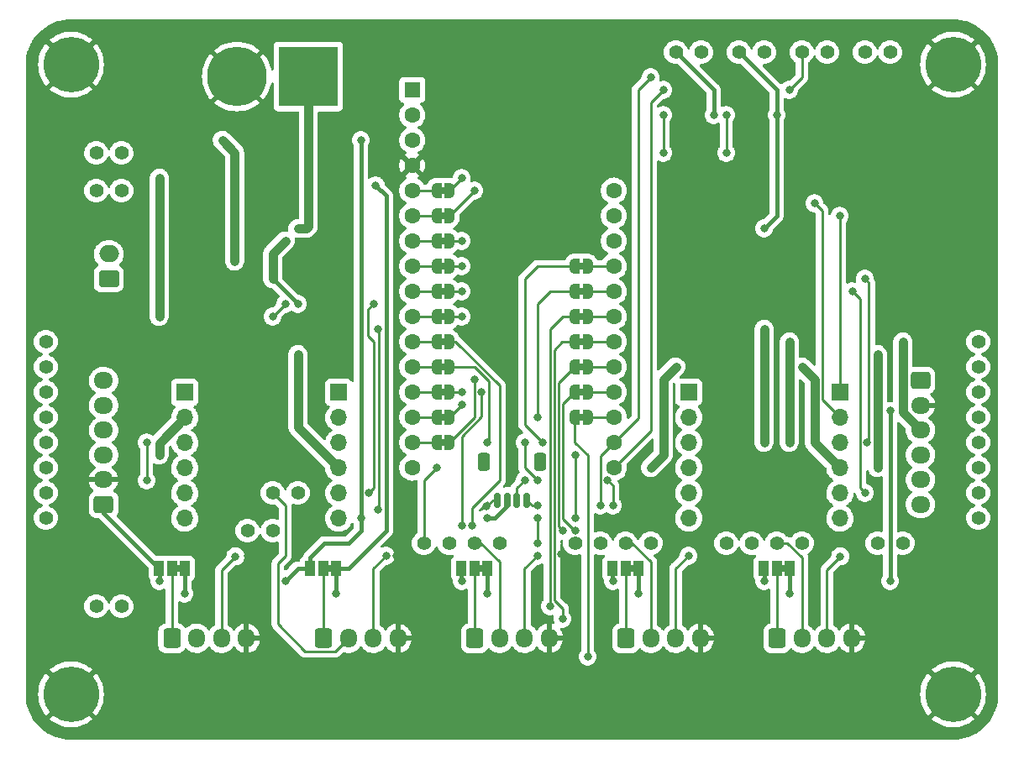
<source format=gbr>
%TF.GenerationSoftware,KiCad,Pcbnew,(6.0.6)*%
%TF.CreationDate,2024-02-28T23:36:51-08:00*%
%TF.ProjectId,Interface-PCBA,496e7465-7266-4616-9365-2d504342412e,rev?*%
%TF.SameCoordinates,PX43d3480PY49e1930*%
%TF.FileFunction,Copper,L2,Bot*%
%TF.FilePolarity,Positive*%
%FSLAX46Y46*%
G04 Gerber Fmt 4.6, Leading zero omitted, Abs format (unit mm)*
G04 Created by KiCad (PCBNEW (6.0.6)) date 2024-02-28 23:36:51*
%MOMM*%
%LPD*%
G01*
G04 APERTURE LIST*
G04 Aperture macros list*
%AMRoundRect*
0 Rectangle with rounded corners*
0 $1 Rounding radius*
0 $2 $3 $4 $5 $6 $7 $8 $9 X,Y pos of 4 corners*
0 Add a 4 corners polygon primitive as box body*
4,1,4,$2,$3,$4,$5,$6,$7,$8,$9,$2,$3,0*
0 Add four circle primitives for the rounded corners*
1,1,$1+$1,$2,$3*
1,1,$1+$1,$4,$5*
1,1,$1+$1,$6,$7*
1,1,$1+$1,$8,$9*
0 Add four rect primitives between the rounded corners*
20,1,$1+$1,$2,$3,$4,$5,0*
20,1,$1+$1,$4,$5,$6,$7,0*
20,1,$1+$1,$6,$7,$8,$9,0*
20,1,$1+$1,$8,$9,$2,$3,0*%
%AMFreePoly0*
4,1,22,0.500000,-0.750000,0.000000,-0.750000,0.000000,-0.745033,-0.079941,-0.743568,-0.215256,-0.701293,-0.333266,-0.622738,-0.424486,-0.514219,-0.481581,-0.384460,-0.499164,-0.250000,-0.500000,-0.250000,-0.500000,0.250000,-0.499164,0.250000,-0.499963,0.256109,-0.478152,0.396186,-0.417904,0.524511,-0.324060,0.630769,-0.204165,0.706417,-0.067858,0.745374,0.000000,0.744959,0.000000,0.750000,
0.500000,0.750000,0.500000,-0.750000,0.500000,-0.750000,$1*%
%AMFreePoly1*
4,1,20,0.000000,0.744959,0.073905,0.744508,0.209726,0.703889,0.328688,0.626782,0.421226,0.519385,0.479903,0.390333,0.500000,0.250000,0.500000,-0.250000,0.499851,-0.262216,0.476331,-0.402017,0.414519,-0.529596,0.319384,-0.634700,0.198574,-0.708877,0.061801,-0.746166,0.000000,-0.745033,0.000000,-0.750000,-0.500000,-0.750000,-0.500000,0.750000,0.000000,0.750000,0.000000,0.744959,
0.000000,0.744959,$1*%
G04 Aperture macros list end*
%TA.AperFunction,ComponentPad*%
%ADD10R,1.700000X1.700000*%
%TD*%
%TA.AperFunction,ComponentPad*%
%ADD11O,1.700000X1.700000*%
%TD*%
%TA.AperFunction,ComponentPad*%
%ADD12C,1.400000*%
%TD*%
%TA.AperFunction,ComponentPad*%
%ADD13RoundRect,0.250000X-0.600000X-0.725000X0.600000X-0.725000X0.600000X0.725000X-0.600000X0.725000X0*%
%TD*%
%TA.AperFunction,ComponentPad*%
%ADD14O,1.700000X1.950000*%
%TD*%
%TA.AperFunction,ComponentPad*%
%ADD15C,5.600000*%
%TD*%
%TA.AperFunction,ComponentPad*%
%ADD16C,6.000000*%
%TD*%
%TA.AperFunction,ComponentPad*%
%ADD17R,6.000000X6.000000*%
%TD*%
%TA.AperFunction,ComponentPad*%
%ADD18R,1.600000X1.600000*%
%TD*%
%TA.AperFunction,ComponentPad*%
%ADD19C,1.600000*%
%TD*%
%TA.AperFunction,ComponentPad*%
%ADD20RoundRect,0.250000X0.750000X-0.600000X0.750000X0.600000X-0.750000X0.600000X-0.750000X-0.600000X0*%
%TD*%
%TA.AperFunction,ComponentPad*%
%ADD21O,2.000000X1.700000*%
%TD*%
%TA.AperFunction,SMDPad,CuDef*%
%ADD22FreePoly0,0.000000*%
%TD*%
%TA.AperFunction,SMDPad,CuDef*%
%ADD23FreePoly1,0.000000*%
%TD*%
%TA.AperFunction,ComponentPad*%
%ADD24RoundRect,0.250000X-0.725000X0.600000X-0.725000X-0.600000X0.725000X-0.600000X0.725000X0.600000X0*%
%TD*%
%TA.AperFunction,ComponentPad*%
%ADD25O,1.950000X1.700000*%
%TD*%
%TA.AperFunction,ComponentPad*%
%ADD26RoundRect,0.250000X0.725000X-0.600000X0.725000X0.600000X-0.725000X0.600000X-0.725000X-0.600000X0*%
%TD*%
%TA.AperFunction,SMDPad,CuDef*%
%ADD27FreePoly0,180.000000*%
%TD*%
%TA.AperFunction,SMDPad,CuDef*%
%ADD28FreePoly1,180.000000*%
%TD*%
%TA.AperFunction,SMDPad,CuDef*%
%ADD29R,1.000000X1.500000*%
%TD*%
%TA.AperFunction,SMDPad,CuDef*%
%ADD30RoundRect,0.150000X-0.150000X-0.625000X0.150000X-0.625000X0.150000X0.625000X-0.150000X0.625000X0*%
%TD*%
%TA.AperFunction,SMDPad,CuDef*%
%ADD31RoundRect,0.250000X-0.350000X-0.650000X0.350000X-0.650000X0.350000X0.650000X-0.350000X0.650000X0*%
%TD*%
%TA.AperFunction,ViaPad*%
%ADD32C,0.800000*%
%TD*%
%TA.AperFunction,Conductor*%
%ADD33C,0.250000*%
%TD*%
%TA.AperFunction,Conductor*%
%ADD34C,0.889000*%
%TD*%
%TA.AperFunction,Conductor*%
%ADD35C,0.381000*%
%TD*%
G04 APERTURE END LIST*
%TO.C,JP11*%
G36*
X51670000Y-25700000D02*
G01*
X51170000Y-25700000D01*
X51170000Y-25100000D01*
X51670000Y-25100000D01*
X51670000Y-25700000D01*
G37*
%TO.C,JP12*%
G36*
X51670000Y-23160000D02*
G01*
X51170000Y-23160000D01*
X51170000Y-22560000D01*
X51670000Y-22560000D01*
X51670000Y-23160000D01*
G37*
%TO.C,JP13*%
G36*
X51670000Y-20620000D02*
G01*
X51170000Y-20620000D01*
X51170000Y-20020000D01*
X51670000Y-20020000D01*
X51670000Y-20620000D01*
G37*
%TO.C,JP19*%
G36*
X37730000Y-13000000D02*
G01*
X37230000Y-13000000D01*
X37230000Y-12400000D01*
X37730000Y-12400000D01*
X37730000Y-13000000D01*
G37*
%TO.C,JP24*%
G36*
X37730000Y-25700000D02*
G01*
X37230000Y-25700000D01*
X37230000Y-25100000D01*
X37730000Y-25100000D01*
X37730000Y-25700000D01*
G37*
%TO.C,JP8*%
G36*
X51670000Y-33320000D02*
G01*
X51170000Y-33320000D01*
X51170000Y-32720000D01*
X51670000Y-32720000D01*
X51670000Y-33320000D01*
G37*
%TO.C,JP14*%
G36*
X37730000Y-28240000D02*
G01*
X37230000Y-28240000D01*
X37230000Y-27640000D01*
X37730000Y-27640000D01*
X37730000Y-28240000D01*
G37*
%TO.C,JP18*%
G36*
X37730000Y-38400000D02*
G01*
X37230000Y-38400000D01*
X37230000Y-37800000D01*
X37730000Y-37800000D01*
X37730000Y-38400000D01*
G37*
%TO.C,JP10*%
G36*
X51670000Y-28240000D02*
G01*
X51170000Y-28240000D01*
X51170000Y-27640000D01*
X51670000Y-27640000D01*
X51670000Y-28240000D01*
G37*
%TO.C,JP16*%
G36*
X37730000Y-33320000D02*
G01*
X37230000Y-33320000D01*
X37230000Y-32720000D01*
X37730000Y-32720000D01*
X37730000Y-33320000D01*
G37*
%TO.C,JP17*%
G36*
X37730000Y-35860000D02*
G01*
X37230000Y-35860000D01*
X37230000Y-35260000D01*
X37730000Y-35260000D01*
X37730000Y-35860000D01*
G37*
%TO.C,JP7*%
G36*
X51670000Y-35860000D02*
G01*
X51170000Y-35860000D01*
X51170000Y-35260000D01*
X51670000Y-35260000D01*
X51670000Y-35860000D01*
G37*
%TO.C,JP21*%
G36*
X37730000Y-18080000D02*
G01*
X37230000Y-18080000D01*
X37230000Y-17480000D01*
X37730000Y-17480000D01*
X37730000Y-18080000D01*
G37*
%TO.C,JP6*%
G36*
X72020000Y-51100000D02*
G01*
X71520000Y-51100000D01*
X71520000Y-50500000D01*
X72020000Y-50500000D01*
X72020000Y-51100000D01*
G37*
%TO.C,JP4*%
G36*
X41540000Y-51100000D02*
G01*
X41040000Y-51100000D01*
X41040000Y-50500000D01*
X41540000Y-50500000D01*
X41540000Y-51100000D01*
G37*
%TO.C,JP9*%
G36*
X51670000Y-30780000D02*
G01*
X51170000Y-30780000D01*
X51170000Y-30180000D01*
X51670000Y-30180000D01*
X51670000Y-30780000D01*
G37*
%TO.C,JP2*%
G36*
X11060000Y-51100000D02*
G01*
X10560000Y-51100000D01*
X10560000Y-50500000D01*
X11060000Y-50500000D01*
X11060000Y-51100000D01*
G37*
%TO.C,JP3*%
G36*
X26300000Y-51100000D02*
G01*
X25800000Y-51100000D01*
X25800000Y-50500000D01*
X26300000Y-50500000D01*
X26300000Y-51100000D01*
G37*
%TO.C,JP5*%
G36*
X56780000Y-51100000D02*
G01*
X56280000Y-51100000D01*
X56280000Y-50500000D01*
X56780000Y-50500000D01*
X56780000Y-51100000D01*
G37*
%TO.C,JP22*%
G36*
X37730000Y-20620000D02*
G01*
X37230000Y-20620000D01*
X37230000Y-20020000D01*
X37730000Y-20020000D01*
X37730000Y-20620000D01*
G37*
%TO.C,JP15*%
G36*
X37730000Y-30780000D02*
G01*
X37230000Y-30780000D01*
X37230000Y-30180000D01*
X37730000Y-30180000D01*
X37730000Y-30780000D01*
G37*
%TO.C,JP23*%
G36*
X37730000Y-23160000D02*
G01*
X37230000Y-23160000D01*
X37230000Y-22560000D01*
X37730000Y-22560000D01*
X37730000Y-23160000D01*
G37*
%TO.C,JP20*%
G36*
X37730000Y-15540000D02*
G01*
X37230000Y-15540000D01*
X37230000Y-14940000D01*
X37730000Y-14940000D01*
X37730000Y-15540000D01*
G37*
%TD*%
D10*
%TO.P,J12,1,Pin_1*%
%TO.N,MOTOR_L_A*%
X77495000Y-33045000D03*
D11*
%TO.P,J12,2,Pin_2*%
%TO.N,MOTOR_L_B*%
X77495000Y-35585000D03*
%TO.P,J12,3,Pin_3*%
%TO.N,GND*%
X77495000Y-38125000D03*
%TO.P,J12,4,Pin_4*%
%TO.N,+7.5V*%
X77495000Y-40665000D03*
%TO.P,J12,5,Pin_5*%
%TO.N,Net-(J12-Pad5)*%
X77495000Y-43205000D03*
%TO.P,J12,6,Pin_6*%
%TO.N,Net-(J12-Pad6)*%
X77495000Y-45745000D03*
%TD*%
D10*
%TO.P,J9,1,Pin_1*%
%TO.N,Net-(J9-Pad1)*%
X11455000Y-33045000D03*
D11*
%TO.P,J9,2,Pin_2*%
%TO.N,MOTOR_R_POS*%
X11455000Y-35585000D03*
%TO.P,J9,3,Pin_3*%
%TO.N,MOTOR_R_NEG*%
X11455000Y-38125000D03*
%TO.P,J9,4,Pin_4*%
%TO.N,Net-(J9-Pad4)*%
X11455000Y-40665000D03*
%TO.P,J9,5,Pin_5*%
%TO.N,Net-(J9-Pad5)*%
X11455000Y-43205000D03*
%TO.P,J9,6,Pin_6*%
%TO.N,Net-(J9-Pad6)*%
X11455000Y-45745000D03*
%TD*%
D12*
%TO.P,TP14,1,1*%
%TO.N,ECHO_1*%
X17780000Y-46990000D03*
%TO.P,TP14,2*%
%TO.N,N/C*%
X20320000Y-46990000D03*
%TD*%
%TO.P,TP24,1,1*%
%TO.N,+5V*%
X67310000Y1270000D03*
%TO.P,TP24,2*%
%TO.N,N/C*%
X69850000Y1270000D03*
%TD*%
D10*
%TO.P,J8,1,Pin_1*%
%TO.N,Net-(J8-Pad1)*%
X62255000Y-33020000D03*
D11*
%TO.P,J8,2,Pin_2*%
%TO.N,Net-(J8-Pad2)*%
X62255000Y-35560000D03*
%TO.P,J8,3,Pin_3*%
%TO.N,Net-(J8-Pad3)*%
X62255000Y-38100000D03*
%TO.P,J8,4,Pin_4*%
%TO.N,MOTOR_L_POS*%
X62255000Y-40640000D03*
%TO.P,J8,5,Pin_5*%
%TO.N,MOTOR_L_NEG*%
X62255000Y-43180000D03*
%TO.P,J8,6,Pin_6*%
%TO.N,Net-(J8-Pad6)*%
X62255000Y-45720000D03*
%TD*%
D13*
%TO.P,J4,1,Pin_1*%
%TO.N,Net-(J4-Pad1)*%
X25460000Y-57840000D03*
D14*
%TO.P,J4,2,Pin_2*%
%TO.N,TRIG_2*%
X27960000Y-57840000D03*
%TO.P,J4,3,Pin_3*%
%TO.N,Net-(J4-Pad3)*%
X30460000Y-57840000D03*
%TO.P,J4,4,Pin_4*%
%TO.N,GND*%
X32960000Y-57840000D03*
%TD*%
D15*
%TO.P,H4,1,1*%
%TO.N,GND*%
X0Y-63500000D03*
%TD*%
D12*
%TO.P,TP26,1,1*%
%TO.N,ECHO_4*%
X66040000Y-48260000D03*
%TO.P,TP26,2*%
%TO.N,N/C*%
X68580000Y-48260000D03*
%TD*%
%TO.P,TP13,1,1*%
%TO.N,TRIG_1*%
X2540000Y-54610000D03*
%TO.P,TP13,2*%
%TO.N,N/C*%
X5080000Y-54610000D03*
%TD*%
%TO.P,TP25,1,1*%
%TO.N,+3V3*%
X60960000Y1270000D03*
%TO.P,TP25,2*%
%TO.N,N/C*%
X63500000Y1270000D03*
%TD*%
D10*
%TO.P,J13,1,Pin_1*%
%TO.N,Net-(J13-Pad1)*%
X26980000Y-33045000D03*
D11*
%TO.P,J13,2,Pin_2*%
%TO.N,Net-(J13-Pad2)*%
X26980000Y-35585000D03*
%TO.P,J13,3,Pin_3*%
%TO.N,GND*%
X26980000Y-38125000D03*
%TO.P,J13,4,Pin_4*%
%TO.N,+7.5V*%
X26980000Y-40665000D03*
%TO.P,J13,5,Pin_5*%
%TO.N,MOTOR_R_A*%
X26980000Y-43205000D03*
%TO.P,J13,6,Pin_6*%
%TO.N,MOTOR_R_B*%
X26980000Y-45745000D03*
%TD*%
D12*
%TO.P,TP27,1,1*%
%TO.N,TRIG_5*%
X71120000Y-48260000D03*
%TO.P,TP27,2*%
%TO.N,N/C*%
X73660000Y-48260000D03*
%TD*%
%TO.P,TP16,1,1*%
%TO.N,SCL*%
X80010000Y1270000D03*
%TO.P,TP16,2*%
%TO.N,N/C*%
X82550000Y1270000D03*
%TD*%
D13*
%TO.P,J1,1,Pin_1*%
%TO.N,Net-(J1-Pad1)*%
X10160000Y-57840000D03*
D14*
%TO.P,J1,2,Pin_2*%
%TO.N,TRIG_1*%
X12660000Y-57840000D03*
%TO.P,J1,3,Pin_3*%
%TO.N,Net-(J1-Pad3)*%
X15160000Y-57840000D03*
%TO.P,J1,4,Pin_4*%
%TO.N,GND*%
X17660000Y-57840000D03*
%TD*%
D13*
%TO.P,J5,1,Pin_1*%
%TO.N,Net-(J5-Pad1)*%
X40700000Y-57840000D03*
D14*
%TO.P,J5,2,Pin_2*%
%TO.N,TRIG_3*%
X43200000Y-57840000D03*
%TO.P,J5,3,Pin_3*%
%TO.N,Net-(J5-Pad3)*%
X45700000Y-57840000D03*
%TO.P,J5,4,Pin_4*%
%TO.N,GND*%
X48200000Y-57840000D03*
%TD*%
D12*
%TO.P,TP19,1,1*%
%TO.N,TRIG_3*%
X40640000Y-48260000D03*
%TO.P,TP19,2*%
%TO.N,N/C*%
X43180000Y-48260000D03*
%TD*%
%TO.P,TP29,2*%
%TO.N,N/C*%
X91440000Y-33020000D03*
%TO.P,TP29,1,1*%
%TO.N,ENC_L_A*%
X91440000Y-35560000D03*
%TD*%
%TO.P,TP23,1,1*%
%TO.N,+7.5V*%
X5080000Y-12700000D03*
%TO.P,TP23,2*%
%TO.N,N/C*%
X2540000Y-12700000D03*
%TD*%
%TO.P,TP15,1,1*%
%TO.N,SDA*%
X73660000Y1270000D03*
%TO.P,TP15,2*%
%TO.N,N/C*%
X76200000Y1270000D03*
%TD*%
%TO.P,TP17,1,1*%
%TO.N,TRIG_2*%
X20320000Y-43180000D03*
%TO.P,TP17,2*%
%TO.N,N/C*%
X22860000Y-43180000D03*
%TD*%
%TO.P,TP32,1,1*%
%TO.N,ECHO_5*%
X81280000Y-48260000D03*
%TO.P,TP32,2*%
%TO.N,N/C*%
X83820000Y-48260000D03*
%TD*%
%TO.P,TP20,1,1*%
%TO.N,ECHO_3*%
X50800000Y-48260000D03*
%TO.P,TP20,2*%
%TO.N,N/C*%
X53340000Y-48260000D03*
%TD*%
%TO.P,TP36,1,1*%
%TO.N,ENC_R_B*%
X-2540000Y-27940000D03*
%TO.P,TP36,2*%
%TO.N,N/C*%
X-2540000Y-30480000D03*
%TD*%
%TO.P,TP30,2*%
%TO.N,N/C*%
X91440000Y-38100000D03*
%TO.P,TP30,1,1*%
%TO.N,MOTOR_L_NEG*%
X91440000Y-40640000D03*
%TD*%
%TO.P,TP31,2*%
%TO.N,N/C*%
X91440000Y-43180000D03*
%TO.P,TP31,1,1*%
%TO.N,ENC_L_B*%
X91440000Y-45720000D03*
%TD*%
D13*
%TO.P,J6,1,Pin_1*%
%TO.N,Net-(J6-Pad1)*%
X55940000Y-57840000D03*
D14*
%TO.P,J6,2,Pin_2*%
%TO.N,TRIG_4*%
X58440000Y-57840000D03*
%TO.P,J6,3,Pin_3*%
%TO.N,Net-(J6-Pad3)*%
X60940000Y-57840000D03*
%TO.P,J6,4,Pin_4*%
%TO.N,GND*%
X63440000Y-57840000D03*
%TD*%
D12*
%TO.P,TP18,1,1*%
%TO.N,ECHO_2*%
X35560000Y-48260000D03*
%TO.P,TP18,2*%
%TO.N,N/C*%
X38100000Y-48260000D03*
%TD*%
D15*
%TO.P,H1,1,1*%
%TO.N,GND*%
X0Y0D03*
%TD*%
D16*
%TO.P,J2,N,NEG*%
%TO.N,GND*%
X16720000Y-1196000D03*
D17*
%TO.P,J2,P,POS*%
%TO.N,Net-(J2-PadP)*%
X23920000Y-1196000D03*
%TD*%
D18*
%TO.P,A1,1,~{RESET}*%
%TO.N,unconnected-(A1-Pad1)*%
X34397500Y-2540000D03*
D19*
%TO.P,A1,2,3V3*%
%TO.N,+3V3*%
X34397500Y-5080000D03*
%TO.P,A1,3,AREF*%
%TO.N,unconnected-(A1-Pad3)*%
X34397500Y-7620000D03*
%TO.P,A1,4,GND*%
%TO.N,GND*%
X34397500Y-10160000D03*
%TO.P,A1,5,A0/GPIO18*%
%TO.N,Net-(A1-Pad5)*%
X34397500Y-12700000D03*
%TO.P,A1,6,A1/GPIO17*%
%TO.N,Net-(A1-Pad6)*%
X34397500Y-15240000D03*
%TO.P,A1,7,A2/GPIO16*%
%TO.N,Net-(A1-Pad7)*%
X34397500Y-17780000D03*
%TO.P,A1,8,A3/GPIO15*%
%TO.N,Net-(A1-Pad8)*%
X34397500Y-20320000D03*
%TO.P,A1,9,A4/GPIO14*%
%TO.N,Net-(A1-Pad9)*%
X34397500Y-22860000D03*
%TO.P,A1,10,A5/GPIO8*%
%TO.N,Net-(A1-Pad10)*%
X34397500Y-25400000D03*
%TO.P,A1,11,SCK/GPIO36*%
%TO.N,Net-(A1-Pad11)*%
X34397500Y-27940000D03*
%TO.P,A1,12,MOSI/GPIO35*%
%TO.N,Net-(A1-Pad12)*%
X34397500Y-30480000D03*
%TO.P,A1,13,MISO/GPIO37*%
%TO.N,Net-(A1-Pad13)*%
X34397500Y-33020000D03*
%TO.P,A1,14,RX/GPIO38*%
%TO.N,Net-(A1-Pad14)*%
X34397500Y-35560000D03*
%TO.P,A1,15,TX/GPIO39*%
%TO.N,Net-(A1-Pad15)*%
X34397500Y-38100000D03*
%TO.P,A1,16,SPARE*%
%TO.N,unconnected-(A1-Pad16)*%
X34397500Y-40640000D03*
%TO.P,A1,17,SDA*%
%TO.N,SDA*%
X54717500Y-40640000D03*
%TO.P,A1,18,SCL*%
%TO.N,SCL*%
X54717500Y-38100000D03*
%TO.P,A1,19,D5/GPIO5*%
%TO.N,Net-(A1-Pad19)*%
X54717500Y-35560000D03*
%TO.P,A1,20,D6/GPIO6*%
%TO.N,Net-(A1-Pad20)*%
X54717500Y-33020000D03*
%TO.P,A1,21,D9/GPIO9*%
%TO.N,Net-(A1-Pad21)*%
X54717500Y-30480000D03*
%TO.P,A1,22,D10/GPIO10*%
%TO.N,Net-(A1-Pad22)*%
X54717500Y-27940000D03*
%TO.P,A1,23,D11/GPIO11*%
%TO.N,Net-(A1-Pad23)*%
X54717500Y-25400000D03*
%TO.P,A1,24,D12/GPIO12*%
%TO.N,Net-(A1-Pad24)*%
X54717500Y-22860000D03*
%TO.P,A1,25,D13/GPIO13*%
%TO.N,Net-(A1-Pad25)*%
X54717500Y-20320000D03*
%TO.P,A1,26,USB*%
%TO.N,+5V*%
X54717500Y-17780000D03*
%TO.P,A1,27,EN*%
%TO.N,unconnected-(A1-Pad27)*%
X54717500Y-15240000D03*
%TO.P,A1,28,VBAT*%
%TO.N,unconnected-(A1-Pad28)*%
X54717500Y-12700000D03*
%TD*%
D12*
%TO.P,TP34,1,1*%
%TO.N,ENC_R_A*%
X-2540000Y-38100000D03*
%TO.P,TP34,2*%
%TO.N,N/C*%
X-2540000Y-40640000D03*
%TD*%
%TO.P,TP22,1,1*%
%TO.N,VBAT*%
X5080000Y-8890000D03*
%TO.P,TP22,2*%
%TO.N,N/C*%
X2540000Y-8890000D03*
%TD*%
D13*
%TO.P,J10,1,Pin_1*%
%TO.N,Net-(J10-Pad1)*%
X71180000Y-57840000D03*
D14*
%TO.P,J10,2,Pin_2*%
%TO.N,TRIG_5*%
X73680000Y-57840000D03*
%TO.P,J10,3,Pin_3*%
%TO.N,Net-(J10-Pad3)*%
X76180000Y-57840000D03*
%TO.P,J10,4,Pin_4*%
%TO.N,GND*%
X78680000Y-57840000D03*
%TD*%
D12*
%TO.P,TP33,1,1*%
%TO.N,MOTOR_R_POS*%
X-2540000Y-43180000D03*
%TO.P,TP33,2*%
%TO.N,N/C*%
X-2540000Y-45720000D03*
%TD*%
D15*
%TO.P,H3,1,1*%
%TO.N,GND*%
X88900000Y-63500000D03*
%TD*%
D12*
%TO.P,TP21,1,1*%
%TO.N,TRIG_4*%
X55880000Y-48260000D03*
%TO.P,TP21,2*%
%TO.N,N/C*%
X58420000Y-48260000D03*
%TD*%
%TO.P,TP28,2*%
%TO.N,N/C*%
X91440000Y-27940000D03*
%TO.P,TP28,1,1*%
%TO.N,MOTOR_L_POS*%
X91440000Y-30480000D03*
%TD*%
%TO.P,TP35,1,1*%
%TO.N,MOTOR_R_NEG*%
X-2540000Y-33020000D03*
%TO.P,TP35,2*%
%TO.N,N/C*%
X-2540000Y-35560000D03*
%TD*%
D20*
%TO.P,J3,1,Pin_1*%
%TO.N,VBAT*%
X3810000Y-21590000D03*
D21*
%TO.P,J3,2,Pin_2*%
%TO.N,Net-(J2-PadP)*%
X3810000Y-19090000D03*
%TD*%
D15*
%TO.P,H2,1,1*%
%TO.N,GND*%
X88900000Y0D03*
%TD*%
D22*
%TO.P,JP11,1,A*%
%TO.N,TRIG_1*%
X50770000Y-25400000D03*
D23*
%TO.P,JP11,2,B*%
%TO.N,Net-(A1-Pad23)*%
X52070000Y-25400000D03*
%TD*%
D22*
%TO.P,JP12,1,A*%
%TO.N,ECHO_5*%
X50770000Y-22860000D03*
D23*
%TO.P,JP12,2,B*%
%TO.N,Net-(A1-Pad24)*%
X52070000Y-22860000D03*
%TD*%
D24*
%TO.P,J7,1,Pin_1*%
%TO.N,+3V3*%
X85615000Y-31850000D03*
D25*
%TO.P,J7,2,Pin_2*%
%TO.N,GND*%
X85615000Y-34350000D03*
%TO.P,J7,3,Pin_3*%
%TO.N,MOTOR_L_POS*%
X85615000Y-36850000D03*
%TO.P,J7,4,Pin_4*%
%TO.N,ENC_L_A*%
X85615000Y-39350000D03*
%TO.P,J7,5,Pin_5*%
%TO.N,MOTOR_L_NEG*%
X85615000Y-41850000D03*
%TO.P,J7,6,Pin_6*%
%TO.N,ENC_L_B*%
X85615000Y-44350000D03*
%TD*%
D22*
%TO.P,JP13,1,A*%
%TO.N,ECHO_4*%
X50770000Y-20320000D03*
D23*
%TO.P,JP13,2,B*%
%TO.N,Net-(A1-Pad25)*%
X52070000Y-20320000D03*
%TD*%
D22*
%TO.P,JP19,1,A*%
%TO.N,Net-(A1-Pad5)*%
X36830000Y-12700000D03*
D23*
%TO.P,JP19,2,B*%
%TO.N,MOTOR_L_A*%
X38130000Y-12700000D03*
%TD*%
D22*
%TO.P,JP24,1,A*%
%TO.N,Net-(A1-Pad10)*%
X36830000Y-25400000D03*
D23*
%TO.P,JP24,2,B*%
%TO.N,MOTOR_R_B*%
X38130000Y-25400000D03*
%TD*%
D22*
%TO.P,JP8,1,A*%
%TO.N,TRIG_4*%
X50770000Y-33020000D03*
D23*
%TO.P,JP8,2,B*%
%TO.N,Net-(A1-Pad20)*%
X52070000Y-33020000D03*
%TD*%
D26*
%TO.P,J11,1,Pin_1*%
%TO.N,+3V3*%
X3285000Y-44350000D03*
D25*
%TO.P,J11,2,Pin_2*%
%TO.N,GND*%
X3285000Y-41850000D03*
%TO.P,J11,3,Pin_3*%
%TO.N,MOTOR_R_POS*%
X3285000Y-39350000D03*
%TO.P,J11,4,Pin_4*%
%TO.N,ENC_R_A*%
X3285000Y-36850000D03*
%TO.P,J11,5,Pin_5*%
%TO.N,MOTOR_R_NEG*%
X3285000Y-34350000D03*
%TO.P,J11,6,Pin_6*%
%TO.N,ENC_R_B*%
X3285000Y-31850000D03*
%TD*%
D27*
%TO.P,JP14,1,A*%
%TO.N,ECHO_3*%
X38130000Y-27940000D03*
D28*
%TO.P,JP14,2,B*%
%TO.N,Net-(A1-Pad11)*%
X36830000Y-27940000D03*
%TD*%
D27*
%TO.P,JP18,1,A*%
%TO.N,ENC_R_B*%
X38130000Y-38100000D03*
D28*
%TO.P,JP18,2,B*%
%TO.N,Net-(A1-Pad15)*%
X36830000Y-38100000D03*
%TD*%
D22*
%TO.P,JP10,1,A*%
%TO.N,TRIG_2*%
X50770000Y-27940000D03*
D23*
%TO.P,JP10,2,B*%
%TO.N,Net-(A1-Pad22)*%
X52070000Y-27940000D03*
%TD*%
D27*
%TO.P,JP16,1,A*%
%TO.N,ECHO_1*%
X38130000Y-33020000D03*
D28*
%TO.P,JP16,2,B*%
%TO.N,Net-(A1-Pad13)*%
X36830000Y-33020000D03*
%TD*%
D27*
%TO.P,JP17,1,A*%
%TO.N,ENC_R_A*%
X38130000Y-35560000D03*
D28*
%TO.P,JP17,2,B*%
%TO.N,Net-(A1-Pad14)*%
X36830000Y-35560000D03*
%TD*%
D22*
%TO.P,JP7,1,A*%
%TO.N,TRIG_5*%
X50770000Y-35560000D03*
D23*
%TO.P,JP7,2,B*%
%TO.N,Net-(A1-Pad19)*%
X52070000Y-35560000D03*
%TD*%
D22*
%TO.P,JP21,1,A*%
%TO.N,Net-(A1-Pad7)*%
X36830000Y-17780000D03*
D23*
%TO.P,JP21,2,B*%
%TO.N,ENC_L_A*%
X38130000Y-17780000D03*
%TD*%
D29*
%TO.P,JP6,3,B*%
%TO.N,+3V3*%
X69820000Y-50800000D03*
%TO.P,JP6,2,C*%
%TO.N,Net-(J10-Pad1)*%
X71120000Y-50800000D03*
%TO.P,JP6,1,A*%
%TO.N,+5V*%
X72420000Y-50800000D03*
%TD*%
%TO.P,JP4,1,A*%
%TO.N,+5V*%
X41940000Y-50800000D03*
%TO.P,JP4,2,C*%
%TO.N,Net-(J5-Pad1)*%
X40640000Y-50800000D03*
%TO.P,JP4,3,B*%
%TO.N,+3V3*%
X39340000Y-50800000D03*
%TD*%
D22*
%TO.P,JP9,1,A*%
%TO.N,TRIG_3*%
X50770000Y-30480000D03*
D23*
%TO.P,JP9,2,B*%
%TO.N,Net-(A1-Pad21)*%
X52070000Y-30480000D03*
%TD*%
D29*
%TO.P,JP2,1,A*%
%TO.N,+5V*%
X11460000Y-50800000D03*
%TO.P,JP2,2,C*%
%TO.N,Net-(J1-Pad1)*%
X10160000Y-50800000D03*
%TO.P,JP2,3,B*%
%TO.N,+3V3*%
X8860000Y-50800000D03*
%TD*%
%TO.P,JP3,1,A*%
%TO.N,+5V*%
X26700000Y-50800000D03*
%TO.P,JP3,2,C*%
%TO.N,Net-(J4-Pad1)*%
X25400000Y-50800000D03*
%TO.P,JP3,3,B*%
%TO.N,+3V3*%
X24100000Y-50800000D03*
%TD*%
%TO.P,JP5,1,A*%
%TO.N,+5V*%
X57180000Y-50800000D03*
%TO.P,JP5,2,C*%
%TO.N,Net-(J6-Pad1)*%
X55880000Y-50800000D03*
%TO.P,JP5,3,B*%
%TO.N,+3V3*%
X54580000Y-50800000D03*
%TD*%
D22*
%TO.P,JP22,1,A*%
%TO.N,Net-(A1-Pad8)*%
X36830000Y-20320000D03*
D23*
%TO.P,JP22,2,B*%
%TO.N,ENC_L_B*%
X38130000Y-20320000D03*
%TD*%
D30*
%TO.P,J14,1,Pin_1*%
%TO.N,GND*%
X42950000Y-43910000D03*
%TO.P,J14,2,Pin_2*%
%TO.N,+3V3*%
X43950000Y-43910000D03*
%TO.P,J14,3,Pin_3*%
%TO.N,SDA*%
X44950000Y-43910000D03*
%TO.P,J14,4,Pin_4*%
%TO.N,SCL*%
X45950000Y-43910000D03*
D31*
%TO.P,J14,MP*%
%TO.N,N/C*%
X41650000Y-40035000D03*
X47250000Y-40035000D03*
%TD*%
D27*
%TO.P,JP15,1,A*%
%TO.N,ECHO_2*%
X38130000Y-30480000D03*
D28*
%TO.P,JP15,2,B*%
%TO.N,Net-(A1-Pad12)*%
X36830000Y-30480000D03*
%TD*%
D22*
%TO.P,JP23,1,A*%
%TO.N,Net-(A1-Pad9)*%
X36830000Y-22860000D03*
D23*
%TO.P,JP23,2,B*%
%TO.N,MOTOR_R_A*%
X38130000Y-22860000D03*
%TD*%
D22*
%TO.P,JP20,1,A*%
%TO.N,Net-(A1-Pad6)*%
X36830000Y-15240000D03*
D23*
%TO.P,JP20,2,B*%
%TO.N,MOTOR_L_B*%
X38130000Y-15240000D03*
%TD*%
D32*
%TO.N,GND*%
X19050000Y-17780000D03*
X11430000Y-15240000D03*
X11430000Y-16510000D03*
X19050000Y-24130000D03*
X17780000Y-22860000D03*
X34290000Y-44450000D03*
X41867540Y-44566739D03*
X79166888Y-49219716D03*
X63761438Y-49164778D03*
X49444627Y-49394212D03*
X32794157Y-49521726D03*
X17780000Y-49530000D03*
%TO.N,MOTOR_L_B*%
X40640000Y-12700000D03*
X74930000Y-13970000D03*
%TO.N,MOTOR_L_A*%
X77470000Y-15240000D03*
X39370000Y-11430000D03*
%TO.N,ENC_L_B*%
X78740000Y-22860000D03*
X39370000Y-20320000D03*
X80010000Y-43180000D03*
%TO.N,ENC_L_A*%
X39370000Y-17780000D03*
X80010000Y-21590000D03*
X80236000Y-38114046D03*
%TO.N,MOTOR_R_A*%
X39370000Y-22860000D03*
X30480000Y-24130000D03*
X30000000Y-43175516D03*
%TO.N,MOTOR_R_B*%
X39370000Y-25400000D03*
X30960000Y-26670000D03*
X30960000Y-44893259D03*
%TO.N,ECHO_5*%
X46990000Y-35560000D03*
X45720000Y-38100000D03*
X46990000Y-41910000D03*
X54610000Y-44450000D03*
X54064500Y-41910000D03*
%TO.N,ECHO_4*%
X47535500Y-38100000D03*
X50800000Y-39370000D03*
X50800000Y-45720000D03*
%TO.N,ECHO_3*%
X46990000Y-48260000D03*
X46990000Y-45720000D03*
X40418120Y-46510000D03*
%TO.N,ECHO_2*%
X41910000Y-38100000D03*
X36830000Y-40640000D03*
%TO.N,ECHO_1*%
X39370000Y-33020000D03*
X41364500Y-33020000D03*
X39370000Y-46510000D03*
%TO.N,TRIG_5*%
X52070000Y-59690000D03*
%TO.N,TRIG_4*%
X50800000Y-46960497D03*
%TO.N,TRIG_3*%
X49530000Y-46960497D03*
%TO.N,TRIG_2*%
X49530000Y-55880000D03*
%TO.N,TRIG_1*%
X48260000Y-54610000D03*
%TO.N,ENC_R_A*%
X39370000Y-34290000D03*
X7620000Y-38100000D03*
X7620000Y-41910000D03*
%TO.N,ENC_R_B*%
X40640000Y-31750000D03*
%TO.N,SDA*%
X72390000Y-2540000D03*
X59690000Y-2540000D03*
%TO.N,SCL*%
X58420000Y-1270000D03*
X46990000Y-44450000D03*
X53340000Y-44450000D03*
%TO.N,SDA*%
X45720000Y-41910000D03*
%TO.N,MOTOR_L_NEG*%
X81280000Y-40640000D03*
X81280000Y-29210000D03*
X72390000Y-27940000D03*
X72390000Y-38100000D03*
%TO.N,+3V3*%
X82550000Y-34915000D03*
%TO.N,MOTOR_L_POS*%
X83820000Y-27940000D03*
X69850000Y-26670000D03*
X69850000Y-38100000D03*
%TO.N,MOTOR_R_POS*%
X8890000Y-39370000D03*
%TO.N,Net-(D2-Pad1)*%
X66040000Y-8890000D03*
X66040000Y-5080000D03*
%TO.N,Net-(D1-Pad1)*%
X59690000Y-8890000D03*
X59690000Y-5080000D03*
%TO.N,+3V3*%
X82550000Y-52070000D03*
%TO.N,Net-(J10-Pad3)*%
X77526050Y-49586050D03*
%TO.N,Net-(J6-Pad3)*%
X62230000Y-49530000D03*
%TO.N,Net-(J5-Pad3)*%
X46990000Y-49530000D03*
%TO.N,Net-(J4-Pad3)*%
X31750000Y-49530000D03*
%TO.N,Net-(J1-Pad3)*%
X16566050Y-49586050D03*
%TO.N,+3V3*%
X29210000Y-45720000D03*
X41910000Y-45720000D03*
X39370000Y-52070000D03*
X54610000Y-52070000D03*
X69850000Y-52070000D03*
X21590000Y-52070000D03*
X8890000Y-52070000D03*
X29210000Y-7620000D03*
X64770000Y-5080000D03*
%TO.N,+5V*%
X41910000Y-53340000D03*
X57150000Y-53340000D03*
X72390000Y-53340000D03*
X11430000Y-53340000D03*
X26670000Y-53340000D03*
X30698878Y-12175000D03*
X71120000Y-5080000D03*
X69850000Y-16510000D03*
%TO.N,+7.5V*%
X73660000Y-30480000D03*
X60960000Y-30480000D03*
X58420000Y-40640000D03*
X22860000Y-29210000D03*
X8890000Y-25400000D03*
X8890000Y-11430000D03*
X21590000Y-17780000D03*
%TO.N,VBAT*%
X15240000Y-7620000D03*
X16490000Y-19815000D03*
%TO.N,+7.5V*%
X20320000Y-21590000D03*
X22860000Y-24130000D03*
%TO.N,Net-(J2-PadP)*%
X22860000Y-16510000D03*
%TO.N,Net-(R4-Pad2)*%
X20320000Y-25400000D03*
X21590000Y-24130000D03*
%TD*%
D33*
%TO.N,GND*%
X42524279Y-43910000D02*
X41867540Y-44566739D01*
X42950000Y-43910000D02*
X42524279Y-43910000D01*
%TO.N,MOTOR_L_B*%
X38130000Y-15210000D02*
X38130000Y-15240000D01*
X40640000Y-12700000D02*
X38130000Y-15210000D01*
X75699500Y-14739500D02*
X74930000Y-13970000D01*
X75699500Y-33789500D02*
X75699500Y-14739500D01*
X77495000Y-35585000D02*
X75699500Y-33789500D01*
%TO.N,MOTOR_L_A*%
X39370000Y-11430000D02*
X39370000Y-11460000D01*
X39370000Y-11460000D02*
X38130000Y-12700000D01*
X77495000Y-15265000D02*
X77470000Y-15240000D01*
X77495000Y-33045000D02*
X77495000Y-15265000D01*
%TO.N,ENC_L_B*%
X39370000Y-20320000D02*
X38130000Y-20320000D01*
X79511000Y-23631000D02*
X78740000Y-22860000D01*
X80010000Y-43180000D02*
X79511000Y-42681000D01*
X79511000Y-42681000D02*
X79511000Y-23631000D01*
%TO.N,ENC_L_A*%
X80416111Y-21996111D02*
X80010000Y-21590000D01*
X80416111Y-37933935D02*
X80416111Y-21996111D01*
X80236000Y-38114046D02*
X80416111Y-37933935D01*
X39370000Y-17780000D02*
X38130000Y-17780000D01*
%TO.N,MOTOR_R_A*%
X29936850Y-24673150D02*
X30480000Y-24130000D01*
X30480000Y-27930636D02*
X29936850Y-27387486D01*
X30480000Y-42695516D02*
X30480000Y-27940000D01*
X30480000Y-27940000D02*
X30480000Y-27930636D01*
X30000000Y-43175516D02*
X30480000Y-42695516D01*
X29936850Y-27387486D02*
X29936850Y-24673150D01*
X39370000Y-22860000D02*
X38130000Y-22860000D01*
%TO.N,MOTOR_R_B*%
X30991463Y-44861796D02*
X30991463Y-26701463D01*
X30991463Y-26701463D02*
X30960000Y-26670000D01*
X30960000Y-44893259D02*
X30991463Y-44861796D01*
X39370000Y-25400000D02*
X38130000Y-25400000D01*
%TO.N,ECHO_5*%
X48260000Y-22860000D02*
X50770000Y-22860000D01*
X46990000Y-24130000D02*
X48260000Y-22860000D01*
X46990000Y-35560000D02*
X46990000Y-24130000D01*
X45720000Y-40640000D02*
X45720000Y-38100000D01*
X46990000Y-41910000D02*
X45720000Y-40640000D01*
X54610000Y-42455500D02*
X54064500Y-41910000D01*
X54610000Y-44450000D02*
X54610000Y-42455500D01*
%TO.N,ECHO_4*%
X46990000Y-20320000D02*
X50770000Y-20320000D01*
X45720000Y-36284500D02*
X45720000Y-21590000D01*
X45720000Y-21590000D02*
X46990000Y-20320000D01*
X47535500Y-38100000D02*
X45720000Y-36284500D01*
X50800000Y-45720000D02*
X50800000Y-39370000D01*
%TO.N,ECHO_3*%
X46990000Y-45720000D02*
X46990000Y-48260000D01*
X43180000Y-41910000D02*
X40418120Y-44671880D01*
X43180000Y-32383604D02*
X43180000Y-41910000D01*
X38736396Y-27940000D02*
X43180000Y-32383604D01*
X40418120Y-44671880D02*
X40418120Y-46510000D01*
X38130000Y-27940000D02*
X38736396Y-27940000D01*
%TO.N,ECHO_2*%
X42089500Y-31929500D02*
X40640000Y-30480000D01*
X42089500Y-37920500D02*
X42089500Y-31929500D01*
X41910000Y-38100000D02*
X42089500Y-37920500D01*
X40640000Y-30480000D02*
X38130000Y-30480000D01*
X35560000Y-41910000D02*
X36830000Y-40640000D01*
X35560000Y-48260000D02*
X35560000Y-41910000D01*
%TO.N,ECHO_1*%
X39370000Y-33020000D02*
X38130000Y-33020000D01*
X41364500Y-35501896D02*
X41364500Y-33020000D01*
X39370000Y-37496396D02*
X41364500Y-35501896D01*
X39370000Y-46510000D02*
X39370000Y-37496396D01*
%TO.N,TRIG_5*%
X50770000Y-38070000D02*
X50770000Y-35560000D01*
X52070000Y-39370000D02*
X50770000Y-38070000D01*
X52070000Y-59690000D02*
X52070000Y-39370000D01*
%TO.N,TRIG_4*%
X49610000Y-34180000D02*
X50770000Y-33020000D01*
X50770497Y-46960497D02*
X49610000Y-45800000D01*
X49610000Y-45800000D02*
X49610000Y-34180000D01*
X50800000Y-46960497D02*
X50770497Y-46960497D01*
%TO.N,TRIG_2*%
X49530000Y-54854695D02*
X48710000Y-54034695D01*
X49530000Y-55880000D02*
X49530000Y-54854695D01*
%TO.N,TRIG_3*%
X49160000Y-32090000D02*
X50770000Y-30480000D01*
X49530000Y-46960497D02*
X49160000Y-46590497D01*
X49160000Y-46590497D02*
X49160000Y-32090000D01*
%TO.N,TRIG_2*%
X48710000Y-28745000D02*
X49515000Y-27940000D01*
X49515000Y-27940000D02*
X50770000Y-27940000D01*
X48710000Y-54034695D02*
X48710000Y-28745000D01*
%TO.N,TRIG_1*%
X48260000Y-26670000D02*
X49530000Y-25400000D01*
X48260000Y-54610000D02*
X48260000Y-26670000D01*
X49530000Y-25400000D02*
X50770000Y-25400000D01*
%TO.N,ENC_R_A*%
X39370000Y-34320000D02*
X38130000Y-35560000D01*
X39370000Y-34290000D02*
X39370000Y-34320000D01*
X7620000Y-38100000D02*
X7620000Y-41910000D01*
%TO.N,ENC_R_B*%
X40640000Y-31750000D02*
X40640000Y-35590000D01*
X40640000Y-35590000D02*
X38130000Y-38100000D01*
%TO.N,SDA*%
X73660000Y-1270000D02*
X73660000Y1270000D01*
X72390000Y-2540000D02*
X73660000Y-1270000D01*
X58420000Y-3810000D02*
X59690000Y-2540000D01*
X58420000Y-36830000D02*
X58420000Y-3810000D01*
X58420000Y-36937500D02*
X58420000Y-36830000D01*
X54717500Y-40640000D02*
X58420000Y-36937500D01*
%TO.N,SCL*%
X57150000Y-2540000D02*
X58420000Y-1270000D01*
X57150000Y-35667500D02*
X57150000Y-2540000D01*
X54717500Y-38100000D02*
X57150000Y-35667500D01*
D34*
%TO.N,+7.5V*%
X59690000Y-39370000D02*
X58420000Y-40640000D01*
X59690000Y-31750000D02*
X59690000Y-39370000D01*
X60960000Y-30480000D02*
X59690000Y-31750000D01*
D33*
%TO.N,SCL*%
X46490000Y-44450000D02*
X45950000Y-43910000D01*
X46990000Y-44450000D02*
X46490000Y-44450000D01*
X53340000Y-39477500D02*
X53340000Y-44450000D01*
X54717500Y-38100000D02*
X53340000Y-39477500D01*
%TO.N,SDA*%
X45720000Y-41910000D02*
X44950000Y-42680000D01*
X44950000Y-42680000D02*
X44950000Y-43910000D01*
D34*
%TO.N,MOTOR_L_NEG*%
X81280000Y-29210000D02*
X81280000Y-40640000D01*
X72390000Y-38100000D02*
X72390000Y-27940000D01*
%TO.N,MOTOR_L_POS*%
X83820000Y-35055000D02*
X85615000Y-36850000D01*
X83820000Y-27940000D02*
X83820000Y-35055000D01*
X69850000Y-38100000D02*
X69850000Y-26670000D01*
%TO.N,+7.5V*%
X22860000Y-29210000D02*
X22860000Y-36545000D01*
X22860000Y-36545000D02*
X26980000Y-40665000D01*
%TO.N,MOTOR_R_POS*%
X8890000Y-38150000D02*
X11455000Y-35585000D01*
X8890000Y-39370000D02*
X8890000Y-38150000D01*
D33*
%TO.N,Net-(D2-Pad1)*%
X66040000Y-5080000D02*
X66040000Y-8890000D01*
%TO.N,Net-(D1-Pad1)*%
X59690000Y-5080000D02*
X59690000Y-8890000D01*
D35*
%TO.N,+3V3*%
X82550000Y-52070000D02*
X82550000Y-34915000D01*
D33*
%TO.N,Net-(J10-Pad3)*%
X76180000Y-50932100D02*
X76180000Y-57840000D01*
X77526050Y-49586050D02*
X76180000Y-50932100D01*
%TO.N,TRIG_5*%
X72210431Y-48260000D02*
X71120000Y-48260000D01*
X73680000Y-49729569D02*
X72210431Y-48260000D01*
X73680000Y-57840000D02*
X73680000Y-49729569D01*
%TO.N,Net-(J10-Pad1)*%
X71120000Y-50800000D02*
X71120000Y-57780000D01*
X71120000Y-57780000D02*
X71180000Y-57840000D01*
%TO.N,Net-(J6-Pad3)*%
X62230000Y-49530000D02*
X60940000Y-50820000D01*
X60940000Y-50820000D02*
X60940000Y-57840000D01*
%TO.N,TRIG_4*%
X56540000Y-48260000D02*
X55880000Y-48260000D01*
X58440000Y-50160000D02*
X56540000Y-48260000D01*
X58440000Y-57840000D02*
X58440000Y-50160000D01*
%TO.N,Net-(J6-Pad1)*%
X55880000Y-57780000D02*
X55940000Y-57840000D01*
X55880000Y-50800000D02*
X55880000Y-57780000D01*
%TO.N,Net-(J5-Pad3)*%
X45700000Y-50820000D02*
X45700000Y-57840000D01*
X46990000Y-49530000D02*
X45700000Y-50820000D01*
%TO.N,TRIG_3*%
X41300000Y-48260000D02*
X40640000Y-48260000D01*
X43200000Y-50160000D02*
X41300000Y-48260000D01*
X43200000Y-57840000D02*
X43200000Y-50160000D01*
%TO.N,Net-(J5-Pad1)*%
X40640000Y-57780000D02*
X40700000Y-57840000D01*
X40640000Y-50800000D02*
X40640000Y-57780000D01*
%TO.N,TRIG_2*%
X21590000Y-44450000D02*
X20320000Y-43180000D01*
X21590000Y-49530000D02*
X21590000Y-44450000D01*
X23580000Y-59140000D02*
X20865000Y-56425000D01*
X20865000Y-50255000D02*
X21590000Y-49530000D01*
X26660000Y-59140000D02*
X23580000Y-59140000D01*
X27960000Y-57840000D02*
X26660000Y-59140000D01*
X20865000Y-56425000D02*
X20865000Y-50255000D01*
%TO.N,Net-(J4-Pad3)*%
X31750000Y-49530000D02*
X30460000Y-50820000D01*
X30460000Y-50820000D02*
X30460000Y-57840000D01*
%TO.N,Net-(J4-Pad1)*%
X25400000Y-57780000D02*
X25460000Y-57840000D01*
X25400000Y-50800000D02*
X25400000Y-57780000D01*
%TO.N,Net-(J1-Pad3)*%
X15160000Y-50992100D02*
X15160000Y-57840000D01*
X16566050Y-49586050D02*
X15160000Y-50992100D01*
%TO.N,Net-(J1-Pad1)*%
X10160000Y-50800000D02*
X10160000Y-57840000D01*
D35*
%TO.N,+3V3*%
X29210000Y-45720000D02*
X29210000Y-46990000D01*
X29210000Y-7620000D02*
X29210000Y-45720000D01*
X42679382Y-45720000D02*
X41910000Y-45720000D01*
X43950000Y-44449382D02*
X42679382Y-45720000D01*
X43950000Y-43910000D02*
X43950000Y-44449382D01*
X39340000Y-52040000D02*
X39370000Y-52070000D01*
X39340000Y-50800000D02*
X39340000Y-52040000D01*
X54580000Y-52040000D02*
X54610000Y-52070000D01*
X54580000Y-50800000D02*
X54580000Y-52040000D01*
X69850000Y-50830000D02*
X69820000Y-50800000D01*
X69850000Y-52070000D02*
X69850000Y-50830000D01*
X3285000Y-45225000D02*
X3285000Y-44350000D01*
X8860000Y-50800000D02*
X3285000Y-45225000D01*
X8890000Y-50830000D02*
X8860000Y-50800000D01*
X8890000Y-52070000D02*
X8890000Y-50830000D01*
X22860000Y-50800000D02*
X21590000Y-52070000D01*
X24100000Y-50800000D02*
X22860000Y-50800000D01*
X25509000Y-48260000D02*
X27940000Y-48260000D01*
X27940000Y-48260000D02*
X29210000Y-46990000D01*
X24100000Y-49669000D02*
X25509000Y-48260000D01*
X24100000Y-50800000D02*
X24100000Y-49669000D01*
%TO.N,+5V*%
X31750000Y-47005000D02*
X27955000Y-50800000D01*
X27955000Y-50800000D02*
X26700000Y-50800000D01*
X31750000Y-13226122D02*
X31750000Y-47005000D01*
X30698878Y-12175000D02*
X31750000Y-13226122D01*
%TO.N,+3V3*%
X64770000Y-2540000D02*
X64770000Y-5080000D01*
X60960000Y1270000D02*
X64770000Y-2540000D01*
%TO.N,+5V*%
X71120000Y-2540000D02*
X67310000Y1270000D01*
X71120000Y-5080000D02*
X71120000Y-2540000D01*
X41940000Y-50800000D02*
X41940000Y-53310000D01*
X41940000Y-53310000D02*
X41910000Y-53340000D01*
X57180000Y-53310000D02*
X57150000Y-53340000D01*
X57180000Y-50800000D02*
X57180000Y-53310000D01*
X72390000Y-53340000D02*
X72390000Y-50830000D01*
X72390000Y-50830000D02*
X72420000Y-50800000D01*
X11430000Y-50830000D02*
X11460000Y-50800000D01*
X11430000Y-53340000D02*
X11430000Y-50830000D01*
X26700000Y-53310000D02*
X26670000Y-53340000D01*
X26700000Y-50800000D02*
X26700000Y-53310000D01*
X71120000Y-15240000D02*
X71120000Y-5080000D01*
X69850000Y-16510000D02*
X71120000Y-15240000D01*
D34*
%TO.N,+7.5V*%
X74930000Y-38100000D02*
X77495000Y-40665000D01*
X74930000Y-31750000D02*
X74930000Y-38100000D01*
X73660000Y-30480000D02*
X74930000Y-31750000D01*
X8890000Y-11430000D02*
X8890000Y-25400000D01*
X20320000Y-19050000D02*
X21590000Y-17780000D01*
X20320000Y-21590000D02*
X20320000Y-19050000D01*
%TO.N,VBAT*%
X16490000Y-8870000D02*
X15240000Y-7620000D01*
X16490000Y-19815000D02*
X16490000Y-8870000D01*
D35*
%TO.N,+7.5V*%
X22860000Y-24130000D02*
X20320000Y-21590000D01*
D34*
%TO.N,Net-(J2-PadP)*%
X23920000Y-16300000D02*
X23710000Y-16510000D01*
X23710000Y-16510000D02*
X22860000Y-16510000D01*
X23920000Y-1196000D02*
X23920000Y-16300000D01*
D33*
%TO.N,Net-(R4-Pad2)*%
X20320000Y-25400000D02*
X21590000Y-24130000D01*
%TO.N,Net-(A1-Pad25)*%
X52070000Y-20320000D02*
X54717500Y-20320000D01*
%TO.N,Net-(A1-Pad24)*%
X52070000Y-22860000D02*
X54717500Y-22860000D01*
%TO.N,Net-(A1-Pad23)*%
X52070000Y-25400000D02*
X54717500Y-25400000D01*
%TO.N,Net-(A1-Pad22)*%
X52070000Y-27940000D02*
X54717500Y-27940000D01*
%TO.N,Net-(A1-Pad21)*%
X52070000Y-30480000D02*
X54717500Y-30480000D01*
%TO.N,Net-(A1-Pad20)*%
X52070000Y-33020000D02*
X54717500Y-33020000D01*
%TO.N,Net-(A1-Pad19)*%
X52070000Y-35560000D02*
X54717500Y-35560000D01*
%TO.N,Net-(A1-Pad15)*%
X36830000Y-38100000D02*
X34397500Y-38100000D01*
%TO.N,Net-(A1-Pad14)*%
X36830000Y-35560000D02*
X34397500Y-35560000D01*
%TO.N,Net-(A1-Pad13)*%
X36830000Y-33020000D02*
X34397500Y-33020000D01*
%TO.N,Net-(A1-Pad12)*%
X36830000Y-30480000D02*
X34397500Y-30480000D01*
%TO.N,Net-(A1-Pad11)*%
X36830000Y-27940000D02*
X34397500Y-27940000D01*
%TO.N,Net-(A1-Pad10)*%
X36830000Y-25400000D02*
X34397500Y-25400000D01*
%TO.N,Net-(A1-Pad9)*%
X36830000Y-22860000D02*
X34397500Y-22860000D01*
%TO.N,Net-(A1-Pad8)*%
X36830000Y-20320000D02*
X34397500Y-20320000D01*
%TO.N,Net-(A1-Pad7)*%
X36830000Y-17780000D02*
X34397500Y-17780000D01*
%TO.N,Net-(A1-Pad6)*%
X36830000Y-15240000D02*
X34397500Y-15240000D01*
%TO.N,Net-(A1-Pad5)*%
X36830000Y-12700000D02*
X34397500Y-12700000D01*
%TD*%
%TA.AperFunction,Conductor*%
%TO.N,GND*%
G36*
X88870018Y4570000D02*
G01*
X88884851Y4567690D01*
X88884855Y4567690D01*
X88893724Y4566309D01*
X88914183Y4568984D01*
X88936008Y4569928D01*
X89292937Y4554344D01*
X89303886Y4553386D01*
X89688379Y4502767D01*
X89699205Y4500858D01*
X90077822Y4416920D01*
X90088439Y4414075D01*
X90258702Y4360392D01*
X90458302Y4297458D01*
X90468615Y4293705D01*
X90826932Y4145285D01*
X90836876Y4140647D01*
X91180867Y3961577D01*
X91190387Y3956081D01*
X91517468Y3747708D01*
X91526472Y3741403D01*
X91834138Y3505322D01*
X91842558Y3498257D01*
X92092184Y3269518D01*
X92128483Y3236256D01*
X92136252Y3228487D01*
X92170087Y3191563D01*
X92398257Y2942558D01*
X92405322Y2934138D01*
X92641403Y2626472D01*
X92647708Y2617468D01*
X92841994Y2312500D01*
X92856081Y2290387D01*
X92861576Y2280868D01*
X93007716Y2000138D01*
X93040643Y1936885D01*
X93045285Y1926932D01*
X93183533Y1593173D01*
X93193702Y1568623D01*
X93197458Y1558302D01*
X93221940Y1480655D01*
X93314075Y1188439D01*
X93316920Y1177822D01*
X93400858Y799205D01*
X93402767Y788379D01*
X93453386Y403886D01*
X93454344Y392937D01*
X93468233Y74835D01*
X93469603Y43448D01*
X93468223Y18571D01*
X93466309Y6276D01*
X93467473Y-2626D01*
X93467473Y-2628D01*
X93470436Y-25283D01*
X93471500Y-41621D01*
X93471500Y-63450633D01*
X93470000Y-63470018D01*
X93467690Y-63484851D01*
X93467690Y-63484855D01*
X93466309Y-63493724D01*
X93468984Y-63514183D01*
X93469928Y-63536012D01*
X93454344Y-63892936D01*
X93453386Y-63903886D01*
X93402767Y-64288379D01*
X93400858Y-64299205D01*
X93316920Y-64677822D01*
X93314075Y-64688439D01*
X93197461Y-65058294D01*
X93193705Y-65068615D01*
X93127338Y-65228840D01*
X93045289Y-65426923D01*
X93040647Y-65436876D01*
X92861577Y-65780867D01*
X92856081Y-65790387D01*
X92647708Y-66117468D01*
X92641403Y-66126472D01*
X92405322Y-66434138D01*
X92398257Y-66442558D01*
X92267251Y-66585527D01*
X92136256Y-66728483D01*
X92128483Y-66736256D01*
X91842558Y-66998257D01*
X91834138Y-67005322D01*
X91526472Y-67241403D01*
X91517468Y-67247708D01*
X91190387Y-67456081D01*
X91180868Y-67461576D01*
X90836876Y-67640647D01*
X90826932Y-67645285D01*
X90468615Y-67793705D01*
X90458302Y-67797458D01*
X90258702Y-67860392D01*
X90088439Y-67914075D01*
X90077822Y-67916920D01*
X89699205Y-68000858D01*
X89688379Y-68002767D01*
X89303886Y-68053386D01*
X89292937Y-68054344D01*
X88943446Y-68069603D01*
X88918571Y-68068223D01*
X88906276Y-68066309D01*
X88897374Y-68067473D01*
X88897372Y-68067473D01*
X88882323Y-68069441D01*
X88874714Y-68070436D01*
X88858379Y-68071500D01*
X49367Y-68071500D01*
X29982Y-68070000D01*
X15149Y-68067690D01*
X15145Y-68067690D01*
X6276Y-68066309D01*
X-14183Y-68068984D01*
X-36008Y-68069928D01*
X-392937Y-68054344D01*
X-403886Y-68053386D01*
X-788379Y-68002767D01*
X-799205Y-68000858D01*
X-1177822Y-67916920D01*
X-1188439Y-67914075D01*
X-1358702Y-67860392D01*
X-1558302Y-67797458D01*
X-1568615Y-67793705D01*
X-1926932Y-67645285D01*
X-1936876Y-67640647D01*
X-2280868Y-67461576D01*
X-2290387Y-67456081D01*
X-2617468Y-67247708D01*
X-2626472Y-67241403D01*
X-2934138Y-67005322D01*
X-2942558Y-66998257D01*
X-3228483Y-66736256D01*
X-3236256Y-66728483D01*
X-3367250Y-66585527D01*
X-3498257Y-66442558D01*
X-3505322Y-66434138D01*
X-3741403Y-66126472D01*
X-3747708Y-66117468D01*
X-3812107Y-66016381D01*
X-2150840Y-66016381D01*
X-2150763Y-66017470D01*
X-2148302Y-66021206D01*
X-1874368Y-66231404D01*
X-1868738Y-66235259D01*
X-1568409Y-66417862D01*
X-1562407Y-66421080D01*
X-1244103Y-66570184D01*
X-1237798Y-66572732D01*
X-905257Y-66686587D01*
X-898687Y-66688446D01*
X-555817Y-66765714D01*
X-549088Y-66766853D01*
X-199857Y-66806643D01*
X-193067Y-66807046D01*
X158419Y-66808886D01*
X165220Y-66808554D01*
X514853Y-66772423D01*
X521581Y-66771357D01*
X865274Y-66697676D01*
X871822Y-66695897D01*
X1205549Y-66585527D01*
X1211891Y-66583041D01*
X1531718Y-66437288D01*
X1537777Y-66434121D01*
X1839995Y-66254676D01*
X1845659Y-66250884D01*
X2126732Y-66039849D01*
X2131958Y-66035464D01*
X2141613Y-66026428D01*
X2147540Y-66016381D01*
X86749160Y-66016381D01*
X86749237Y-66017470D01*
X86751698Y-66021206D01*
X87025632Y-66231404D01*
X87031262Y-66235259D01*
X87331591Y-66417862D01*
X87337593Y-66421080D01*
X87655897Y-66570184D01*
X87662202Y-66572732D01*
X87994743Y-66686587D01*
X88001313Y-66688446D01*
X88344183Y-66765714D01*
X88350912Y-66766853D01*
X88700143Y-66806643D01*
X88706933Y-66807046D01*
X89058419Y-66808886D01*
X89065220Y-66808554D01*
X89414853Y-66772423D01*
X89421581Y-66771357D01*
X89765274Y-66697676D01*
X89771822Y-66695897D01*
X90105549Y-66585527D01*
X90111891Y-66583041D01*
X90431718Y-66437288D01*
X90437777Y-66434121D01*
X90739995Y-66254676D01*
X90745659Y-66250884D01*
X91026732Y-66039849D01*
X91031958Y-66035464D01*
X91041613Y-66026428D01*
X91049682Y-66012750D01*
X91049654Y-66012024D01*
X91044512Y-66003723D01*
X88912810Y-63872020D01*
X88898869Y-63864408D01*
X88897034Y-63864539D01*
X88890420Y-63868790D01*
X86756774Y-66002437D01*
X86749160Y-66016381D01*
X2147540Y-66016381D01*
X2149682Y-66012750D01*
X2149654Y-66012024D01*
X2144512Y-66003723D01*
X12810Y-63872020D01*
X-1131Y-63864408D01*
X-2966Y-63864539D01*
X-9580Y-63868790D01*
X-2143226Y-66002437D01*
X-2150840Y-66016381D01*
X-3812107Y-66016381D01*
X-3956081Y-65790387D01*
X-3961577Y-65780867D01*
X-4140647Y-65436876D01*
X-4145289Y-65426923D01*
X-4227337Y-65228840D01*
X-4293705Y-65068615D01*
X-4297461Y-65058294D01*
X-4414075Y-64688439D01*
X-4416920Y-64677822D01*
X-4500858Y-64299205D01*
X-4502767Y-64288379D01*
X-4553386Y-63903886D01*
X-4554344Y-63892936D01*
X-4569439Y-63547208D01*
X-4567812Y-63520805D01*
X-4567231Y-63517352D01*
X-4567230Y-63517345D01*
X-4566424Y-63512552D01*
X-4566271Y-63500000D01*
X-4567441Y-63491832D01*
X-3312667Y-63491832D01*
X-3294883Y-63842893D01*
X-3294173Y-63849649D01*
X-3238580Y-64196723D01*
X-3237141Y-64203378D01*
X-3144392Y-64542410D01*
X-3142243Y-64548871D01*
X-3013419Y-64875912D01*
X-3010588Y-64882095D01*
X-2847197Y-65193310D01*
X-2843714Y-65199152D01*
X-2647670Y-65490896D01*
X-2643567Y-65496340D01*
X-2523575Y-65638836D01*
X-2510836Y-65647279D01*
X-2500392Y-65641181D01*
X-372020Y-63512810D01*
X-365643Y-63501131D01*
X364408Y-63501131D01*
X364539Y-63502966D01*
X368790Y-63509580D01*
X2499009Y-65639798D01*
X2512605Y-65647223D01*
X2522218Y-65640522D01*
X2622518Y-65523912D01*
X2626676Y-65518514D01*
X2825762Y-65228840D01*
X2829310Y-65223029D01*
X2995942Y-64913559D01*
X2998849Y-64907381D01*
X3131090Y-64581713D01*
X3133304Y-64575283D01*
X3229598Y-64237237D01*
X3231105Y-64230607D01*
X3290332Y-63884118D01*
X3291112Y-63877378D01*
X3312668Y-63524925D01*
X3312784Y-63521323D01*
X3312853Y-63501819D01*
X3312761Y-63498194D01*
X3312416Y-63491832D01*
X85587333Y-63491832D01*
X85605117Y-63842893D01*
X85605827Y-63849649D01*
X85661420Y-64196723D01*
X85662859Y-64203378D01*
X85755608Y-64542410D01*
X85757757Y-64548871D01*
X85886581Y-64875912D01*
X85889412Y-64882095D01*
X86052803Y-65193310D01*
X86056286Y-65199152D01*
X86252330Y-65490896D01*
X86256433Y-65496340D01*
X86376425Y-65638836D01*
X86389164Y-65647279D01*
X86399608Y-65641181D01*
X88527980Y-63512810D01*
X88534357Y-63501131D01*
X89264408Y-63501131D01*
X89264539Y-63502966D01*
X89268790Y-63509580D01*
X91399009Y-65639798D01*
X91412605Y-65647223D01*
X91422218Y-65640522D01*
X91522518Y-65523912D01*
X91526676Y-65518514D01*
X91725762Y-65228840D01*
X91729310Y-65223029D01*
X91895942Y-64913559D01*
X91898849Y-64907381D01*
X92031090Y-64581713D01*
X92033304Y-64575283D01*
X92129598Y-64237237D01*
X92131105Y-64230607D01*
X92190332Y-63884118D01*
X92191112Y-63877378D01*
X92212668Y-63524925D01*
X92212784Y-63521323D01*
X92212853Y-63501819D01*
X92212761Y-63498194D01*
X92193666Y-63145615D01*
X92192931Y-63138849D01*
X92136130Y-62791985D01*
X92134663Y-62785313D01*
X92040736Y-62446627D01*
X92038562Y-62440163D01*
X91908598Y-62113578D01*
X91905742Y-62107398D01*
X91741269Y-61796763D01*
X91737769Y-61790937D01*
X91540697Y-61499862D01*
X91536590Y-61494453D01*
X91423565Y-61361179D01*
X91410740Y-61352743D01*
X91400416Y-61358795D01*
X89272020Y-63487190D01*
X89264408Y-63501131D01*
X88534357Y-63501131D01*
X88535592Y-63498869D01*
X88535461Y-63497034D01*
X88531210Y-63490420D01*
X86400992Y-61360203D01*
X86387455Y-61352811D01*
X86377753Y-61359599D01*
X86270430Y-61485257D01*
X86266296Y-61490664D01*
X86068215Y-61781041D01*
X86064697Y-61786851D01*
X85899134Y-62096922D01*
X85896259Y-62103087D01*
X85765155Y-62429218D01*
X85762962Y-62435658D01*
X85667846Y-62774044D01*
X85666363Y-62780679D01*
X85608350Y-63127354D01*
X85607591Y-63134126D01*
X85587357Y-63485037D01*
X85587333Y-63491832D01*
X3312416Y-63491832D01*
X3293666Y-63145615D01*
X3292931Y-63138849D01*
X3236130Y-62791985D01*
X3234663Y-62785313D01*
X3140736Y-62446627D01*
X3138562Y-62440163D01*
X3008598Y-62113578D01*
X3005742Y-62107398D01*
X2841269Y-61796763D01*
X2837769Y-61790937D01*
X2640697Y-61499862D01*
X2636590Y-61494453D01*
X2523565Y-61361179D01*
X2510740Y-61352743D01*
X2500416Y-61358795D01*
X372020Y-63487190D01*
X364408Y-63501131D01*
X-365643Y-63501131D01*
X-364408Y-63498869D01*
X-364539Y-63497034D01*
X-368790Y-63490420D01*
X-2499008Y-61360203D01*
X-2512545Y-61352811D01*
X-2522247Y-61359599D01*
X-2629570Y-61485257D01*
X-2633704Y-61490664D01*
X-2831785Y-61781041D01*
X-2835303Y-61786851D01*
X-3000866Y-62096922D01*
X-3003741Y-62103087D01*
X-3134845Y-62429218D01*
X-3137038Y-62435658D01*
X-3232154Y-62774044D01*
X-3233637Y-62780679D01*
X-3291650Y-63127354D01*
X-3292409Y-63134126D01*
X-3312643Y-63485037D01*
X-3312667Y-63491832D01*
X-4567441Y-63491832D01*
X-4570227Y-63472376D01*
X-4571500Y-63454514D01*
X-4571500Y-60986862D01*
X-2150050Y-60986862D01*
X-2150014Y-60987704D01*
X-2144963Y-60995826D01*
X-12810Y-63127980D01*
X1131Y-63135592D01*
X2966Y-63135461D01*
X9580Y-63131210D01*
X2142798Y-60997991D01*
X2148875Y-60986862D01*
X86749950Y-60986862D01*
X86749986Y-60987704D01*
X86755037Y-60995826D01*
X88887190Y-63127980D01*
X88901131Y-63135592D01*
X88902966Y-63135461D01*
X88909580Y-63131210D01*
X91042798Y-60997991D01*
X91050412Y-60984047D01*
X91050344Y-60983089D01*
X91045836Y-60976272D01*
X91044418Y-60975065D01*
X90764813Y-60762064D01*
X90759187Y-60758240D01*
X90458214Y-60576681D01*
X90452202Y-60573484D01*
X90133370Y-60425487D01*
X90127070Y-60422967D01*
X89794129Y-60310273D01*
X89787551Y-60308437D01*
X89444417Y-60232367D01*
X89437678Y-60231251D01*
X89088310Y-60192680D01*
X89081529Y-60192301D01*
X88730015Y-60191687D01*
X88723242Y-60192042D01*
X88373720Y-60229395D01*
X88367010Y-60230482D01*
X88023586Y-60305361D01*
X88017011Y-60307172D01*
X87683683Y-60418702D01*
X87677361Y-60421205D01*
X87358034Y-60568079D01*
X87351991Y-60571265D01*
X87050401Y-60751763D01*
X87044755Y-60755571D01*
X86764408Y-60967596D01*
X86759211Y-60971987D01*
X86757972Y-60973155D01*
X86749950Y-60986862D01*
X2148875Y-60986862D01*
X2150412Y-60984047D01*
X2150344Y-60983089D01*
X2145836Y-60976272D01*
X2144418Y-60975065D01*
X1864813Y-60762064D01*
X1859187Y-60758240D01*
X1558214Y-60576681D01*
X1552202Y-60573484D01*
X1233370Y-60425487D01*
X1227070Y-60422967D01*
X894129Y-60310273D01*
X887551Y-60308437D01*
X544417Y-60232367D01*
X537678Y-60231251D01*
X188310Y-60192680D01*
X181529Y-60192301D01*
X-169985Y-60191687D01*
X-176758Y-60192042D01*
X-526280Y-60229395D01*
X-532990Y-60230482D01*
X-876414Y-60305361D01*
X-882989Y-60307172D01*
X-1216317Y-60418702D01*
X-1222639Y-60421205D01*
X-1541966Y-60568079D01*
X-1548009Y-60571265D01*
X-1849599Y-60751763D01*
X-1855245Y-60755571D01*
X-2135592Y-60967596D01*
X-2140789Y-60971987D01*
X-2142028Y-60973155D01*
X-2150050Y-60986862D01*
X-4571500Y-60986862D01*
X-4571500Y-54610000D01*
X1326884Y-54610000D01*
X1345314Y-54820655D01*
X1346738Y-54825968D01*
X1346738Y-54825970D01*
X1375541Y-54933462D01*
X1400044Y-55024910D01*
X1402366Y-55029891D01*
X1402367Y-55029892D01*
X1471187Y-55177476D01*
X1489411Y-55216558D01*
X1610699Y-55389776D01*
X1760224Y-55539301D01*
X1933442Y-55660589D01*
X1938420Y-55662910D01*
X1938423Y-55662912D01*
X2120108Y-55747633D01*
X2125090Y-55749956D01*
X2130398Y-55751378D01*
X2130400Y-55751379D01*
X2324030Y-55803262D01*
X2324032Y-55803262D01*
X2329345Y-55804686D01*
X2540000Y-55823116D01*
X2750655Y-55804686D01*
X2755968Y-55803262D01*
X2755970Y-55803262D01*
X2949600Y-55751379D01*
X2949602Y-55751378D01*
X2954910Y-55749956D01*
X2959892Y-55747633D01*
X3141577Y-55662912D01*
X3141580Y-55662910D01*
X3146558Y-55660589D01*
X3319776Y-55539301D01*
X3469301Y-55389776D01*
X3590589Y-55216558D01*
X3608814Y-55177476D01*
X3677633Y-55029892D01*
X3677634Y-55029891D01*
X3679956Y-55024910D01*
X3688293Y-54993796D01*
X3725245Y-54933173D01*
X3789106Y-54902152D01*
X3859600Y-54910580D01*
X3914347Y-54955783D01*
X3931707Y-54993796D01*
X3940044Y-55024910D01*
X3942366Y-55029891D01*
X3942367Y-55029892D01*
X4011187Y-55177476D01*
X4029411Y-55216558D01*
X4150699Y-55389776D01*
X4300224Y-55539301D01*
X4473442Y-55660589D01*
X4478420Y-55662910D01*
X4478423Y-55662912D01*
X4660108Y-55747633D01*
X4665090Y-55749956D01*
X4670398Y-55751378D01*
X4670400Y-55751379D01*
X4864030Y-55803262D01*
X4864032Y-55803262D01*
X4869345Y-55804686D01*
X5080000Y-55823116D01*
X5290655Y-55804686D01*
X5295968Y-55803262D01*
X5295970Y-55803262D01*
X5489600Y-55751379D01*
X5489602Y-55751378D01*
X5494910Y-55749956D01*
X5499892Y-55747633D01*
X5681577Y-55662912D01*
X5681580Y-55662910D01*
X5686558Y-55660589D01*
X5859776Y-55539301D01*
X6009301Y-55389776D01*
X6130589Y-55216558D01*
X6148814Y-55177476D01*
X6217633Y-55029892D01*
X6217634Y-55029891D01*
X6219956Y-55024910D01*
X6244460Y-54933462D01*
X6273262Y-54825970D01*
X6273262Y-54825968D01*
X6274686Y-54820655D01*
X6293116Y-54610000D01*
X6274686Y-54399345D01*
X6219956Y-54195090D01*
X6215906Y-54186405D01*
X6132912Y-54008423D01*
X6132910Y-54008420D01*
X6130589Y-54003442D01*
X6009301Y-53830224D01*
X5859776Y-53680699D01*
X5686558Y-53559411D01*
X5681580Y-53557090D01*
X5681577Y-53557088D01*
X5499892Y-53472367D01*
X5499891Y-53472366D01*
X5494910Y-53470044D01*
X5489602Y-53468622D01*
X5489600Y-53468621D01*
X5295970Y-53416738D01*
X5295968Y-53416738D01*
X5290655Y-53415314D01*
X5080000Y-53396884D01*
X4869345Y-53415314D01*
X4864032Y-53416738D01*
X4864030Y-53416738D01*
X4670400Y-53468621D01*
X4670398Y-53468622D01*
X4665090Y-53470044D01*
X4660109Y-53472366D01*
X4660108Y-53472367D01*
X4478423Y-53557088D01*
X4478420Y-53557090D01*
X4473442Y-53559411D01*
X4300224Y-53680699D01*
X4150699Y-53830224D01*
X4029411Y-54003442D01*
X4027090Y-54008420D01*
X4027088Y-54008423D01*
X3944094Y-54186405D01*
X3940044Y-54195090D01*
X3938622Y-54200398D01*
X3938621Y-54200400D01*
X3931707Y-54226204D01*
X3894755Y-54286827D01*
X3830894Y-54317848D01*
X3760400Y-54309420D01*
X3705653Y-54264217D01*
X3688293Y-54226204D01*
X3681379Y-54200400D01*
X3681378Y-54200398D01*
X3679956Y-54195090D01*
X3675906Y-54186405D01*
X3592912Y-54008423D01*
X3592910Y-54008420D01*
X3590589Y-54003442D01*
X3469301Y-53830224D01*
X3319776Y-53680699D01*
X3146558Y-53559411D01*
X3141580Y-53557090D01*
X3141577Y-53557088D01*
X2959892Y-53472367D01*
X2959891Y-53472366D01*
X2954910Y-53470044D01*
X2949602Y-53468622D01*
X2949600Y-53468621D01*
X2755970Y-53416738D01*
X2755968Y-53416738D01*
X2750655Y-53415314D01*
X2540000Y-53396884D01*
X2329345Y-53415314D01*
X2324032Y-53416738D01*
X2324030Y-53416738D01*
X2130400Y-53468621D01*
X2130398Y-53468622D01*
X2125090Y-53470044D01*
X2120109Y-53472366D01*
X2120108Y-53472367D01*
X1938423Y-53557088D01*
X1938420Y-53557090D01*
X1933442Y-53559411D01*
X1760224Y-53680699D01*
X1610699Y-53830224D01*
X1489411Y-54003442D01*
X1487090Y-54008420D01*
X1487088Y-54008423D01*
X1404094Y-54186405D01*
X1400044Y-54195090D01*
X1345314Y-54399345D01*
X1326884Y-54610000D01*
X-4571500Y-54610000D01*
X-4571500Y-45720000D01*
X-3753116Y-45720000D01*
X-3734686Y-45930655D01*
X-3733262Y-45935968D01*
X-3733262Y-45935970D01*
X-3724638Y-45968153D01*
X-3679956Y-46134910D01*
X-3677634Y-46139891D01*
X-3677633Y-46139892D01*
X-3593613Y-46320072D01*
X-3590589Y-46326558D01*
X-3469301Y-46499776D01*
X-3319776Y-46649301D01*
X-3146558Y-46770589D01*
X-3141580Y-46772910D01*
X-3141577Y-46772912D01*
X-2959892Y-46857633D01*
X-2954910Y-46859956D01*
X-2949602Y-46861378D01*
X-2949600Y-46861379D01*
X-2755970Y-46913262D01*
X-2755968Y-46913262D01*
X-2750655Y-46914686D01*
X-2540000Y-46933116D01*
X-2329345Y-46914686D01*
X-2324032Y-46913262D01*
X-2324030Y-46913262D01*
X-2130400Y-46861379D01*
X-2130398Y-46861378D01*
X-2125090Y-46859956D01*
X-2120108Y-46857633D01*
X-1938423Y-46772912D01*
X-1938420Y-46772910D01*
X-1933442Y-46770589D01*
X-1760224Y-46649301D01*
X-1610699Y-46499776D01*
X-1489411Y-46326558D01*
X-1486386Y-46320072D01*
X-1402367Y-46139892D01*
X-1402366Y-46139891D01*
X-1400044Y-46134910D01*
X-1355361Y-45968153D01*
X-1346738Y-45935970D01*
X-1346738Y-45935968D01*
X-1345314Y-45930655D01*
X-1326884Y-45720000D01*
X-1345314Y-45509345D01*
X-1350613Y-45489570D01*
X-1398621Y-45310400D01*
X-1398622Y-45310398D01*
X-1400044Y-45305090D01*
X-1402367Y-45300108D01*
X-1487088Y-45118423D01*
X-1487090Y-45118420D01*
X-1489411Y-45113442D01*
X-1568564Y-45000400D01*
X1801500Y-45000400D01*
X1801837Y-45003646D01*
X1801837Y-45003650D01*
X1810820Y-45090221D01*
X1812474Y-45106166D01*
X1814655Y-45112702D01*
X1814655Y-45112704D01*
X1840032Y-45188767D01*
X1868450Y-45273946D01*
X1961522Y-45424348D01*
X2086697Y-45549305D01*
X2092927Y-45553145D01*
X2092928Y-45553146D01*
X2223786Y-45633808D01*
X2237262Y-45642115D01*
X2313154Y-45667287D01*
X2398611Y-45695632D01*
X2398613Y-45695632D01*
X2405139Y-45697797D01*
X2411975Y-45698497D01*
X2411978Y-45698498D01*
X2455031Y-45702909D01*
X2509600Y-45708500D01*
X2727775Y-45708500D01*
X2795896Y-45728502D01*
X2816870Y-45745405D01*
X7814595Y-50743131D01*
X7848621Y-50805443D01*
X7851500Y-50832226D01*
X7851500Y-51598134D01*
X7858255Y-51660316D01*
X7909385Y-51796705D01*
X7914770Y-51803890D01*
X7914771Y-51803892D01*
X7963781Y-51869286D01*
X7988629Y-51935793D01*
X7988265Y-51958021D01*
X7976496Y-52070000D01*
X7977186Y-52076565D01*
X7979586Y-52099395D01*
X7996458Y-52259928D01*
X8055473Y-52441556D01*
X8150960Y-52606944D01*
X8278747Y-52748866D01*
X8433248Y-52861118D01*
X8439276Y-52863802D01*
X8439278Y-52863803D01*
X8601681Y-52936109D01*
X8607712Y-52938794D01*
X8701113Y-52958647D01*
X8788056Y-52977128D01*
X8788061Y-52977128D01*
X8794513Y-52978500D01*
X8985487Y-52978500D01*
X8991939Y-52977128D01*
X8991944Y-52977128D01*
X9078887Y-52958647D01*
X9172288Y-52938794D01*
X9196656Y-52927945D01*
X9346752Y-52861118D01*
X9347677Y-52863196D01*
X9406488Y-52848924D01*
X9473581Y-52872141D01*
X9517472Y-52927945D01*
X9526500Y-52974782D01*
X9526500Y-56241144D01*
X9506498Y-56309265D01*
X9452842Y-56355758D01*
X9413504Y-56366471D01*
X9403834Y-56367474D01*
X9397298Y-56369655D01*
X9397296Y-56369655D01*
X9265194Y-56413728D01*
X9236054Y-56423450D01*
X9085652Y-56516522D01*
X9080479Y-56521704D01*
X9038556Y-56563700D01*
X8960695Y-56641697D01*
X8956855Y-56647927D01*
X8956854Y-56647928D01*
X8882466Y-56768608D01*
X8867885Y-56792262D01*
X8850155Y-56845717D01*
X8816432Y-56947390D01*
X8812203Y-56960139D01*
X8811503Y-56966975D01*
X8811502Y-56966978D01*
X8809669Y-56984867D01*
X8801500Y-57064600D01*
X8801500Y-58615400D01*
X8801837Y-58618646D01*
X8801837Y-58618650D01*
X8810875Y-58705752D01*
X8812474Y-58721166D01*
X8814655Y-58727702D01*
X8814655Y-58727704D01*
X8846405Y-58822870D01*
X8868450Y-58888946D01*
X8961522Y-59039348D01*
X9086697Y-59164305D01*
X9092927Y-59168145D01*
X9092928Y-59168146D01*
X9230090Y-59252694D01*
X9237262Y-59257115D01*
X9272938Y-59268948D01*
X9398611Y-59310632D01*
X9398613Y-59310632D01*
X9405139Y-59312797D01*
X9411975Y-59313497D01*
X9411978Y-59313498D01*
X9447663Y-59317154D01*
X9509600Y-59323500D01*
X10810400Y-59323500D01*
X10813646Y-59323163D01*
X10813650Y-59323163D01*
X10909308Y-59313238D01*
X10909312Y-59313237D01*
X10916166Y-59312526D01*
X10922702Y-59310345D01*
X10922704Y-59310345D01*
X11054806Y-59266272D01*
X11083946Y-59256550D01*
X11234348Y-59163478D01*
X11359305Y-59038303D01*
X11449081Y-58892660D01*
X11501852Y-58845168D01*
X11571924Y-58833744D01*
X11637048Y-58862018D01*
X11647510Y-58871805D01*
X11689215Y-58915523D01*
X11756576Y-58986135D01*
X11941542Y-59123754D01*
X11946293Y-59126170D01*
X11946297Y-59126172D01*
X12009481Y-59158296D01*
X12147051Y-59228240D01*
X12152145Y-59229822D01*
X12152148Y-59229823D01*
X12317583Y-59281192D01*
X12367227Y-59296607D01*
X12372516Y-59297308D01*
X12590489Y-59326198D01*
X12590494Y-59326198D01*
X12595774Y-59326898D01*
X12601103Y-59326698D01*
X12601105Y-59326698D01*
X12710966Y-59322574D01*
X12826158Y-59318249D01*
X12848802Y-59313498D01*
X13046572Y-59272002D01*
X13051791Y-59270907D01*
X13056750Y-59268949D01*
X13056752Y-59268948D01*
X13261256Y-59188185D01*
X13261258Y-59188184D01*
X13266221Y-59186224D01*
X13271525Y-59183006D01*
X13458757Y-59069390D01*
X13458756Y-59069390D01*
X13463317Y-59066623D01*
X13531129Y-59007779D01*
X13633412Y-58919023D01*
X13633414Y-58919021D01*
X13637445Y-58915523D01*
X13704500Y-58833744D01*
X13780240Y-58741373D01*
X13780244Y-58741367D01*
X13783624Y-58737245D01*
X13801552Y-58705750D01*
X13852632Y-58656445D01*
X13922262Y-58642583D01*
X13988333Y-58668566D01*
X14015573Y-58697716D01*
X14097441Y-58819319D01*
X14256576Y-58986135D01*
X14441542Y-59123754D01*
X14446293Y-59126170D01*
X14446297Y-59126172D01*
X14509481Y-59158296D01*
X14647051Y-59228240D01*
X14652145Y-59229822D01*
X14652148Y-59229823D01*
X14817583Y-59281192D01*
X14867227Y-59296607D01*
X14872516Y-59297308D01*
X15090489Y-59326198D01*
X15090494Y-59326198D01*
X15095774Y-59326898D01*
X15101103Y-59326698D01*
X15101105Y-59326698D01*
X15210966Y-59322574D01*
X15326158Y-59318249D01*
X15348802Y-59313498D01*
X15546572Y-59272002D01*
X15551791Y-59270907D01*
X15556750Y-59268949D01*
X15556752Y-59268948D01*
X15761256Y-59188185D01*
X15761258Y-59188184D01*
X15766221Y-59186224D01*
X15771525Y-59183006D01*
X15958757Y-59069390D01*
X15958756Y-59069390D01*
X15963317Y-59066623D01*
X16031129Y-59007779D01*
X16133412Y-58919023D01*
X16133414Y-58919021D01*
X16137445Y-58915523D01*
X16204500Y-58833744D01*
X16280240Y-58741373D01*
X16280244Y-58741367D01*
X16283624Y-58737245D01*
X16296681Y-58714308D01*
X16301829Y-58705265D01*
X16352912Y-58655959D01*
X16422542Y-58642098D01*
X16488613Y-58668082D01*
X16515851Y-58697232D01*
X16594852Y-58814578D01*
X16601519Y-58822870D01*
X16753228Y-58981900D01*
X16761186Y-58988941D01*
X16937525Y-59120141D01*
X16946562Y-59125745D01*
X17142484Y-59225357D01*
X17152335Y-59229357D01*
X17362240Y-59294534D01*
X17372624Y-59296817D01*
X17388043Y-59298861D01*
X17402207Y-59296665D01*
X17406000Y-59283478D01*
X17406000Y-59281192D01*
X17914000Y-59281192D01*
X17917973Y-59294723D01*
X17928580Y-59296248D01*
X18046421Y-59271523D01*
X18056617Y-59268463D01*
X18261029Y-59187737D01*
X18270561Y-59183006D01*
X18458462Y-59068984D01*
X18467052Y-59062720D01*
X18633052Y-58918673D01*
X18640472Y-58911042D01*
X18779826Y-58741089D01*
X18785850Y-58732322D01*
X18894576Y-58541318D01*
X18899041Y-58531654D01*
X18974031Y-58325059D01*
X18976802Y-58314792D01*
X19013504Y-58111826D01*
X19012085Y-58098586D01*
X18997450Y-58094000D01*
X17932115Y-58094000D01*
X17916876Y-58098475D01*
X17915671Y-58099865D01*
X17914000Y-58107548D01*
X17914000Y-59281192D01*
X17406000Y-59281192D01*
X17406000Y-57567885D01*
X17914000Y-57567885D01*
X17918475Y-57583124D01*
X17919865Y-57584329D01*
X17927548Y-57586000D01*
X18993849Y-57586000D01*
X19008527Y-57581690D01*
X19010590Y-57569807D01*
X19003876Y-57490675D01*
X19002086Y-57480203D01*
X18946870Y-57267465D01*
X18943335Y-57257425D01*
X18853063Y-57057030D01*
X18847894Y-57047744D01*
X18725150Y-56865425D01*
X18718481Y-56857130D01*
X18566772Y-56698100D01*
X18558814Y-56691059D01*
X18382475Y-56559859D01*
X18373438Y-56554255D01*
X18177516Y-56454643D01*
X18167665Y-56450643D01*
X17957760Y-56385466D01*
X17947376Y-56383183D01*
X17931957Y-56381139D01*
X17917793Y-56383335D01*
X17914000Y-56396522D01*
X17914000Y-57567885D01*
X17406000Y-57567885D01*
X17406000Y-56398808D01*
X17402027Y-56385277D01*
X17391420Y-56383752D01*
X17273579Y-56408477D01*
X17263383Y-56411537D01*
X17058971Y-56492263D01*
X17049439Y-56496994D01*
X16861538Y-56611016D01*
X16852948Y-56617280D01*
X16686948Y-56761327D01*
X16679528Y-56768958D01*
X16540174Y-56938911D01*
X16534152Y-56947674D01*
X16518762Y-56974711D01*
X16467680Y-57024018D01*
X16398049Y-57037880D01*
X16331978Y-57011897D01*
X16304739Y-56982747D01*
X16260602Y-56917188D01*
X16222559Y-56860681D01*
X16200634Y-56837697D01*
X16134725Y-56768608D01*
X16063424Y-56693865D01*
X15878458Y-56556246D01*
X15873706Y-56553830D01*
X15873698Y-56553825D01*
X15862394Y-56548078D01*
X15810737Y-56499375D01*
X15793500Y-56435762D01*
X15793500Y-51306695D01*
X15813502Y-51238574D01*
X15830405Y-51217599D01*
X16516551Y-50531454D01*
X16578863Y-50497429D01*
X16605646Y-50494550D01*
X16661537Y-50494550D01*
X16667989Y-50493178D01*
X16667994Y-50493178D01*
X16771780Y-50471117D01*
X16848338Y-50454844D01*
X16854369Y-50452159D01*
X17016772Y-50379853D01*
X17016774Y-50379852D01*
X17022802Y-50377168D01*
X17177303Y-50264916D01*
X17231124Y-50205142D01*
X17300671Y-50127902D01*
X17300672Y-50127901D01*
X17305090Y-50122994D01*
X17376985Y-49998469D01*
X17397273Y-49963329D01*
X17397274Y-49963328D01*
X17400577Y-49957606D01*
X17459592Y-49775978D01*
X17460349Y-49768781D01*
X17478864Y-49592615D01*
X17479554Y-49586050D01*
X17470993Y-49504595D01*
X17460282Y-49402685D01*
X17460282Y-49402683D01*
X17459592Y-49396122D01*
X17400577Y-49214494D01*
X17305090Y-49049106D01*
X17297032Y-49040156D01*
X17181725Y-48912095D01*
X17181724Y-48912094D01*
X17177303Y-48907184D01*
X17022802Y-48794932D01*
X17016774Y-48792248D01*
X17016772Y-48792247D01*
X16854369Y-48719941D01*
X16854368Y-48719941D01*
X16848338Y-48717256D01*
X16738829Y-48693979D01*
X16667994Y-48678922D01*
X16667989Y-48678922D01*
X16661537Y-48677550D01*
X16470563Y-48677550D01*
X16464111Y-48678922D01*
X16464106Y-48678922D01*
X16393271Y-48693979D01*
X16283762Y-48717256D01*
X16277732Y-48719941D01*
X16277731Y-48719941D01*
X16115328Y-48792247D01*
X16115326Y-48792248D01*
X16109298Y-48794932D01*
X15954797Y-48907184D01*
X15950376Y-48912094D01*
X15950375Y-48912095D01*
X15835069Y-49040156D01*
X15827010Y-49049106D01*
X15731523Y-49214494D01*
X15672508Y-49396122D01*
X15671818Y-49402683D01*
X15671818Y-49402685D01*
X15667674Y-49442116D01*
X15656149Y-49551775D01*
X15655143Y-49561342D01*
X15628130Y-49626999D01*
X15618929Y-49637267D01*
X15189251Y-50066944D01*
X14767742Y-50488453D01*
X14759463Y-50495987D01*
X14752982Y-50500100D01*
X14706357Y-50549751D01*
X14703602Y-50552593D01*
X14683865Y-50572330D01*
X14681385Y-50575527D01*
X14673682Y-50584547D01*
X14643414Y-50616779D01*
X14639595Y-50623725D01*
X14639593Y-50623728D01*
X14633652Y-50634534D01*
X14622801Y-50651053D01*
X14610386Y-50667059D01*
X14607241Y-50674328D01*
X14607238Y-50674332D01*
X14592826Y-50707637D01*
X14587609Y-50718287D01*
X14566305Y-50757040D01*
X14564334Y-50764715D01*
X14564334Y-50764716D01*
X14561267Y-50776662D01*
X14554863Y-50795366D01*
X14546819Y-50813955D01*
X14545580Y-50821778D01*
X14545577Y-50821788D01*
X14539901Y-50857624D01*
X14537495Y-50869244D01*
X14535308Y-50877763D01*
X14526500Y-50912070D01*
X14526500Y-50932324D01*
X14524949Y-50952034D01*
X14521780Y-50972043D01*
X14522526Y-50979935D01*
X14525941Y-51016061D01*
X14526500Y-51027919D01*
X14526500Y-56439404D01*
X14506498Y-56507525D01*
X14465867Y-56547122D01*
X14356683Y-56613377D01*
X14352653Y-56616874D01*
X14211876Y-56739034D01*
X14182555Y-56764477D01*
X14179168Y-56768608D01*
X14039760Y-56938627D01*
X14039756Y-56938633D01*
X14036376Y-56942755D01*
X14018448Y-56974250D01*
X13967368Y-57023555D01*
X13897738Y-57037417D01*
X13831667Y-57011434D01*
X13804427Y-56982284D01*
X13777814Y-56942755D01*
X13722559Y-56860681D01*
X13700634Y-56837697D01*
X13634725Y-56768608D01*
X13563424Y-56693865D01*
X13378458Y-56556246D01*
X13373707Y-56553830D01*
X13373703Y-56553828D01*
X13255588Y-56493776D01*
X13172949Y-56451760D01*
X13167855Y-56450178D01*
X13167852Y-56450177D01*
X12967980Y-56388115D01*
X12952773Y-56383393D01*
X12947484Y-56382692D01*
X12729511Y-56353802D01*
X12729506Y-56353802D01*
X12724226Y-56353102D01*
X12718897Y-56353302D01*
X12718895Y-56353302D01*
X12609034Y-56357427D01*
X12493842Y-56361751D01*
X12488623Y-56362846D01*
X12457539Y-56369368D01*
X12268209Y-56409093D01*
X12263250Y-56411051D01*
X12263248Y-56411052D01*
X12058744Y-56491815D01*
X12058742Y-56491816D01*
X12053779Y-56493776D01*
X12049220Y-56496543D01*
X12049217Y-56496544D01*
X11954762Y-56553861D01*
X11856683Y-56613377D01*
X11852653Y-56616874D01*
X11711876Y-56739034D01*
X11682555Y-56764477D01*
X11653330Y-56800120D01*
X11594671Y-56840114D01*
X11523701Y-56842046D01*
X11462952Y-56805302D01*
X11448752Y-56786532D01*
X11362332Y-56646880D01*
X11358478Y-56640652D01*
X11233303Y-56515695D01*
X11202965Y-56496994D01*
X11088968Y-56426725D01*
X11088966Y-56426724D01*
X11082738Y-56422885D01*
X10969353Y-56385277D01*
X10921389Y-56369368D01*
X10921387Y-56369368D01*
X10914861Y-56367203D01*
X10908020Y-56366502D01*
X10908015Y-56366501D01*
X10906651Y-56366361D01*
X10905864Y-56366040D01*
X10901290Y-56365059D01*
X10901465Y-56364243D01*
X10840925Y-56339517D01*
X10800146Y-56281400D01*
X10793500Y-56241018D01*
X10793500Y-54244782D01*
X10813502Y-54176661D01*
X10867158Y-54130168D01*
X10937432Y-54120064D01*
X10972730Y-54132282D01*
X10973248Y-54131118D01*
X11128859Y-54200400D01*
X11147712Y-54208794D01*
X11229619Y-54226204D01*
X11328056Y-54247128D01*
X11328061Y-54247128D01*
X11334513Y-54248500D01*
X11525487Y-54248500D01*
X11531939Y-54247128D01*
X11531944Y-54247128D01*
X11630381Y-54226204D01*
X11712288Y-54208794D01*
X11718319Y-54206109D01*
X11880722Y-54133803D01*
X11880724Y-54133802D01*
X11886752Y-54131118D01*
X11896390Y-54124116D01*
X11966667Y-54073056D01*
X12041253Y-54018866D01*
X12169040Y-53876944D01*
X12264527Y-53711556D01*
X12323542Y-53529928D01*
X12343504Y-53340000D01*
X12323542Y-53150072D01*
X12264527Y-52968444D01*
X12169040Y-52803056D01*
X12161363Y-52794530D01*
X12130647Y-52730524D01*
X12129000Y-52710221D01*
X12129000Y-52116371D01*
X12149002Y-52048250D01*
X12194491Y-52005851D01*
X12198299Y-52003766D01*
X12206705Y-52000615D01*
X12323261Y-51913261D01*
X12410615Y-51796705D01*
X12461745Y-51660316D01*
X12468500Y-51598134D01*
X12468500Y-50001866D01*
X12461745Y-49939684D01*
X12410615Y-49803295D01*
X12323261Y-49686739D01*
X12206705Y-49599385D01*
X12070316Y-49548255D01*
X12008134Y-49541500D01*
X10911866Y-49541500D01*
X10849684Y-49548255D01*
X10842285Y-49551029D01*
X10839146Y-49551775D01*
X10780854Y-49551775D01*
X10777715Y-49551029D01*
X10770316Y-49548255D01*
X10708134Y-49541500D01*
X9611866Y-49541500D01*
X9549684Y-49548255D01*
X9542285Y-49551029D01*
X9539146Y-49551775D01*
X9480854Y-49551775D01*
X9477715Y-49551029D01*
X9470316Y-49548255D01*
X9408134Y-49541500D01*
X8642225Y-49541500D01*
X8574104Y-49521498D01*
X8553130Y-49504595D01*
X4627284Y-45578749D01*
X4593258Y-45516437D01*
X4598323Y-45445622D01*
X4610491Y-45424034D01*
X4609305Y-45423303D01*
X4698275Y-45278968D01*
X4698276Y-45278966D01*
X4702115Y-45272738D01*
X4741725Y-45153317D01*
X4755632Y-45111389D01*
X4755632Y-45111387D01*
X4757797Y-45104861D01*
X4758655Y-45096492D01*
X4768172Y-45003598D01*
X4768500Y-45000400D01*
X4768500Y-43699600D01*
X4767136Y-43686453D01*
X4758238Y-43600692D01*
X4758237Y-43600688D01*
X4757526Y-43593834D01*
X4749712Y-43570411D01*
X4703868Y-43433002D01*
X4701550Y-43426054D01*
X4608478Y-43275652D01*
X4483303Y-43150695D01*
X4337220Y-43060647D01*
X4289727Y-43007876D01*
X4278303Y-42937804D01*
X4306577Y-42872680D01*
X4316364Y-42862218D01*
X4426906Y-42756766D01*
X4433941Y-42748814D01*
X4565141Y-42572475D01*
X4570745Y-42563438D01*
X4670357Y-42367516D01*
X4674357Y-42357665D01*
X4739534Y-42147760D01*
X4741817Y-42137376D01*
X4743861Y-42121957D01*
X4741665Y-42107793D01*
X4728478Y-42104000D01*
X1843808Y-42104000D01*
X1830277Y-42107973D01*
X1828752Y-42118580D01*
X1853477Y-42236421D01*
X1856537Y-42246617D01*
X1937263Y-42451029D01*
X1941994Y-42460561D01*
X2056016Y-42648462D01*
X2062280Y-42657052D01*
X2206327Y-42823052D01*
X2213956Y-42830470D01*
X2245569Y-42856391D01*
X2285564Y-42915051D01*
X2287496Y-42986021D01*
X2250752Y-43046770D01*
X2231983Y-43060969D01*
X2085652Y-43151522D01*
X1960695Y-43276697D01*
X1956855Y-43282927D01*
X1956854Y-43282928D01*
X1899357Y-43376206D01*
X1867885Y-43427262D01*
X1846058Y-43493069D01*
X1814691Y-43587639D01*
X1812203Y-43595139D01*
X1811503Y-43601975D01*
X1811502Y-43601978D01*
X1809623Y-43620322D01*
X1801500Y-43699600D01*
X1801500Y-45000400D01*
X-1568564Y-45000400D01*
X-1610699Y-44940224D01*
X-1760224Y-44790699D01*
X-1933442Y-44669411D01*
X-1938420Y-44667090D01*
X-1938423Y-44667088D01*
X-2120108Y-44582367D01*
X-2120109Y-44582366D01*
X-2125090Y-44580044D01*
X-2130398Y-44578622D01*
X-2130400Y-44578621D01*
X-2156204Y-44571707D01*
X-2216827Y-44534755D01*
X-2247848Y-44470894D01*
X-2239420Y-44400400D01*
X-2194217Y-44345653D01*
X-2156204Y-44328293D01*
X-2130400Y-44321379D01*
X-2130398Y-44321378D01*
X-2125090Y-44319956D01*
X-2081852Y-44299794D01*
X-1938423Y-44232912D01*
X-1938420Y-44232910D01*
X-1933442Y-44230589D01*
X-1760224Y-44109301D01*
X-1610699Y-43959776D01*
X-1489411Y-43786558D01*
X-1482218Y-43771134D01*
X-1402367Y-43599892D01*
X-1402366Y-43599891D01*
X-1400044Y-43594910D01*
X-1393479Y-43570411D01*
X-1346738Y-43395970D01*
X-1346738Y-43395968D01*
X-1345314Y-43390655D01*
X-1326884Y-43180000D01*
X-1345314Y-42969345D01*
X-1350613Y-42949570D01*
X-1398621Y-42770400D01*
X-1398622Y-42770398D01*
X-1400044Y-42765090D01*
X-1403768Y-42757103D01*
X-1487088Y-42578423D01*
X-1487090Y-42578420D01*
X-1489411Y-42573442D01*
X-1610699Y-42400224D01*
X-1760224Y-42250699D01*
X-1933442Y-42129411D01*
X-1938420Y-42127090D01*
X-1938423Y-42127088D01*
X-2120108Y-42042367D01*
X-2120109Y-42042366D01*
X-2125090Y-42040044D01*
X-2130398Y-42038622D01*
X-2130400Y-42038621D01*
X-2156204Y-42031707D01*
X-2216827Y-41994755D01*
X-2247848Y-41930894D01*
X-2245350Y-41910000D01*
X6706496Y-41910000D01*
X6707186Y-41916565D01*
X6725220Y-42088145D01*
X6726458Y-42099928D01*
X6785473Y-42281556D01*
X6788776Y-42287278D01*
X6788777Y-42287279D01*
X6808758Y-42321886D01*
X6880960Y-42446944D01*
X6885378Y-42451851D01*
X6885379Y-42451852D01*
X6990803Y-42568937D01*
X7008747Y-42588866D01*
X7090774Y-42648462D01*
X7128477Y-42675855D01*
X7163248Y-42701118D01*
X7169276Y-42703802D01*
X7169278Y-42703803D01*
X7319577Y-42770720D01*
X7337712Y-42778794D01*
X7419619Y-42796204D01*
X7518056Y-42817128D01*
X7518061Y-42817128D01*
X7524513Y-42818500D01*
X7715487Y-42818500D01*
X7721939Y-42817128D01*
X7721944Y-42817128D01*
X7820381Y-42796204D01*
X7902288Y-42778794D01*
X7920423Y-42770720D01*
X8070722Y-42703803D01*
X8070724Y-42703802D01*
X8076752Y-42701118D01*
X8111524Y-42675855D01*
X8149226Y-42648462D01*
X8231253Y-42588866D01*
X8249197Y-42568937D01*
X8354621Y-42451852D01*
X8354622Y-42451851D01*
X8359040Y-42446944D01*
X8431242Y-42321886D01*
X8451223Y-42287279D01*
X8451224Y-42287278D01*
X8454527Y-42281556D01*
X8513542Y-42099928D01*
X8514781Y-42088145D01*
X8532814Y-41916565D01*
X8533504Y-41910000D01*
X8530364Y-41880125D01*
X8514232Y-41726635D01*
X8514232Y-41726633D01*
X8513542Y-41720072D01*
X8454527Y-41538444D01*
X8359040Y-41373056D01*
X8285863Y-41291785D01*
X8255147Y-41227779D01*
X8253500Y-41207476D01*
X8253500Y-40321367D01*
X8273502Y-40253246D01*
X8327158Y-40206753D01*
X8397432Y-40196649D01*
X8435125Y-40208310D01*
X8556098Y-40267836D01*
X8562272Y-40269444D01*
X8562274Y-40269445D01*
X8671602Y-40297923D01*
X8743453Y-40316639D01*
X8820885Y-40320697D01*
X8930412Y-40326437D01*
X8930416Y-40326437D01*
X8936794Y-40326771D01*
X9091975Y-40303302D01*
X9121910Y-40298775D01*
X9121911Y-40298775D01*
X9128224Y-40297820D01*
X9134210Y-40295617D01*
X9134216Y-40295616D01*
X9238889Y-40257103D01*
X9309922Y-40230968D01*
X9315338Y-40227610D01*
X9315342Y-40227608D01*
X9469044Y-40132309D01*
X9469048Y-40132306D01*
X9474467Y-40128946D01*
X9555447Y-40052367D01*
X9610496Y-40000310D01*
X9610497Y-40000309D01*
X9615137Y-39995921D01*
X9726185Y-39837328D01*
X9803076Y-39659645D01*
X9842667Y-39470129D01*
X9843000Y-39463776D01*
X9843000Y-38596935D01*
X9863002Y-38528814D01*
X9879905Y-38507840D01*
X9937482Y-38450263D01*
X9999794Y-38416237D01*
X10070609Y-38421302D01*
X10127445Y-38463849D01*
X10149493Y-38511656D01*
X10154222Y-38532639D01*
X10211381Y-38673406D01*
X10235783Y-38733500D01*
X10238266Y-38739616D01*
X10271406Y-38793695D01*
X10348567Y-38919611D01*
X10354987Y-38930088D01*
X10501250Y-39098938D01*
X10673126Y-39241632D01*
X10719805Y-39268909D01*
X10746445Y-39284476D01*
X10795169Y-39336114D01*
X10808240Y-39405897D01*
X10781509Y-39471669D01*
X10741055Y-39505027D01*
X10728607Y-39511507D01*
X10724474Y-39514610D01*
X10724471Y-39514612D01*
X10554100Y-39642530D01*
X10549965Y-39645635D01*
X10536577Y-39659645D01*
X10402249Y-39800211D01*
X10395629Y-39807138D01*
X10392715Y-39811410D01*
X10392714Y-39811411D01*
X10379027Y-39831475D01*
X10269743Y-39991680D01*
X10254003Y-40025590D01*
X10181234Y-40182358D01*
X10175688Y-40194305D01*
X10115989Y-40409570D01*
X10092251Y-40631695D01*
X10092548Y-40636848D01*
X10092548Y-40636851D01*
X10103681Y-40829928D01*
X10105110Y-40854715D01*
X10106247Y-40859761D01*
X10106248Y-40859767D01*
X10125812Y-40946576D01*
X10154222Y-41072639D01*
X10238266Y-41279616D01*
X10271406Y-41333695D01*
X10351574Y-41464518D01*
X10354987Y-41470088D01*
X10501250Y-41638938D01*
X10673126Y-41781632D01*
X10714233Y-41805653D01*
X10746445Y-41824476D01*
X10795169Y-41876114D01*
X10808240Y-41945897D01*
X10781509Y-42011669D01*
X10741055Y-42045027D01*
X10728607Y-42051507D01*
X10724474Y-42054610D01*
X10724471Y-42054612D01*
X10554100Y-42182530D01*
X10549965Y-42185635D01*
X10501433Y-42236421D01*
X10409549Y-42332572D01*
X10395629Y-42347138D01*
X10392715Y-42351410D01*
X10392714Y-42351411D01*
X10324198Y-42451852D01*
X10269743Y-42531680D01*
X10243198Y-42588866D01*
X10181931Y-42720856D01*
X10175688Y-42734305D01*
X10115989Y-42949570D01*
X10092251Y-43171695D01*
X10092548Y-43176848D01*
X10092548Y-43176851D01*
X10103681Y-43369928D01*
X10105110Y-43394715D01*
X10106247Y-43399761D01*
X10106248Y-43399767D01*
X10119858Y-43460158D01*
X10154222Y-43612639D01*
X10238266Y-43819616D01*
X10246036Y-43832296D01*
X10351539Y-44004461D01*
X10354987Y-44010088D01*
X10501250Y-44178938D01*
X10673126Y-44321632D01*
X10723206Y-44350896D01*
X10746445Y-44364476D01*
X10795169Y-44416114D01*
X10808240Y-44485897D01*
X10781509Y-44551669D01*
X10741055Y-44585027D01*
X10728607Y-44591507D01*
X10724474Y-44594610D01*
X10724471Y-44594612D01*
X10554100Y-44722530D01*
X10549965Y-44725635D01*
X10546393Y-44729373D01*
X10414201Y-44867704D01*
X10395629Y-44887138D01*
X10392715Y-44891410D01*
X10392714Y-44891411D01*
X10327546Y-44986944D01*
X10269743Y-45071680D01*
X10229516Y-45158342D01*
X10179006Y-45267158D01*
X10175688Y-45274305D01*
X10115989Y-45489570D01*
X10092251Y-45711695D01*
X10092548Y-45716848D01*
X10092548Y-45716851D01*
X10103681Y-45909928D01*
X10105110Y-45934715D01*
X10106247Y-45939761D01*
X10106248Y-45939767D01*
X10115039Y-45978774D01*
X10154222Y-46152639D01*
X10200037Y-46265468D01*
X10234272Y-46349779D01*
X10238266Y-46359616D01*
X10274783Y-46419206D01*
X10332752Y-46513803D01*
X10354987Y-46550088D01*
X10501250Y-46718938D01*
X10673126Y-46861632D01*
X10866000Y-46974338D01*
X10870825Y-46976180D01*
X10870826Y-46976181D01*
X10921352Y-46995475D01*
X11074692Y-47054030D01*
X11079760Y-47055061D01*
X11079763Y-47055062D01*
X11187017Y-47076883D01*
X11293597Y-47098567D01*
X11298772Y-47098757D01*
X11298774Y-47098757D01*
X11511673Y-47106564D01*
X11511677Y-47106564D01*
X11516837Y-47106753D01*
X11521957Y-47106097D01*
X11521959Y-47106097D01*
X11733288Y-47079025D01*
X11733289Y-47079025D01*
X11738416Y-47078368D01*
X11753785Y-47073757D01*
X11947429Y-47015661D01*
X11947434Y-47015659D01*
X11952384Y-47014174D01*
X12001729Y-46990000D01*
X16566884Y-46990000D01*
X16585314Y-47200655D01*
X16586738Y-47205968D01*
X16586738Y-47205970D01*
X16632228Y-47375739D01*
X16640044Y-47404910D01*
X16642366Y-47409891D01*
X16642367Y-47409892D01*
X16723361Y-47583583D01*
X16729411Y-47596558D01*
X16850699Y-47769776D01*
X17000224Y-47919301D01*
X17173442Y-48040589D01*
X17178420Y-48042910D01*
X17178423Y-48042912D01*
X17299888Y-48099552D01*
X17365090Y-48129956D01*
X17370398Y-48131378D01*
X17370400Y-48131379D01*
X17564030Y-48183262D01*
X17564032Y-48183262D01*
X17569345Y-48184686D01*
X17780000Y-48203116D01*
X17990655Y-48184686D01*
X17995968Y-48183262D01*
X17995970Y-48183262D01*
X18189600Y-48131379D01*
X18189602Y-48131378D01*
X18194910Y-48129956D01*
X18260112Y-48099552D01*
X18381577Y-48042912D01*
X18381580Y-48042910D01*
X18386558Y-48040589D01*
X18559776Y-47919301D01*
X18709301Y-47769776D01*
X18830589Y-47596558D01*
X18836640Y-47583583D01*
X18917633Y-47409892D01*
X18917634Y-47409891D01*
X18919956Y-47404910D01*
X18928293Y-47373796D01*
X18965245Y-47313173D01*
X19029106Y-47282152D01*
X19099600Y-47290580D01*
X19154347Y-47335783D01*
X19171707Y-47373796D01*
X19180044Y-47404910D01*
X19182366Y-47409891D01*
X19182367Y-47409892D01*
X19263361Y-47583583D01*
X19269411Y-47596558D01*
X19390699Y-47769776D01*
X19540224Y-47919301D01*
X19713442Y-48040589D01*
X19718420Y-48042910D01*
X19718423Y-48042912D01*
X19839888Y-48099552D01*
X19905090Y-48129956D01*
X19910398Y-48131378D01*
X19910400Y-48131379D01*
X20104030Y-48183262D01*
X20104032Y-48183262D01*
X20109345Y-48184686D01*
X20320000Y-48203116D01*
X20530655Y-48184686D01*
X20535968Y-48183262D01*
X20535970Y-48183262D01*
X20729600Y-48131379D01*
X20729602Y-48131378D01*
X20734910Y-48129956D01*
X20739892Y-48127633D01*
X20739897Y-48127631D01*
X20777251Y-48110213D01*
X20847443Y-48099552D01*
X20912255Y-48128533D01*
X20951111Y-48187953D01*
X20956500Y-48224408D01*
X20956500Y-49215405D01*
X20936498Y-49283526D01*
X20919595Y-49304501D01*
X20694635Y-49529460D01*
X20472742Y-49751353D01*
X20464463Y-49758887D01*
X20457982Y-49763000D01*
X20440387Y-49781737D01*
X20411357Y-49812651D01*
X20408602Y-49815493D01*
X20388865Y-49835230D01*
X20386385Y-49838427D01*
X20378682Y-49847447D01*
X20348414Y-49879679D01*
X20344595Y-49886625D01*
X20344593Y-49886628D01*
X20338652Y-49897434D01*
X20327801Y-49913953D01*
X20327441Y-49914417D01*
X20315386Y-49929959D01*
X20312241Y-49937228D01*
X20312238Y-49937232D01*
X20297826Y-49970537D01*
X20292609Y-49981187D01*
X20271305Y-50019940D01*
X20269334Y-50027615D01*
X20269334Y-50027616D01*
X20266267Y-50039562D01*
X20259863Y-50058266D01*
X20251819Y-50076855D01*
X20250580Y-50084678D01*
X20250577Y-50084688D01*
X20244901Y-50120524D01*
X20242495Y-50132144D01*
X20237595Y-50151230D01*
X20231500Y-50174970D01*
X20231500Y-50195224D01*
X20229949Y-50214934D01*
X20226780Y-50234943D01*
X20227526Y-50242835D01*
X20230941Y-50278961D01*
X20231500Y-50290819D01*
X20231500Y-56346233D01*
X20230973Y-56357416D01*
X20229298Y-56364909D01*
X20229547Y-56372835D01*
X20229547Y-56372836D01*
X20231438Y-56432986D01*
X20231500Y-56436945D01*
X20231500Y-56464856D01*
X20231997Y-56468790D01*
X20231997Y-56468791D01*
X20232005Y-56468856D01*
X20232938Y-56480693D01*
X20234327Y-56524889D01*
X20239978Y-56544339D01*
X20243987Y-56563700D01*
X20246526Y-56583797D01*
X20249445Y-56591168D01*
X20249445Y-56591170D01*
X20262804Y-56624912D01*
X20266649Y-56636142D01*
X20278982Y-56678593D01*
X20283015Y-56685412D01*
X20283017Y-56685417D01*
X20289293Y-56696028D01*
X20297988Y-56713776D01*
X20305448Y-56732617D01*
X20310110Y-56739033D01*
X20310110Y-56739034D01*
X20331436Y-56768387D01*
X20337952Y-56778307D01*
X20350852Y-56800119D01*
X20360458Y-56816362D01*
X20374779Y-56830683D01*
X20387619Y-56845716D01*
X20399528Y-56862107D01*
X20405634Y-56867158D01*
X20433605Y-56890298D01*
X20442384Y-56898288D01*
X23076348Y-59532253D01*
X23083888Y-59540539D01*
X23088000Y-59547018D01*
X23093777Y-59552443D01*
X23137651Y-59593643D01*
X23140493Y-59596398D01*
X23160230Y-59616135D01*
X23163427Y-59618615D01*
X23172447Y-59626318D01*
X23204679Y-59656586D01*
X23211625Y-59660405D01*
X23211628Y-59660407D01*
X23222434Y-59666348D01*
X23238953Y-59677199D01*
X23254959Y-59689614D01*
X23262228Y-59692759D01*
X23262232Y-59692762D01*
X23295537Y-59707174D01*
X23306187Y-59712391D01*
X23344940Y-59733695D01*
X23352615Y-59735666D01*
X23352616Y-59735666D01*
X23364562Y-59738733D01*
X23383267Y-59745137D01*
X23401855Y-59753181D01*
X23409678Y-59754420D01*
X23409688Y-59754423D01*
X23445524Y-59760099D01*
X23457144Y-59762505D01*
X23488959Y-59770673D01*
X23499970Y-59773500D01*
X23520224Y-59773500D01*
X23539934Y-59775051D01*
X23559943Y-59778220D01*
X23567835Y-59777474D01*
X23586580Y-59775702D01*
X23603962Y-59774059D01*
X23615819Y-59773500D01*
X26581233Y-59773500D01*
X26592416Y-59774027D01*
X26599909Y-59775702D01*
X26607835Y-59775453D01*
X26607836Y-59775453D01*
X26667986Y-59773562D01*
X26671945Y-59773500D01*
X26699856Y-59773500D01*
X26703791Y-59773003D01*
X26703856Y-59772995D01*
X26715693Y-59772062D01*
X26747951Y-59771048D01*
X26751970Y-59770922D01*
X26759889Y-59770673D01*
X26779343Y-59765021D01*
X26798700Y-59761013D01*
X26810930Y-59759468D01*
X26810931Y-59759468D01*
X26818797Y-59758474D01*
X26826168Y-59755555D01*
X26826170Y-59755555D01*
X26859912Y-59742196D01*
X26871142Y-59738351D01*
X26905983Y-59728229D01*
X26905984Y-59728229D01*
X26913593Y-59726018D01*
X26920412Y-59721985D01*
X26920417Y-59721983D01*
X26931028Y-59715707D01*
X26948776Y-59707012D01*
X26967617Y-59699552D01*
X26980765Y-59690000D01*
X27003387Y-59673564D01*
X27013307Y-59667048D01*
X27044535Y-59648580D01*
X27044538Y-59648578D01*
X27051362Y-59644542D01*
X27065683Y-59630221D01*
X27080717Y-59617380D01*
X27090694Y-59610131D01*
X27097107Y-59605472D01*
X27125298Y-59571395D01*
X27133288Y-59562616D01*
X27408981Y-59286923D01*
X27471293Y-59252897D01*
X27535441Y-59255686D01*
X27667227Y-59296607D01*
X27672516Y-59297308D01*
X27890489Y-59326198D01*
X27890494Y-59326198D01*
X27895774Y-59326898D01*
X27901103Y-59326698D01*
X27901105Y-59326698D01*
X28010966Y-59322574D01*
X28126158Y-59318249D01*
X28148802Y-59313498D01*
X28346572Y-59272002D01*
X28351791Y-59270907D01*
X28356750Y-59268949D01*
X28356752Y-59268948D01*
X28561256Y-59188185D01*
X28561258Y-59188184D01*
X28566221Y-59186224D01*
X28571525Y-59183006D01*
X28758757Y-59069390D01*
X28758756Y-59069390D01*
X28763317Y-59066623D01*
X28831129Y-59007779D01*
X28933412Y-58919023D01*
X28933414Y-58919021D01*
X28937445Y-58915523D01*
X29004500Y-58833744D01*
X29080240Y-58741373D01*
X29080244Y-58741367D01*
X29083624Y-58737245D01*
X29101552Y-58705750D01*
X29152632Y-58656445D01*
X29222262Y-58642583D01*
X29288333Y-58668566D01*
X29315573Y-58697716D01*
X29397441Y-58819319D01*
X29556576Y-58986135D01*
X29741542Y-59123754D01*
X29746293Y-59126170D01*
X29746297Y-59126172D01*
X29809481Y-59158296D01*
X29947051Y-59228240D01*
X29952145Y-59229822D01*
X29952148Y-59229823D01*
X30117583Y-59281192D01*
X30167227Y-59296607D01*
X30172516Y-59297308D01*
X30390489Y-59326198D01*
X30390494Y-59326198D01*
X30395774Y-59326898D01*
X30401103Y-59326698D01*
X30401105Y-59326698D01*
X30510966Y-59322574D01*
X30626158Y-59318249D01*
X30648802Y-59313498D01*
X30846572Y-59272002D01*
X30851791Y-59270907D01*
X30856750Y-59268949D01*
X30856752Y-59268948D01*
X31061256Y-59188185D01*
X31061258Y-59188184D01*
X31066221Y-59186224D01*
X31071525Y-59183006D01*
X31258757Y-59069390D01*
X31258756Y-59069390D01*
X31263317Y-59066623D01*
X31331129Y-59007779D01*
X31433412Y-58919023D01*
X31433414Y-58919021D01*
X31437445Y-58915523D01*
X31504500Y-58833744D01*
X31580240Y-58741373D01*
X31580244Y-58741367D01*
X31583624Y-58737245D01*
X31596681Y-58714308D01*
X31601829Y-58705265D01*
X31652912Y-58655959D01*
X31722542Y-58642098D01*
X31788613Y-58668082D01*
X31815851Y-58697232D01*
X31894852Y-58814578D01*
X31901519Y-58822870D01*
X32053228Y-58981900D01*
X32061186Y-58988941D01*
X32237525Y-59120141D01*
X32246562Y-59125745D01*
X32442484Y-59225357D01*
X32452335Y-59229357D01*
X32662240Y-59294534D01*
X32672624Y-59296817D01*
X32688043Y-59298861D01*
X32702207Y-59296665D01*
X32706000Y-59283478D01*
X32706000Y-59281192D01*
X33214000Y-59281192D01*
X33217973Y-59294723D01*
X33228580Y-59296248D01*
X33346421Y-59271523D01*
X33356617Y-59268463D01*
X33561029Y-59187737D01*
X33570561Y-59183006D01*
X33758462Y-59068984D01*
X33767052Y-59062720D01*
X33933052Y-58918673D01*
X33940472Y-58911042D01*
X34079826Y-58741089D01*
X34085850Y-58732322D01*
X34194576Y-58541318D01*
X34199041Y-58531654D01*
X34274031Y-58325059D01*
X34276802Y-58314792D01*
X34313504Y-58111826D01*
X34312085Y-58098586D01*
X34297450Y-58094000D01*
X33232115Y-58094000D01*
X33216876Y-58098475D01*
X33215671Y-58099865D01*
X33214000Y-58107548D01*
X33214000Y-59281192D01*
X32706000Y-59281192D01*
X32706000Y-57567885D01*
X33214000Y-57567885D01*
X33218475Y-57583124D01*
X33219865Y-57584329D01*
X33227548Y-57586000D01*
X34293849Y-57586000D01*
X34308527Y-57581690D01*
X34310590Y-57569807D01*
X34303876Y-57490675D01*
X34302086Y-57480203D01*
X34246870Y-57267465D01*
X34243335Y-57257425D01*
X34153063Y-57057030D01*
X34147894Y-57047744D01*
X34025150Y-56865425D01*
X34018481Y-56857130D01*
X33866772Y-56698100D01*
X33858814Y-56691059D01*
X33682475Y-56559859D01*
X33673438Y-56554255D01*
X33477516Y-56454643D01*
X33467665Y-56450643D01*
X33257760Y-56385466D01*
X33247376Y-56383183D01*
X33231957Y-56381139D01*
X33217793Y-56383335D01*
X33214000Y-56396522D01*
X33214000Y-57567885D01*
X32706000Y-57567885D01*
X32706000Y-56398808D01*
X32702027Y-56385277D01*
X32691420Y-56383752D01*
X32573579Y-56408477D01*
X32563383Y-56411537D01*
X32358971Y-56492263D01*
X32349439Y-56496994D01*
X32161538Y-56611016D01*
X32152948Y-56617280D01*
X31986948Y-56761327D01*
X31979528Y-56768958D01*
X31840174Y-56938911D01*
X31834152Y-56947674D01*
X31818762Y-56974711D01*
X31767680Y-57024018D01*
X31698049Y-57037880D01*
X31631978Y-57011897D01*
X31604739Y-56982747D01*
X31560602Y-56917188D01*
X31522559Y-56860681D01*
X31500634Y-56837697D01*
X31434725Y-56768608D01*
X31363424Y-56693865D01*
X31178458Y-56556246D01*
X31173706Y-56553830D01*
X31173698Y-56553825D01*
X31162394Y-56548078D01*
X31110737Y-56499375D01*
X31093500Y-56435762D01*
X31093500Y-51134594D01*
X31113502Y-51066473D01*
X31130405Y-51045499D01*
X31700499Y-50475405D01*
X31762811Y-50441379D01*
X31789594Y-50438500D01*
X31845487Y-50438500D01*
X31851939Y-50437128D01*
X31851944Y-50437128D01*
X31938888Y-50418647D01*
X32032288Y-50398794D01*
X32038319Y-50396109D01*
X32200722Y-50323803D01*
X32200724Y-50323802D01*
X32206752Y-50321118D01*
X32213318Y-50316348D01*
X32314499Y-50242835D01*
X32361253Y-50208866D01*
X32365675Y-50203955D01*
X32484621Y-50071852D01*
X32484622Y-50071851D01*
X32489040Y-50066944D01*
X32566786Y-49932285D01*
X32581223Y-49907279D01*
X32581224Y-49907278D01*
X32584527Y-49901556D01*
X32643542Y-49719928D01*
X32644781Y-49708145D01*
X32662814Y-49536565D01*
X32663504Y-49530000D01*
X32652671Y-49426927D01*
X32644232Y-49346635D01*
X32644232Y-49346633D01*
X32643542Y-49340072D01*
X32584527Y-49158444D01*
X32489040Y-48993056D01*
X32452377Y-48952337D01*
X32365675Y-48856045D01*
X32365674Y-48856044D01*
X32361253Y-48851134D01*
X32206752Y-48738882D01*
X32200724Y-48736198D01*
X32200722Y-48736197D01*
X32038319Y-48663891D01*
X32038318Y-48663891D01*
X32032288Y-48661206D01*
X31919721Y-48637279D01*
X31851944Y-48622872D01*
X31851939Y-48622872D01*
X31845487Y-48621500D01*
X31654513Y-48621500D01*
X31648061Y-48622872D01*
X31648056Y-48622872D01*
X31580279Y-48637279D01*
X31467712Y-48661206D01*
X31461685Y-48663889D01*
X31461677Y-48663892D01*
X31394101Y-48693979D01*
X31323734Y-48703413D01*
X31259437Y-48673306D01*
X31221624Y-48613217D01*
X31222300Y-48542224D01*
X31253758Y-48489777D01*
X32224038Y-47519497D01*
X32230304Y-47513643D01*
X32267549Y-47481152D01*
X32273274Y-47476158D01*
X32309502Y-47424610D01*
X32313435Y-47419316D01*
X32345208Y-47378794D01*
X32352291Y-47369761D01*
X32355417Y-47362837D01*
X32357264Y-47359788D01*
X32364489Y-47347122D01*
X32366186Y-47343957D01*
X32370556Y-47337739D01*
X32393456Y-47279004D01*
X32395983Y-47272991D01*
X32421912Y-47215565D01*
X32423296Y-47208097D01*
X32424364Y-47204689D01*
X32428364Y-47190650D01*
X32429253Y-47187186D01*
X32432012Y-47180111D01*
X32433987Y-47165111D01*
X32440235Y-47117655D01*
X32441267Y-47111141D01*
X32451360Y-47056683D01*
X32451360Y-47056680D01*
X32452744Y-47049214D01*
X32449209Y-46987905D01*
X32449000Y-46980653D01*
X32449000Y-40640000D01*
X33084002Y-40640000D01*
X33103957Y-40868087D01*
X33105381Y-40873400D01*
X33105381Y-40873402D01*
X33160826Y-41080322D01*
X33163216Y-41089243D01*
X33165539Y-41094224D01*
X33165539Y-41094225D01*
X33257651Y-41291762D01*
X33257654Y-41291767D01*
X33259977Y-41296749D01*
X33316250Y-41377115D01*
X33381351Y-41470088D01*
X33391302Y-41484300D01*
X33553200Y-41646198D01*
X33557708Y-41649355D01*
X33557711Y-41649357D01*
X33603149Y-41681173D01*
X33740751Y-41777523D01*
X33745733Y-41779846D01*
X33745738Y-41779849D01*
X33917929Y-41860142D01*
X33948257Y-41874284D01*
X33953565Y-41875706D01*
X33953567Y-41875707D01*
X34164098Y-41932119D01*
X34164100Y-41932119D01*
X34169413Y-41933543D01*
X34397500Y-41953498D01*
X34625587Y-41933543D01*
X34630900Y-41932119D01*
X34630902Y-41932119D01*
X34767889Y-41895413D01*
X34838865Y-41897103D01*
X34897661Y-41936897D01*
X34925609Y-42002161D01*
X34926500Y-42017120D01*
X34926500Y-47162685D01*
X34906498Y-47230806D01*
X34872770Y-47265898D01*
X34780224Y-47330699D01*
X34630699Y-47480224D01*
X34509411Y-47653442D01*
X34507090Y-47658420D01*
X34507088Y-47658423D01*
X34422367Y-47840108D01*
X34420044Y-47845090D01*
X34418622Y-47850398D01*
X34418621Y-47850400D01*
X34367660Y-48040589D01*
X34365314Y-48049345D01*
X34346884Y-48260000D01*
X34365314Y-48470655D01*
X34420044Y-48674910D01*
X34422366Y-48679891D01*
X34422367Y-48679892D01*
X34504509Y-48856045D01*
X34509411Y-48866558D01*
X34630699Y-49039776D01*
X34780224Y-49189301D01*
X34953442Y-49310589D01*
X34958420Y-49312910D01*
X34958423Y-49312912D01*
X35140104Y-49397631D01*
X35145090Y-49399956D01*
X35150398Y-49401378D01*
X35150400Y-49401379D01*
X35344030Y-49453262D01*
X35344032Y-49453262D01*
X35349345Y-49454686D01*
X35560000Y-49473116D01*
X35770655Y-49454686D01*
X35775968Y-49453262D01*
X35775970Y-49453262D01*
X35969600Y-49401379D01*
X35969602Y-49401378D01*
X35974910Y-49399956D01*
X35979896Y-49397631D01*
X36161577Y-49312912D01*
X36161580Y-49312910D01*
X36166558Y-49310589D01*
X36339776Y-49189301D01*
X36489301Y-49039776D01*
X36610589Y-48866558D01*
X36615492Y-48856045D01*
X36697633Y-48679892D01*
X36697634Y-48679891D01*
X36699956Y-48674910D01*
X36708293Y-48643796D01*
X36745245Y-48583173D01*
X36809106Y-48552152D01*
X36879600Y-48560580D01*
X36934347Y-48605783D01*
X36951707Y-48643796D01*
X36960044Y-48674910D01*
X36962366Y-48679891D01*
X36962367Y-48679892D01*
X37044509Y-48856045D01*
X37049411Y-48866558D01*
X37170699Y-49039776D01*
X37320224Y-49189301D01*
X37493442Y-49310589D01*
X37498420Y-49312910D01*
X37498423Y-49312912D01*
X37680104Y-49397631D01*
X37685090Y-49399956D01*
X37690398Y-49401378D01*
X37690400Y-49401379D01*
X37884030Y-49453262D01*
X37884032Y-49453262D01*
X37889345Y-49454686D01*
X38100000Y-49473116D01*
X38310655Y-49454686D01*
X38420560Y-49425237D01*
X38491535Y-49426927D01*
X38550331Y-49466721D01*
X38578279Y-49531985D01*
X38566506Y-49601999D01*
X38528735Y-49647770D01*
X38485990Y-49679806D01*
X38476739Y-49686739D01*
X38389385Y-49803295D01*
X38338255Y-49939684D01*
X38331500Y-50001866D01*
X38331500Y-51598134D01*
X38338255Y-51660316D01*
X38389385Y-51796705D01*
X38394770Y-51803890D01*
X38394771Y-51803892D01*
X38443781Y-51869286D01*
X38468629Y-51935793D01*
X38468265Y-51958021D01*
X38456496Y-52070000D01*
X38457186Y-52076565D01*
X38459586Y-52099395D01*
X38476458Y-52259928D01*
X38535473Y-52441556D01*
X38630960Y-52606944D01*
X38758747Y-52748866D01*
X38913248Y-52861118D01*
X38919276Y-52863802D01*
X38919278Y-52863803D01*
X39081681Y-52936109D01*
X39087712Y-52938794D01*
X39181113Y-52958647D01*
X39268056Y-52977128D01*
X39268061Y-52977128D01*
X39274513Y-52978500D01*
X39465487Y-52978500D01*
X39471939Y-52977128D01*
X39471944Y-52977128D01*
X39558887Y-52958647D01*
X39652288Y-52938794D01*
X39676656Y-52927945D01*
X39826752Y-52861118D01*
X39827677Y-52863196D01*
X39886488Y-52848924D01*
X39953581Y-52872141D01*
X39997472Y-52927945D01*
X40006500Y-52974782D01*
X40006500Y-56255776D01*
X39986498Y-56323897D01*
X39932842Y-56370390D01*
X39920376Y-56375299D01*
X39783009Y-56421128D01*
X39782997Y-56421134D01*
X39776054Y-56423450D01*
X39625652Y-56516522D01*
X39620479Y-56521704D01*
X39578556Y-56563700D01*
X39500695Y-56641697D01*
X39496855Y-56647927D01*
X39496854Y-56647928D01*
X39422466Y-56768608D01*
X39407885Y-56792262D01*
X39390155Y-56845717D01*
X39356432Y-56947390D01*
X39352203Y-56960139D01*
X39351503Y-56966975D01*
X39351502Y-56966978D01*
X39349669Y-56984867D01*
X39341500Y-57064600D01*
X39341500Y-58615400D01*
X39341837Y-58618646D01*
X39341837Y-58618650D01*
X39350875Y-58705752D01*
X39352474Y-58721166D01*
X39354655Y-58727702D01*
X39354655Y-58727704D01*
X39386405Y-58822870D01*
X39408450Y-58888946D01*
X39501522Y-59039348D01*
X39626697Y-59164305D01*
X39632927Y-59168145D01*
X39632928Y-59168146D01*
X39770090Y-59252694D01*
X39777262Y-59257115D01*
X39812938Y-59268948D01*
X39938611Y-59310632D01*
X39938613Y-59310632D01*
X39945139Y-59312797D01*
X39951975Y-59313497D01*
X39951978Y-59313498D01*
X39987663Y-59317154D01*
X40049600Y-59323500D01*
X41350400Y-59323500D01*
X41353646Y-59323163D01*
X41353650Y-59323163D01*
X41449308Y-59313238D01*
X41449312Y-59313237D01*
X41456166Y-59312526D01*
X41462702Y-59310345D01*
X41462704Y-59310345D01*
X41594806Y-59266272D01*
X41623946Y-59256550D01*
X41774348Y-59163478D01*
X41899305Y-59038303D01*
X41989081Y-58892660D01*
X42041852Y-58845168D01*
X42111924Y-58833744D01*
X42177048Y-58862018D01*
X42187510Y-58871805D01*
X42229215Y-58915523D01*
X42296576Y-58986135D01*
X42481542Y-59123754D01*
X42486293Y-59126170D01*
X42486297Y-59126172D01*
X42549481Y-59158296D01*
X42687051Y-59228240D01*
X42692145Y-59229822D01*
X42692148Y-59229823D01*
X42857583Y-59281192D01*
X42907227Y-59296607D01*
X42912516Y-59297308D01*
X43130489Y-59326198D01*
X43130494Y-59326198D01*
X43135774Y-59326898D01*
X43141103Y-59326698D01*
X43141105Y-59326698D01*
X43250966Y-59322574D01*
X43366158Y-59318249D01*
X43388802Y-59313498D01*
X43586572Y-59272002D01*
X43591791Y-59270907D01*
X43596750Y-59268949D01*
X43596752Y-59268948D01*
X43801256Y-59188185D01*
X43801258Y-59188184D01*
X43806221Y-59186224D01*
X43811525Y-59183006D01*
X43998757Y-59069390D01*
X43998756Y-59069390D01*
X44003317Y-59066623D01*
X44071129Y-59007779D01*
X44173412Y-58919023D01*
X44173414Y-58919021D01*
X44177445Y-58915523D01*
X44244500Y-58833744D01*
X44320240Y-58741373D01*
X44320244Y-58741367D01*
X44323624Y-58737245D01*
X44341552Y-58705750D01*
X44392632Y-58656445D01*
X44462262Y-58642583D01*
X44528333Y-58668566D01*
X44555573Y-58697716D01*
X44637441Y-58819319D01*
X44796576Y-58986135D01*
X44981542Y-59123754D01*
X44986293Y-59126170D01*
X44986297Y-59126172D01*
X45049481Y-59158296D01*
X45187051Y-59228240D01*
X45192145Y-59229822D01*
X45192148Y-59229823D01*
X45357583Y-59281192D01*
X45407227Y-59296607D01*
X45412516Y-59297308D01*
X45630489Y-59326198D01*
X45630494Y-59326198D01*
X45635774Y-59326898D01*
X45641103Y-59326698D01*
X45641105Y-59326698D01*
X45750966Y-59322574D01*
X45866158Y-59318249D01*
X45888802Y-59313498D01*
X46086572Y-59272002D01*
X46091791Y-59270907D01*
X46096750Y-59268949D01*
X46096752Y-59268948D01*
X46301256Y-59188185D01*
X46301258Y-59188184D01*
X46306221Y-59186224D01*
X46311525Y-59183006D01*
X46498757Y-59069390D01*
X46498756Y-59069390D01*
X46503317Y-59066623D01*
X46571129Y-59007779D01*
X46673412Y-58919023D01*
X46673414Y-58919021D01*
X46677445Y-58915523D01*
X46744500Y-58833744D01*
X46820240Y-58741373D01*
X46820244Y-58741367D01*
X46823624Y-58737245D01*
X46836681Y-58714308D01*
X46841829Y-58705265D01*
X46892912Y-58655959D01*
X46962542Y-58642098D01*
X47028613Y-58668082D01*
X47055851Y-58697232D01*
X47134852Y-58814578D01*
X47141519Y-58822870D01*
X47293228Y-58981900D01*
X47301186Y-58988941D01*
X47477525Y-59120141D01*
X47486562Y-59125745D01*
X47682484Y-59225357D01*
X47692335Y-59229357D01*
X47902240Y-59294534D01*
X47912624Y-59296817D01*
X47928043Y-59298861D01*
X47942207Y-59296665D01*
X47946000Y-59283478D01*
X47946000Y-59281192D01*
X48454000Y-59281192D01*
X48457973Y-59294723D01*
X48468580Y-59296248D01*
X48586421Y-59271523D01*
X48596617Y-59268463D01*
X48801029Y-59187737D01*
X48810561Y-59183006D01*
X48998462Y-59068984D01*
X49007052Y-59062720D01*
X49173052Y-58918673D01*
X49180472Y-58911042D01*
X49319826Y-58741089D01*
X49325850Y-58732322D01*
X49434576Y-58541318D01*
X49439041Y-58531654D01*
X49514031Y-58325059D01*
X49516802Y-58314792D01*
X49553504Y-58111826D01*
X49552085Y-58098586D01*
X49537450Y-58094000D01*
X48472115Y-58094000D01*
X48456876Y-58098475D01*
X48455671Y-58099865D01*
X48454000Y-58107548D01*
X48454000Y-59281192D01*
X47946000Y-59281192D01*
X47946000Y-56398808D01*
X47942027Y-56385277D01*
X47931420Y-56383752D01*
X47813579Y-56408477D01*
X47803383Y-56411537D01*
X47598971Y-56492263D01*
X47589439Y-56496994D01*
X47401538Y-56611016D01*
X47392948Y-56617280D01*
X47226948Y-56761327D01*
X47219528Y-56768958D01*
X47080174Y-56938911D01*
X47074152Y-56947674D01*
X47058762Y-56974711D01*
X47007680Y-57024018D01*
X46938049Y-57037880D01*
X46871978Y-57011897D01*
X46844739Y-56982747D01*
X46800602Y-56917188D01*
X46762559Y-56860681D01*
X46740634Y-56837697D01*
X46674725Y-56768608D01*
X46603424Y-56693865D01*
X46418458Y-56556246D01*
X46413706Y-56553830D01*
X46413698Y-56553825D01*
X46402394Y-56548078D01*
X46350737Y-56499375D01*
X46333500Y-56435762D01*
X46333500Y-51134594D01*
X46353502Y-51066473D01*
X46370405Y-51045499D01*
X46940499Y-50475405D01*
X47002811Y-50441379D01*
X47029594Y-50438500D01*
X47085487Y-50438500D01*
X47091939Y-50437128D01*
X47091944Y-50437128D01*
X47178888Y-50418647D01*
X47272288Y-50398794D01*
X47296656Y-50387945D01*
X47446752Y-50321118D01*
X47447677Y-50323196D01*
X47506488Y-50308924D01*
X47573581Y-50332141D01*
X47617472Y-50387945D01*
X47626500Y-50434782D01*
X47626500Y-53907476D01*
X47606498Y-53975597D01*
X47594142Y-53991779D01*
X47520960Y-54073056D01*
X47489679Y-54127237D01*
X47461144Y-54176661D01*
X47425473Y-54238444D01*
X47366458Y-54420072D01*
X47365768Y-54426633D01*
X47365768Y-54426635D01*
X47357911Y-54501388D01*
X47346496Y-54610000D01*
X47347186Y-54616565D01*
X47360916Y-54747195D01*
X47366458Y-54799928D01*
X47425473Y-54981556D01*
X47520960Y-55146944D01*
X47648747Y-55288866D01*
X47803248Y-55401118D01*
X47809276Y-55403802D01*
X47809278Y-55403803D01*
X47971681Y-55476109D01*
X47977712Y-55478794D01*
X48071113Y-55498647D01*
X48158056Y-55517128D01*
X48158061Y-55517128D01*
X48164513Y-55518500D01*
X48355487Y-55518500D01*
X48361939Y-55517128D01*
X48361944Y-55517128D01*
X48503716Y-55486993D01*
X48574507Y-55492395D01*
X48631139Y-55535212D01*
X48655633Y-55601850D01*
X48649746Y-55649176D01*
X48636458Y-55690072D01*
X48616496Y-55880000D01*
X48636458Y-56069928D01*
X48638498Y-56076206D01*
X48690855Y-56237344D01*
X48692883Y-56308311D01*
X48656220Y-56369109D01*
X48592508Y-56400435D01*
X48533657Y-56396612D01*
X48497767Y-56385468D01*
X48487376Y-56383183D01*
X48471957Y-56381139D01*
X48457793Y-56383335D01*
X48454000Y-56396522D01*
X48454000Y-57567885D01*
X48458475Y-57583124D01*
X48459865Y-57584329D01*
X48467548Y-57586000D01*
X49533849Y-57586000D01*
X49548527Y-57581690D01*
X49550590Y-57569807D01*
X49543876Y-57490675D01*
X49542086Y-57480203D01*
X49486870Y-57267465D01*
X49483335Y-57257425D01*
X49393063Y-57057030D01*
X49387894Y-57047744D01*
X49345563Y-56984867D01*
X49324112Y-56917188D01*
X49342656Y-56848656D01*
X49395307Y-56801029D01*
X49450083Y-56788500D01*
X49625487Y-56788500D01*
X49631939Y-56787128D01*
X49631944Y-56787128D01*
X49720111Y-56768387D01*
X49812288Y-56748794D01*
X49818319Y-56746109D01*
X49980722Y-56673803D01*
X49980724Y-56673802D01*
X49986752Y-56671118D01*
X50141253Y-56558866D01*
X50150967Y-56548078D01*
X50264621Y-56421852D01*
X50264622Y-56421851D01*
X50269040Y-56416944D01*
X50364527Y-56251556D01*
X50423542Y-56069928D01*
X50443504Y-55880000D01*
X50423542Y-55690072D01*
X50364527Y-55508444D01*
X50269040Y-55343056D01*
X50195863Y-55261785D01*
X50165147Y-55197779D01*
X50163500Y-55177476D01*
X50163500Y-54933462D01*
X50164027Y-54922279D01*
X50165702Y-54914786D01*
X50163562Y-54846709D01*
X50163500Y-54842750D01*
X50163500Y-54814839D01*
X50162995Y-54810839D01*
X50162062Y-54798996D01*
X50160922Y-54762724D01*
X50160673Y-54754805D01*
X50155022Y-54735353D01*
X50151014Y-54716001D01*
X50149467Y-54703758D01*
X50148474Y-54695898D01*
X50145556Y-54688527D01*
X50132200Y-54654792D01*
X50128355Y-54643565D01*
X50127721Y-54641382D01*
X50116018Y-54601102D01*
X50105707Y-54583667D01*
X50097012Y-54565919D01*
X50089552Y-54547078D01*
X50063564Y-54511308D01*
X50057048Y-54501388D01*
X50038580Y-54470160D01*
X50038578Y-54470157D01*
X50034542Y-54463333D01*
X50020221Y-54449012D01*
X50007380Y-54433978D01*
X50000131Y-54424001D01*
X49995472Y-54417588D01*
X49989367Y-54412537D01*
X49989362Y-54412532D01*
X49961396Y-54389396D01*
X49952618Y-54381408D01*
X49380405Y-53809195D01*
X49346379Y-53746883D01*
X49343500Y-53720100D01*
X49343500Y-48363988D01*
X49363502Y-48295867D01*
X49406040Y-48259008D01*
X49379002Y-48243683D01*
X49345970Y-48180838D01*
X49343500Y-48156012D01*
X49343500Y-47994997D01*
X49363502Y-47926876D01*
X49417158Y-47880383D01*
X49469500Y-47868997D01*
X49489431Y-47868997D01*
X49557552Y-47888999D01*
X49604045Y-47942655D01*
X49614149Y-48012929D01*
X49611138Y-48027606D01*
X49606739Y-48044023D01*
X49606738Y-48044030D01*
X49605314Y-48049345D01*
X49598137Y-48131379D01*
X49595021Y-48166994D01*
X49569157Y-48233112D01*
X49532333Y-48259777D01*
X49552012Y-48268764D01*
X49590396Y-48328490D01*
X49595021Y-48353006D01*
X49605314Y-48470655D01*
X49660044Y-48674910D01*
X49662366Y-48679891D01*
X49662367Y-48679892D01*
X49744509Y-48856045D01*
X49749411Y-48866558D01*
X49870699Y-49039776D01*
X50020224Y-49189301D01*
X50193442Y-49310589D01*
X50198420Y-49312910D01*
X50198423Y-49312912D01*
X50380104Y-49397631D01*
X50385090Y-49399956D01*
X50390398Y-49401378D01*
X50390400Y-49401379D01*
X50584030Y-49453262D01*
X50584032Y-49453262D01*
X50589345Y-49454686D01*
X50800000Y-49473116D01*
X51010655Y-49454686D01*
X51015968Y-49453262D01*
X51015970Y-49453262D01*
X51209600Y-49401379D01*
X51209602Y-49401378D01*
X51214910Y-49399956D01*
X51219892Y-49397633D01*
X51219897Y-49397631D01*
X51257251Y-49380213D01*
X51327443Y-49369552D01*
X51392255Y-49398533D01*
X51431111Y-49457953D01*
X51436500Y-49494408D01*
X51436500Y-58987476D01*
X51416498Y-59055597D01*
X51404142Y-59071779D01*
X51330960Y-59153056D01*
X51284733Y-59233124D01*
X51248081Y-59296607D01*
X51235473Y-59318444D01*
X51176458Y-59500072D01*
X51175768Y-59506633D01*
X51175768Y-59506635D01*
X51161274Y-59644542D01*
X51156496Y-59690000D01*
X51157186Y-59696565D01*
X51165504Y-59775702D01*
X51176458Y-59879928D01*
X51235473Y-60061556D01*
X51330960Y-60226944D01*
X51335378Y-60231851D01*
X51335379Y-60231852D01*
X51405990Y-60310273D01*
X51458747Y-60368866D01*
X51613248Y-60481118D01*
X51619276Y-60483802D01*
X51619278Y-60483803D01*
X51781681Y-60556109D01*
X51787712Y-60558794D01*
X51856823Y-60573484D01*
X51968056Y-60597128D01*
X51968061Y-60597128D01*
X51974513Y-60598500D01*
X52165487Y-60598500D01*
X52171939Y-60597128D01*
X52171944Y-60597128D01*
X52283177Y-60573484D01*
X52352288Y-60558794D01*
X52358319Y-60556109D01*
X52520722Y-60483803D01*
X52520724Y-60483802D01*
X52526752Y-60481118D01*
X52681253Y-60368866D01*
X52734010Y-60310273D01*
X52804621Y-60231852D01*
X52804622Y-60231851D01*
X52809040Y-60226944D01*
X52904527Y-60061556D01*
X52963542Y-59879928D01*
X52974497Y-59775702D01*
X52982814Y-59696565D01*
X52983504Y-59690000D01*
X52978726Y-59644542D01*
X52964232Y-59506635D01*
X52964232Y-59506633D01*
X52963542Y-59500072D01*
X52904527Y-59318444D01*
X52891920Y-59296607D01*
X52855267Y-59233124D01*
X52809040Y-59153056D01*
X52735863Y-59071785D01*
X52705147Y-59007779D01*
X52703500Y-58987476D01*
X52703500Y-49494408D01*
X52723502Y-49426287D01*
X52777158Y-49379794D01*
X52847432Y-49369690D01*
X52882749Y-49380213D01*
X52920103Y-49397631D01*
X52920108Y-49397633D01*
X52925090Y-49399956D01*
X52930398Y-49401378D01*
X52930400Y-49401379D01*
X53124030Y-49453262D01*
X53124032Y-49453262D01*
X53129345Y-49454686D01*
X53340000Y-49473116D01*
X53550655Y-49454686D01*
X53660560Y-49425237D01*
X53731535Y-49426927D01*
X53790331Y-49466721D01*
X53818279Y-49531985D01*
X53806506Y-49601999D01*
X53768735Y-49647770D01*
X53725990Y-49679806D01*
X53716739Y-49686739D01*
X53629385Y-49803295D01*
X53578255Y-49939684D01*
X53571500Y-50001866D01*
X53571500Y-51598134D01*
X53578255Y-51660316D01*
X53629385Y-51796705D01*
X53634770Y-51803890D01*
X53634771Y-51803892D01*
X53683781Y-51869286D01*
X53708629Y-51935793D01*
X53708265Y-51958021D01*
X53696496Y-52070000D01*
X53697186Y-52076565D01*
X53699586Y-52099395D01*
X53716458Y-52259928D01*
X53775473Y-52441556D01*
X53870960Y-52606944D01*
X53998747Y-52748866D01*
X54153248Y-52861118D01*
X54159276Y-52863802D01*
X54159278Y-52863803D01*
X54321681Y-52936109D01*
X54327712Y-52938794D01*
X54421113Y-52958647D01*
X54508056Y-52977128D01*
X54508061Y-52977128D01*
X54514513Y-52978500D01*
X54705487Y-52978500D01*
X54711939Y-52977128D01*
X54711944Y-52977128D01*
X54798887Y-52958647D01*
X54892288Y-52938794D01*
X54916656Y-52927945D01*
X55066752Y-52861118D01*
X55067677Y-52863196D01*
X55126488Y-52848924D01*
X55193581Y-52872141D01*
X55237472Y-52927945D01*
X55246500Y-52974782D01*
X55246500Y-56255776D01*
X55226498Y-56323897D01*
X55172842Y-56370390D01*
X55160376Y-56375299D01*
X55023009Y-56421128D01*
X55022997Y-56421134D01*
X55016054Y-56423450D01*
X54865652Y-56516522D01*
X54860479Y-56521704D01*
X54818556Y-56563700D01*
X54740695Y-56641697D01*
X54736855Y-56647927D01*
X54736854Y-56647928D01*
X54662466Y-56768608D01*
X54647885Y-56792262D01*
X54630155Y-56845717D01*
X54596432Y-56947390D01*
X54592203Y-56960139D01*
X54591503Y-56966975D01*
X54591502Y-56966978D01*
X54589669Y-56984867D01*
X54581500Y-57064600D01*
X54581500Y-58615400D01*
X54581837Y-58618646D01*
X54581837Y-58618650D01*
X54590875Y-58705752D01*
X54592474Y-58721166D01*
X54594655Y-58727702D01*
X54594655Y-58727704D01*
X54626405Y-58822870D01*
X54648450Y-58888946D01*
X54741522Y-59039348D01*
X54866697Y-59164305D01*
X54872927Y-59168145D01*
X54872928Y-59168146D01*
X55010090Y-59252694D01*
X55017262Y-59257115D01*
X55052938Y-59268948D01*
X55178611Y-59310632D01*
X55178613Y-59310632D01*
X55185139Y-59312797D01*
X55191975Y-59313497D01*
X55191978Y-59313498D01*
X55227663Y-59317154D01*
X55289600Y-59323500D01*
X56590400Y-59323500D01*
X56593646Y-59323163D01*
X56593650Y-59323163D01*
X56689308Y-59313238D01*
X56689312Y-59313237D01*
X56696166Y-59312526D01*
X56702702Y-59310345D01*
X56702704Y-59310345D01*
X56834806Y-59266272D01*
X56863946Y-59256550D01*
X57014348Y-59163478D01*
X57139305Y-59038303D01*
X57229081Y-58892660D01*
X57281852Y-58845168D01*
X57351924Y-58833744D01*
X57417048Y-58862018D01*
X57427510Y-58871805D01*
X57469215Y-58915523D01*
X57536576Y-58986135D01*
X57721542Y-59123754D01*
X57726293Y-59126170D01*
X57726297Y-59126172D01*
X57789481Y-59158296D01*
X57927051Y-59228240D01*
X57932145Y-59229822D01*
X57932148Y-59229823D01*
X58097583Y-59281192D01*
X58147227Y-59296607D01*
X58152516Y-59297308D01*
X58370489Y-59326198D01*
X58370494Y-59326198D01*
X58375774Y-59326898D01*
X58381103Y-59326698D01*
X58381105Y-59326698D01*
X58490966Y-59322574D01*
X58606158Y-59318249D01*
X58628802Y-59313498D01*
X58826572Y-59272002D01*
X58831791Y-59270907D01*
X58836750Y-59268949D01*
X58836752Y-59268948D01*
X59041256Y-59188185D01*
X59041258Y-59188184D01*
X59046221Y-59186224D01*
X59051525Y-59183006D01*
X59238757Y-59069390D01*
X59238756Y-59069390D01*
X59243317Y-59066623D01*
X59311129Y-59007779D01*
X59413412Y-58919023D01*
X59413414Y-58919021D01*
X59417445Y-58915523D01*
X59484500Y-58833744D01*
X59560240Y-58741373D01*
X59560244Y-58741367D01*
X59563624Y-58737245D01*
X59581552Y-58705750D01*
X59632632Y-58656445D01*
X59702262Y-58642583D01*
X59768333Y-58668566D01*
X59795573Y-58697716D01*
X59877441Y-58819319D01*
X60036576Y-58986135D01*
X60221542Y-59123754D01*
X60226293Y-59126170D01*
X60226297Y-59126172D01*
X60289481Y-59158296D01*
X60427051Y-59228240D01*
X60432145Y-59229822D01*
X60432148Y-59229823D01*
X60597583Y-59281192D01*
X60647227Y-59296607D01*
X60652516Y-59297308D01*
X60870489Y-59326198D01*
X60870494Y-59326198D01*
X60875774Y-59326898D01*
X60881103Y-59326698D01*
X60881105Y-59326698D01*
X60990966Y-59322574D01*
X61106158Y-59318249D01*
X61128802Y-59313498D01*
X61326572Y-59272002D01*
X61331791Y-59270907D01*
X61336750Y-59268949D01*
X61336752Y-59268948D01*
X61541256Y-59188185D01*
X61541258Y-59188184D01*
X61546221Y-59186224D01*
X61551525Y-59183006D01*
X61738757Y-59069390D01*
X61738756Y-59069390D01*
X61743317Y-59066623D01*
X61811129Y-59007779D01*
X61913412Y-58919023D01*
X61913414Y-58919021D01*
X61917445Y-58915523D01*
X61984500Y-58833744D01*
X62060240Y-58741373D01*
X62060244Y-58741367D01*
X62063624Y-58737245D01*
X62076681Y-58714308D01*
X62081829Y-58705265D01*
X62132912Y-58655959D01*
X62202542Y-58642098D01*
X62268613Y-58668082D01*
X62295851Y-58697232D01*
X62374852Y-58814578D01*
X62381519Y-58822870D01*
X62533228Y-58981900D01*
X62541186Y-58988941D01*
X62717525Y-59120141D01*
X62726562Y-59125745D01*
X62922484Y-59225357D01*
X62932335Y-59229357D01*
X63142240Y-59294534D01*
X63152624Y-59296817D01*
X63168043Y-59298861D01*
X63182207Y-59296665D01*
X63186000Y-59283478D01*
X63186000Y-59281192D01*
X63694000Y-59281192D01*
X63697973Y-59294723D01*
X63708580Y-59296248D01*
X63826421Y-59271523D01*
X63836617Y-59268463D01*
X64041029Y-59187737D01*
X64050561Y-59183006D01*
X64238462Y-59068984D01*
X64247052Y-59062720D01*
X64413052Y-58918673D01*
X64420472Y-58911042D01*
X64559826Y-58741089D01*
X64565850Y-58732322D01*
X64674576Y-58541318D01*
X64679041Y-58531654D01*
X64754031Y-58325059D01*
X64756802Y-58314792D01*
X64793504Y-58111826D01*
X64792085Y-58098586D01*
X64777450Y-58094000D01*
X63712115Y-58094000D01*
X63696876Y-58098475D01*
X63695671Y-58099865D01*
X63694000Y-58107548D01*
X63694000Y-59281192D01*
X63186000Y-59281192D01*
X63186000Y-57567885D01*
X63694000Y-57567885D01*
X63698475Y-57583124D01*
X63699865Y-57584329D01*
X63707548Y-57586000D01*
X64773849Y-57586000D01*
X64788527Y-57581690D01*
X64790590Y-57569807D01*
X64783876Y-57490675D01*
X64782086Y-57480203D01*
X64726870Y-57267465D01*
X64723335Y-57257425D01*
X64633063Y-57057030D01*
X64627894Y-57047744D01*
X64505150Y-56865425D01*
X64498481Y-56857130D01*
X64346772Y-56698100D01*
X64338814Y-56691059D01*
X64162475Y-56559859D01*
X64153438Y-56554255D01*
X63957516Y-56454643D01*
X63947665Y-56450643D01*
X63737760Y-56385466D01*
X63727376Y-56383183D01*
X63711957Y-56381139D01*
X63697793Y-56383335D01*
X63694000Y-56396522D01*
X63694000Y-57567885D01*
X63186000Y-57567885D01*
X63186000Y-56398808D01*
X63182027Y-56385277D01*
X63171420Y-56383752D01*
X63053579Y-56408477D01*
X63043383Y-56411537D01*
X62838971Y-56492263D01*
X62829439Y-56496994D01*
X62641538Y-56611016D01*
X62632948Y-56617280D01*
X62466948Y-56761327D01*
X62459528Y-56768958D01*
X62320174Y-56938911D01*
X62314152Y-56947674D01*
X62298762Y-56974711D01*
X62247680Y-57024018D01*
X62178049Y-57037880D01*
X62111978Y-57011897D01*
X62084739Y-56982747D01*
X62040602Y-56917188D01*
X62002559Y-56860681D01*
X61980634Y-56837697D01*
X61914725Y-56768608D01*
X61843424Y-56693865D01*
X61658458Y-56556246D01*
X61653706Y-56553830D01*
X61653698Y-56553825D01*
X61642394Y-56548078D01*
X61590737Y-56499375D01*
X61573500Y-56435762D01*
X61573500Y-51134594D01*
X61593502Y-51066473D01*
X61610405Y-51045499D01*
X62180499Y-50475405D01*
X62242811Y-50441379D01*
X62269594Y-50438500D01*
X62325487Y-50438500D01*
X62331939Y-50437128D01*
X62331944Y-50437128D01*
X62418888Y-50418647D01*
X62512288Y-50398794D01*
X62518319Y-50396109D01*
X62680722Y-50323803D01*
X62680724Y-50323802D01*
X62686752Y-50321118D01*
X62693318Y-50316348D01*
X62794499Y-50242835D01*
X62841253Y-50208866D01*
X62845675Y-50203955D01*
X62964621Y-50071852D01*
X62964622Y-50071851D01*
X62969040Y-50066944D01*
X63046786Y-49932285D01*
X63061223Y-49907279D01*
X63061224Y-49907278D01*
X63064527Y-49901556D01*
X63123542Y-49719928D01*
X63124781Y-49708145D01*
X63142814Y-49536565D01*
X63143504Y-49530000D01*
X63132671Y-49426927D01*
X63124232Y-49346635D01*
X63124232Y-49346633D01*
X63123542Y-49340072D01*
X63064527Y-49158444D01*
X62969040Y-48993056D01*
X62932377Y-48952337D01*
X62845675Y-48856045D01*
X62845674Y-48856044D01*
X62841253Y-48851134D01*
X62686752Y-48738882D01*
X62680724Y-48736198D01*
X62680722Y-48736197D01*
X62518319Y-48663891D01*
X62518318Y-48663891D01*
X62512288Y-48661206D01*
X62399721Y-48637279D01*
X62331944Y-48622872D01*
X62331939Y-48622872D01*
X62325487Y-48621500D01*
X62134513Y-48621500D01*
X62128061Y-48622872D01*
X62128056Y-48622872D01*
X62060279Y-48637279D01*
X61947712Y-48661206D01*
X61941682Y-48663891D01*
X61941681Y-48663891D01*
X61779278Y-48736197D01*
X61779276Y-48736198D01*
X61773248Y-48738882D01*
X61618747Y-48851134D01*
X61614326Y-48856044D01*
X61614325Y-48856045D01*
X61527624Y-48952337D01*
X61490960Y-48993056D01*
X61395473Y-49158444D01*
X61336458Y-49340072D01*
X61335768Y-49346633D01*
X61335768Y-49346635D01*
X61319093Y-49505292D01*
X61292080Y-49570949D01*
X61282878Y-49581217D01*
X60547747Y-50316348D01*
X60539461Y-50323888D01*
X60532982Y-50328000D01*
X60527557Y-50333777D01*
X60486357Y-50377651D01*
X60483602Y-50380493D01*
X60463865Y-50400230D01*
X60461385Y-50403427D01*
X60453682Y-50412447D01*
X60423414Y-50444679D01*
X60419595Y-50451625D01*
X60419593Y-50451628D01*
X60413652Y-50462434D01*
X60402801Y-50478953D01*
X60390386Y-50494959D01*
X60387241Y-50502228D01*
X60387238Y-50502232D01*
X60372826Y-50535537D01*
X60367609Y-50546187D01*
X60346305Y-50584940D01*
X60344334Y-50592615D01*
X60344334Y-50592616D01*
X60341267Y-50604562D01*
X60334863Y-50623266D01*
X60326819Y-50641855D01*
X60325580Y-50649678D01*
X60325577Y-50649688D01*
X60319901Y-50685524D01*
X60317495Y-50697144D01*
X60312484Y-50716662D01*
X60306500Y-50739970D01*
X60306500Y-50760224D01*
X60304949Y-50779934D01*
X60301780Y-50799943D01*
X60302526Y-50807835D01*
X60305941Y-50843961D01*
X60306500Y-50855819D01*
X60306500Y-56439404D01*
X60286498Y-56507525D01*
X60245867Y-56547122D01*
X60136683Y-56613377D01*
X60132653Y-56616874D01*
X59991876Y-56739034D01*
X59962555Y-56764477D01*
X59959168Y-56768608D01*
X59819760Y-56938627D01*
X59819756Y-56938633D01*
X59816376Y-56942755D01*
X59798448Y-56974250D01*
X59747368Y-57023555D01*
X59677738Y-57037417D01*
X59611667Y-57011434D01*
X59584427Y-56982284D01*
X59557814Y-56942755D01*
X59502559Y-56860681D01*
X59480634Y-56837697D01*
X59414725Y-56768608D01*
X59343424Y-56693865D01*
X59158458Y-56556246D01*
X59153706Y-56553830D01*
X59153698Y-56553825D01*
X59142394Y-56548078D01*
X59090737Y-56499375D01*
X59073500Y-56435762D01*
X59073500Y-50238768D01*
X59074027Y-50227585D01*
X59075702Y-50220092D01*
X59074921Y-50195224D01*
X59073562Y-50152002D01*
X59073500Y-50148044D01*
X59073500Y-50120144D01*
X59072996Y-50116153D01*
X59072063Y-50104311D01*
X59071447Y-50084688D01*
X59070674Y-50060111D01*
X59068462Y-50052497D01*
X59068461Y-50052492D01*
X59065023Y-50040659D01*
X59061012Y-50021295D01*
X59059467Y-50009064D01*
X59058474Y-50001203D01*
X59055557Y-49993836D01*
X59055556Y-49993831D01*
X59042198Y-49960092D01*
X59038354Y-49948865D01*
X59032861Y-49929959D01*
X59026018Y-49906407D01*
X59015707Y-49888972D01*
X59007012Y-49871224D01*
X58999552Y-49852383D01*
X58973564Y-49816613D01*
X58967048Y-49806693D01*
X58948580Y-49775465D01*
X58948578Y-49775462D01*
X58944542Y-49768638D01*
X58930221Y-49754317D01*
X58917380Y-49739283D01*
X58910131Y-49729306D01*
X58905472Y-49722893D01*
X58871395Y-49694702D01*
X58862616Y-49686712D01*
X58784464Y-49608560D01*
X58750438Y-49546248D01*
X58755503Y-49475433D01*
X58798050Y-49418597D01*
X58830161Y-49401228D01*
X58834910Y-49399956D01*
X58839887Y-49397635D01*
X58839893Y-49397633D01*
X59021577Y-49312912D01*
X59021580Y-49312910D01*
X59026558Y-49310589D01*
X59199776Y-49189301D01*
X59349301Y-49039776D01*
X59470589Y-48866558D01*
X59475492Y-48856045D01*
X59557633Y-48679892D01*
X59557634Y-48679891D01*
X59559956Y-48674910D01*
X59614686Y-48470655D01*
X59633116Y-48260000D01*
X64826884Y-48260000D01*
X64845314Y-48470655D01*
X64900044Y-48674910D01*
X64902366Y-48679891D01*
X64902367Y-48679892D01*
X64984509Y-48856045D01*
X64989411Y-48866558D01*
X65110699Y-49039776D01*
X65260224Y-49189301D01*
X65433442Y-49310589D01*
X65438420Y-49312910D01*
X65438423Y-49312912D01*
X65620104Y-49397631D01*
X65625090Y-49399956D01*
X65630398Y-49401378D01*
X65630400Y-49401379D01*
X65824030Y-49453262D01*
X65824032Y-49453262D01*
X65829345Y-49454686D01*
X66040000Y-49473116D01*
X66250655Y-49454686D01*
X66255968Y-49453262D01*
X66255970Y-49453262D01*
X66449600Y-49401379D01*
X66449602Y-49401378D01*
X66454910Y-49399956D01*
X66459896Y-49397631D01*
X66641577Y-49312912D01*
X66641580Y-49312910D01*
X66646558Y-49310589D01*
X66819776Y-49189301D01*
X66969301Y-49039776D01*
X67090589Y-48866558D01*
X67095492Y-48856045D01*
X67177633Y-48679892D01*
X67177634Y-48679891D01*
X67179956Y-48674910D01*
X67188293Y-48643796D01*
X67225245Y-48583173D01*
X67289106Y-48552152D01*
X67359600Y-48560580D01*
X67414347Y-48605783D01*
X67431707Y-48643796D01*
X67440044Y-48674910D01*
X67442366Y-48679891D01*
X67442367Y-48679892D01*
X67524509Y-48856045D01*
X67529411Y-48866558D01*
X67650699Y-49039776D01*
X67800224Y-49189301D01*
X67973442Y-49310589D01*
X67978420Y-49312910D01*
X67978423Y-49312912D01*
X68160104Y-49397631D01*
X68165090Y-49399956D01*
X68170398Y-49401378D01*
X68170400Y-49401379D01*
X68364030Y-49453262D01*
X68364032Y-49453262D01*
X68369345Y-49454686D01*
X68580000Y-49473116D01*
X68790655Y-49454686D01*
X68900560Y-49425237D01*
X68971535Y-49426927D01*
X69030331Y-49466721D01*
X69058279Y-49531985D01*
X69046506Y-49601999D01*
X69008735Y-49647770D01*
X68965990Y-49679806D01*
X68956739Y-49686739D01*
X68869385Y-49803295D01*
X68818255Y-49939684D01*
X68811500Y-50001866D01*
X68811500Y-51598134D01*
X68818255Y-51660316D01*
X68869385Y-51796705D01*
X68874770Y-51803890D01*
X68874771Y-51803892D01*
X68923781Y-51869286D01*
X68948629Y-51935793D01*
X68948265Y-51958021D01*
X68936496Y-52070000D01*
X68937186Y-52076565D01*
X68939586Y-52099395D01*
X68956458Y-52259928D01*
X69015473Y-52441556D01*
X69110960Y-52606944D01*
X69238747Y-52748866D01*
X69393248Y-52861118D01*
X69399276Y-52863802D01*
X69399278Y-52863803D01*
X69561681Y-52936109D01*
X69567712Y-52938794D01*
X69661113Y-52958647D01*
X69748056Y-52977128D01*
X69748061Y-52977128D01*
X69754513Y-52978500D01*
X69945487Y-52978500D01*
X69951939Y-52977128D01*
X69951944Y-52977128D01*
X70038887Y-52958647D01*
X70132288Y-52938794D01*
X70156656Y-52927945D01*
X70306752Y-52861118D01*
X70307677Y-52863196D01*
X70366488Y-52848924D01*
X70433581Y-52872141D01*
X70477472Y-52927945D01*
X70486500Y-52974782D01*
X70486500Y-56255776D01*
X70466498Y-56323897D01*
X70412842Y-56370390D01*
X70400376Y-56375299D01*
X70263009Y-56421128D01*
X70262997Y-56421134D01*
X70256054Y-56423450D01*
X70105652Y-56516522D01*
X70100479Y-56521704D01*
X70058556Y-56563700D01*
X69980695Y-56641697D01*
X69976855Y-56647927D01*
X69976854Y-56647928D01*
X69902466Y-56768608D01*
X69887885Y-56792262D01*
X69870155Y-56845717D01*
X69836432Y-56947390D01*
X69832203Y-56960139D01*
X69831503Y-56966975D01*
X69831502Y-56966978D01*
X69829669Y-56984867D01*
X69821500Y-57064600D01*
X69821500Y-58615400D01*
X69821837Y-58618646D01*
X69821837Y-58618650D01*
X69830875Y-58705752D01*
X69832474Y-58721166D01*
X69834655Y-58727702D01*
X69834655Y-58727704D01*
X69866405Y-58822870D01*
X69888450Y-58888946D01*
X69981522Y-59039348D01*
X70106697Y-59164305D01*
X70112927Y-59168145D01*
X70112928Y-59168146D01*
X70250090Y-59252694D01*
X70257262Y-59257115D01*
X70292938Y-59268948D01*
X70418611Y-59310632D01*
X70418613Y-59310632D01*
X70425139Y-59312797D01*
X70431975Y-59313497D01*
X70431978Y-59313498D01*
X70467663Y-59317154D01*
X70529600Y-59323500D01*
X71830400Y-59323500D01*
X71833646Y-59323163D01*
X71833650Y-59323163D01*
X71929308Y-59313238D01*
X71929312Y-59313237D01*
X71936166Y-59312526D01*
X71942702Y-59310345D01*
X71942704Y-59310345D01*
X72074806Y-59266272D01*
X72103946Y-59256550D01*
X72254348Y-59163478D01*
X72379305Y-59038303D01*
X72469081Y-58892660D01*
X72521852Y-58845168D01*
X72591924Y-58833744D01*
X72657048Y-58862018D01*
X72667510Y-58871805D01*
X72709215Y-58915523D01*
X72776576Y-58986135D01*
X72961542Y-59123754D01*
X72966293Y-59126170D01*
X72966297Y-59126172D01*
X73029481Y-59158296D01*
X73167051Y-59228240D01*
X73172145Y-59229822D01*
X73172148Y-59229823D01*
X73337583Y-59281192D01*
X73387227Y-59296607D01*
X73392516Y-59297308D01*
X73610489Y-59326198D01*
X73610494Y-59326198D01*
X73615774Y-59326898D01*
X73621103Y-59326698D01*
X73621105Y-59326698D01*
X73730966Y-59322574D01*
X73846158Y-59318249D01*
X73868802Y-59313498D01*
X74066572Y-59272002D01*
X74071791Y-59270907D01*
X74076750Y-59268949D01*
X74076752Y-59268948D01*
X74281256Y-59188185D01*
X74281258Y-59188184D01*
X74286221Y-59186224D01*
X74291525Y-59183006D01*
X74478757Y-59069390D01*
X74478756Y-59069390D01*
X74483317Y-59066623D01*
X74551129Y-59007779D01*
X74653412Y-58919023D01*
X74653414Y-58919021D01*
X74657445Y-58915523D01*
X74724500Y-58833744D01*
X74800240Y-58741373D01*
X74800244Y-58741367D01*
X74803624Y-58737245D01*
X74821552Y-58705750D01*
X74872632Y-58656445D01*
X74942262Y-58642583D01*
X75008333Y-58668566D01*
X75035573Y-58697716D01*
X75117441Y-58819319D01*
X75276576Y-58986135D01*
X75461542Y-59123754D01*
X75466293Y-59126170D01*
X75466297Y-59126172D01*
X75529481Y-59158296D01*
X75667051Y-59228240D01*
X75672145Y-59229822D01*
X75672148Y-59229823D01*
X75837583Y-59281192D01*
X75887227Y-59296607D01*
X75892516Y-59297308D01*
X76110489Y-59326198D01*
X76110494Y-59326198D01*
X76115774Y-59326898D01*
X76121103Y-59326698D01*
X76121105Y-59326698D01*
X76230966Y-59322574D01*
X76346158Y-59318249D01*
X76368802Y-59313498D01*
X76566572Y-59272002D01*
X76571791Y-59270907D01*
X76576750Y-59268949D01*
X76576752Y-59268948D01*
X76781256Y-59188185D01*
X76781258Y-59188184D01*
X76786221Y-59186224D01*
X76791525Y-59183006D01*
X76978757Y-59069390D01*
X76978756Y-59069390D01*
X76983317Y-59066623D01*
X77051129Y-59007779D01*
X77153412Y-58919023D01*
X77153414Y-58919021D01*
X77157445Y-58915523D01*
X77224500Y-58833744D01*
X77300240Y-58741373D01*
X77300244Y-58741367D01*
X77303624Y-58737245D01*
X77316681Y-58714308D01*
X77321829Y-58705265D01*
X77372912Y-58655959D01*
X77442542Y-58642098D01*
X77508613Y-58668082D01*
X77535851Y-58697232D01*
X77614852Y-58814578D01*
X77621519Y-58822870D01*
X77773228Y-58981900D01*
X77781186Y-58988941D01*
X77957525Y-59120141D01*
X77966562Y-59125745D01*
X78162484Y-59225357D01*
X78172335Y-59229357D01*
X78382240Y-59294534D01*
X78392624Y-59296817D01*
X78408043Y-59298861D01*
X78422207Y-59296665D01*
X78426000Y-59283478D01*
X78426000Y-59281192D01*
X78934000Y-59281192D01*
X78937973Y-59294723D01*
X78948580Y-59296248D01*
X79066421Y-59271523D01*
X79076617Y-59268463D01*
X79281029Y-59187737D01*
X79290561Y-59183006D01*
X79478462Y-59068984D01*
X79487052Y-59062720D01*
X79653052Y-58918673D01*
X79660472Y-58911042D01*
X79799826Y-58741089D01*
X79805850Y-58732322D01*
X79914576Y-58541318D01*
X79919041Y-58531654D01*
X79994031Y-58325059D01*
X79996802Y-58314792D01*
X80033504Y-58111826D01*
X80032085Y-58098586D01*
X80017450Y-58094000D01*
X78952115Y-58094000D01*
X78936876Y-58098475D01*
X78935671Y-58099865D01*
X78934000Y-58107548D01*
X78934000Y-59281192D01*
X78426000Y-59281192D01*
X78426000Y-57567885D01*
X78934000Y-57567885D01*
X78938475Y-57583124D01*
X78939865Y-57584329D01*
X78947548Y-57586000D01*
X80013849Y-57586000D01*
X80028527Y-57581690D01*
X80030590Y-57569807D01*
X80023876Y-57490675D01*
X80022086Y-57480203D01*
X79966870Y-57267465D01*
X79963335Y-57257425D01*
X79873063Y-57057030D01*
X79867894Y-57047744D01*
X79745150Y-56865425D01*
X79738481Y-56857130D01*
X79586772Y-56698100D01*
X79578814Y-56691059D01*
X79402475Y-56559859D01*
X79393438Y-56554255D01*
X79197516Y-56454643D01*
X79187665Y-56450643D01*
X78977760Y-56385466D01*
X78967376Y-56383183D01*
X78951957Y-56381139D01*
X78937793Y-56383335D01*
X78934000Y-56396522D01*
X78934000Y-57567885D01*
X78426000Y-57567885D01*
X78426000Y-56398808D01*
X78422027Y-56385277D01*
X78411420Y-56383752D01*
X78293579Y-56408477D01*
X78283383Y-56411537D01*
X78078971Y-56492263D01*
X78069439Y-56496994D01*
X77881538Y-56611016D01*
X77872948Y-56617280D01*
X77706948Y-56761327D01*
X77699528Y-56768958D01*
X77560174Y-56938911D01*
X77554152Y-56947674D01*
X77538762Y-56974711D01*
X77487680Y-57024018D01*
X77418049Y-57037880D01*
X77351978Y-57011897D01*
X77324739Y-56982747D01*
X77280602Y-56917188D01*
X77242559Y-56860681D01*
X77220634Y-56837697D01*
X77154725Y-56768608D01*
X77083424Y-56693865D01*
X76898458Y-56556246D01*
X76893706Y-56553830D01*
X76893698Y-56553825D01*
X76882394Y-56548078D01*
X76830737Y-56499375D01*
X76813500Y-56435762D01*
X76813500Y-51246694D01*
X76833502Y-51178573D01*
X76850405Y-51157599D01*
X77476549Y-50531455D01*
X77538861Y-50497429D01*
X77565644Y-50494550D01*
X77621537Y-50494550D01*
X77627989Y-50493178D01*
X77627994Y-50493178D01*
X77731780Y-50471117D01*
X77808338Y-50454844D01*
X77814369Y-50452159D01*
X77976772Y-50379853D01*
X77976774Y-50379852D01*
X77982802Y-50377168D01*
X78137303Y-50264916D01*
X78191124Y-50205142D01*
X78260671Y-50127902D01*
X78260672Y-50127901D01*
X78265090Y-50122994D01*
X78336985Y-49998469D01*
X78357273Y-49963329D01*
X78357274Y-49963328D01*
X78360577Y-49957606D01*
X78419592Y-49775978D01*
X78420349Y-49768781D01*
X78438864Y-49592615D01*
X78439554Y-49586050D01*
X78430993Y-49504595D01*
X78420282Y-49402685D01*
X78420282Y-49402683D01*
X78419592Y-49396122D01*
X78360577Y-49214494D01*
X78265090Y-49049106D01*
X78257032Y-49040156D01*
X78141725Y-48912095D01*
X78141724Y-48912094D01*
X78137303Y-48907184D01*
X77982802Y-48794932D01*
X77976774Y-48792248D01*
X77976772Y-48792247D01*
X77814369Y-48719941D01*
X77814368Y-48719941D01*
X77808338Y-48717256D01*
X77698829Y-48693979D01*
X77627994Y-48678922D01*
X77627989Y-48678922D01*
X77621537Y-48677550D01*
X77430563Y-48677550D01*
X77424111Y-48678922D01*
X77424106Y-48678922D01*
X77353271Y-48693979D01*
X77243762Y-48717256D01*
X77237732Y-48719941D01*
X77237731Y-48719941D01*
X77075328Y-48792247D01*
X77075326Y-48792248D01*
X77069298Y-48794932D01*
X76914797Y-48907184D01*
X76910376Y-48912094D01*
X76910375Y-48912095D01*
X76795069Y-49040156D01*
X76787010Y-49049106D01*
X76691523Y-49214494D01*
X76632508Y-49396122D01*
X76631818Y-49402683D01*
X76631818Y-49402685D01*
X76627674Y-49442116D01*
X76616149Y-49551775D01*
X76615143Y-49561342D01*
X76588130Y-49626999D01*
X76578928Y-49637267D01*
X75787747Y-50428448D01*
X75779461Y-50435988D01*
X75772982Y-50440100D01*
X75767557Y-50445877D01*
X75726357Y-50489751D01*
X75723602Y-50492593D01*
X75703865Y-50512330D01*
X75701385Y-50515527D01*
X75693682Y-50524547D01*
X75663414Y-50556779D01*
X75659595Y-50563725D01*
X75659593Y-50563728D01*
X75653652Y-50574534D01*
X75642801Y-50591053D01*
X75630386Y-50607059D01*
X75627241Y-50614328D01*
X75627238Y-50614332D01*
X75612826Y-50647637D01*
X75607609Y-50658287D01*
X75586305Y-50697040D01*
X75584334Y-50704715D01*
X75584334Y-50704716D01*
X75581267Y-50716662D01*
X75574863Y-50735366D01*
X75566819Y-50753955D01*
X75565580Y-50761778D01*
X75565577Y-50761788D01*
X75559901Y-50797624D01*
X75557495Y-50809244D01*
X75551595Y-50832226D01*
X75546500Y-50852070D01*
X75546500Y-50872324D01*
X75544949Y-50892034D01*
X75541780Y-50912043D01*
X75542526Y-50919935D01*
X75545941Y-50956061D01*
X75546500Y-50967919D01*
X75546500Y-56439404D01*
X75526498Y-56507525D01*
X75485867Y-56547122D01*
X75376683Y-56613377D01*
X75372653Y-56616874D01*
X75231876Y-56739034D01*
X75202555Y-56764477D01*
X75199168Y-56768608D01*
X75059760Y-56938627D01*
X75059756Y-56938633D01*
X75056376Y-56942755D01*
X75038448Y-56974250D01*
X74987368Y-57023555D01*
X74917738Y-57037417D01*
X74851667Y-57011434D01*
X74824427Y-56982284D01*
X74797814Y-56942755D01*
X74742559Y-56860681D01*
X74720634Y-56837697D01*
X74654725Y-56768608D01*
X74583424Y-56693865D01*
X74398458Y-56556246D01*
X74393706Y-56553830D01*
X74393698Y-56553825D01*
X74382394Y-56548078D01*
X74330737Y-56499375D01*
X74313500Y-56435762D01*
X74313500Y-49808332D01*
X74314027Y-49797148D01*
X74315701Y-49789660D01*
X74313562Y-49721601D01*
X74313500Y-49717644D01*
X74313500Y-49689713D01*
X74312994Y-49685707D01*
X74312061Y-49673861D01*
X74310922Y-49637606D01*
X74310673Y-49629679D01*
X74305022Y-49610227D01*
X74301014Y-49590875D01*
X74299468Y-49578637D01*
X74299467Y-49578635D01*
X74298474Y-49570772D01*
X74282194Y-49529655D01*
X74278359Y-49518454D01*
X74266018Y-49475975D01*
X74261985Y-49469155D01*
X74261982Y-49469149D01*
X74256403Y-49459716D01*
X74238943Y-49390900D01*
X74261460Y-49323569D01*
X74292586Y-49292364D01*
X74305208Y-49283526D01*
X74439776Y-49189301D01*
X74589301Y-49039776D01*
X74710589Y-48866558D01*
X74715492Y-48856045D01*
X74797633Y-48679892D01*
X74797634Y-48679891D01*
X74799956Y-48674910D01*
X74854686Y-48470655D01*
X74873116Y-48260000D01*
X74854686Y-48049345D01*
X74852340Y-48040589D01*
X74801379Y-47850400D01*
X74801378Y-47850398D01*
X74799956Y-47845090D01*
X74797633Y-47840108D01*
X74712912Y-47658423D01*
X74712910Y-47658420D01*
X74710589Y-47653442D01*
X74589301Y-47480224D01*
X74439776Y-47330699D01*
X74266558Y-47209411D01*
X74261580Y-47207090D01*
X74261577Y-47207088D01*
X74079892Y-47122367D01*
X74079891Y-47122366D01*
X74074910Y-47120044D01*
X74069602Y-47118622D01*
X74069600Y-47118621D01*
X73875970Y-47066738D01*
X73875968Y-47066738D01*
X73870655Y-47065314D01*
X73660000Y-47046884D01*
X73449345Y-47065314D01*
X73444032Y-47066738D01*
X73444030Y-47066738D01*
X73250400Y-47118621D01*
X73250398Y-47118622D01*
X73245090Y-47120044D01*
X73240109Y-47122366D01*
X73240108Y-47122367D01*
X73058423Y-47207088D01*
X73058420Y-47207090D01*
X73053442Y-47209411D01*
X72880224Y-47330699D01*
X72730699Y-47480224D01*
X72661032Y-47579719D01*
X72622191Y-47635190D01*
X72566734Y-47679519D01*
X72496115Y-47686828D01*
X72458280Y-47673336D01*
X72445491Y-47666305D01*
X72425868Y-47661267D01*
X72407165Y-47654863D01*
X72395851Y-47649967D01*
X72395850Y-47649967D01*
X72388576Y-47646819D01*
X72380753Y-47645580D01*
X72380743Y-47645577D01*
X72344907Y-47639901D01*
X72333287Y-47637495D01*
X72298142Y-47628472D01*
X72298141Y-47628472D01*
X72290461Y-47626500D01*
X72270207Y-47626500D01*
X72250496Y-47624949D01*
X72238317Y-47623020D01*
X72230488Y-47621780D01*
X72222596Y-47622526D01*
X72214673Y-47622277D01*
X72214749Y-47619874D01*
X72156824Y-47608654D01*
X72111451Y-47568984D01*
X72105656Y-47560708D01*
X72049301Y-47480224D01*
X71899776Y-47330699D01*
X71726558Y-47209411D01*
X71721580Y-47207090D01*
X71721577Y-47207088D01*
X71539892Y-47122367D01*
X71539891Y-47122366D01*
X71534910Y-47120044D01*
X71529602Y-47118622D01*
X71529600Y-47118621D01*
X71335970Y-47066738D01*
X71335968Y-47066738D01*
X71330655Y-47065314D01*
X71120000Y-47046884D01*
X70909345Y-47065314D01*
X70904032Y-47066738D01*
X70904030Y-47066738D01*
X70710400Y-47118621D01*
X70710398Y-47118622D01*
X70705090Y-47120044D01*
X70700109Y-47122366D01*
X70700108Y-47122367D01*
X70518423Y-47207088D01*
X70518420Y-47207090D01*
X70513442Y-47209411D01*
X70340224Y-47330699D01*
X70190699Y-47480224D01*
X70069411Y-47653442D01*
X70067090Y-47658420D01*
X70067088Y-47658423D01*
X69982367Y-47840108D01*
X69980044Y-47845090D01*
X69978622Y-47850398D01*
X69978621Y-47850400D01*
X69971707Y-47876204D01*
X69934755Y-47936827D01*
X69870894Y-47967848D01*
X69800400Y-47959420D01*
X69745653Y-47914217D01*
X69728293Y-47876204D01*
X69721379Y-47850400D01*
X69721378Y-47850398D01*
X69719956Y-47845090D01*
X69717633Y-47840108D01*
X69632912Y-47658423D01*
X69632910Y-47658420D01*
X69630589Y-47653442D01*
X69509301Y-47480224D01*
X69359776Y-47330699D01*
X69186558Y-47209411D01*
X69181580Y-47207090D01*
X69181577Y-47207088D01*
X68999892Y-47122367D01*
X68999891Y-47122366D01*
X68994910Y-47120044D01*
X68989602Y-47118622D01*
X68989600Y-47118621D01*
X68795970Y-47066738D01*
X68795968Y-47066738D01*
X68790655Y-47065314D01*
X68580000Y-47046884D01*
X68369345Y-47065314D01*
X68364032Y-47066738D01*
X68364030Y-47066738D01*
X68170400Y-47118621D01*
X68170398Y-47118622D01*
X68165090Y-47120044D01*
X68160109Y-47122366D01*
X68160108Y-47122367D01*
X67978423Y-47207088D01*
X67978420Y-47207090D01*
X67973442Y-47209411D01*
X67800224Y-47330699D01*
X67650699Y-47480224D01*
X67529411Y-47653442D01*
X67527090Y-47658420D01*
X67527088Y-47658423D01*
X67442367Y-47840108D01*
X67440044Y-47845090D01*
X67438622Y-47850398D01*
X67438621Y-47850400D01*
X67431707Y-47876204D01*
X67394755Y-47936827D01*
X67330894Y-47967848D01*
X67260400Y-47959420D01*
X67205653Y-47914217D01*
X67188293Y-47876204D01*
X67181379Y-47850400D01*
X67181378Y-47850398D01*
X67179956Y-47845090D01*
X67177633Y-47840108D01*
X67092912Y-47658423D01*
X67092910Y-47658420D01*
X67090589Y-47653442D01*
X66969301Y-47480224D01*
X66819776Y-47330699D01*
X66646558Y-47209411D01*
X66641580Y-47207090D01*
X66641577Y-47207088D01*
X66459892Y-47122367D01*
X66459891Y-47122366D01*
X66454910Y-47120044D01*
X66449602Y-47118622D01*
X66449600Y-47118621D01*
X66255970Y-47066738D01*
X66255968Y-47066738D01*
X66250655Y-47065314D01*
X66040000Y-47046884D01*
X65829345Y-47065314D01*
X65824032Y-47066738D01*
X65824030Y-47066738D01*
X65630400Y-47118621D01*
X65630398Y-47118622D01*
X65625090Y-47120044D01*
X65620109Y-47122366D01*
X65620108Y-47122367D01*
X65438423Y-47207088D01*
X65438420Y-47207090D01*
X65433442Y-47209411D01*
X65260224Y-47330699D01*
X65110699Y-47480224D01*
X64989411Y-47653442D01*
X64987090Y-47658420D01*
X64987088Y-47658423D01*
X64902367Y-47840108D01*
X64900044Y-47845090D01*
X64898622Y-47850398D01*
X64898621Y-47850400D01*
X64847660Y-48040589D01*
X64845314Y-48049345D01*
X64826884Y-48260000D01*
X59633116Y-48260000D01*
X59614686Y-48049345D01*
X59612340Y-48040589D01*
X59561379Y-47850400D01*
X59561378Y-47850398D01*
X59559956Y-47845090D01*
X59557633Y-47840108D01*
X59472912Y-47658423D01*
X59472910Y-47658420D01*
X59470589Y-47653442D01*
X59349301Y-47480224D01*
X59199776Y-47330699D01*
X59026558Y-47209411D01*
X59021580Y-47207090D01*
X59021577Y-47207088D01*
X58839892Y-47122367D01*
X58839891Y-47122366D01*
X58834910Y-47120044D01*
X58829602Y-47118622D01*
X58829600Y-47118621D01*
X58635970Y-47066738D01*
X58635968Y-47066738D01*
X58630655Y-47065314D01*
X58420000Y-47046884D01*
X58209345Y-47065314D01*
X58204032Y-47066738D01*
X58204030Y-47066738D01*
X58010400Y-47118621D01*
X58010398Y-47118622D01*
X58005090Y-47120044D01*
X58000109Y-47122366D01*
X58000108Y-47122367D01*
X57818423Y-47207088D01*
X57818420Y-47207090D01*
X57813442Y-47209411D01*
X57640224Y-47330699D01*
X57490699Y-47480224D01*
X57369411Y-47653442D01*
X57367090Y-47658420D01*
X57367088Y-47658423D01*
X57282367Y-47840108D01*
X57280044Y-47845090D01*
X57278805Y-47849712D01*
X57236842Y-47906706D01*
X57170520Y-47932044D01*
X57101029Y-47917503D01*
X57071440Y-47895535D01*
X57043653Y-47867748D01*
X57036112Y-47859461D01*
X57032000Y-47852982D01*
X57026223Y-47847556D01*
X57024787Y-47845821D01*
X57007677Y-47818756D01*
X56932912Y-47658423D01*
X56932910Y-47658420D01*
X56930589Y-47653442D01*
X56809301Y-47480224D01*
X56659776Y-47330699D01*
X56486558Y-47209411D01*
X56481580Y-47207090D01*
X56481577Y-47207088D01*
X56299892Y-47122367D01*
X56299891Y-47122366D01*
X56294910Y-47120044D01*
X56289602Y-47118622D01*
X56289600Y-47118621D01*
X56095970Y-47066738D01*
X56095968Y-47066738D01*
X56090655Y-47065314D01*
X55880000Y-47046884D01*
X55669345Y-47065314D01*
X55664032Y-47066738D01*
X55664030Y-47066738D01*
X55470400Y-47118621D01*
X55470398Y-47118622D01*
X55465090Y-47120044D01*
X55460109Y-47122366D01*
X55460108Y-47122367D01*
X55278423Y-47207088D01*
X55278420Y-47207090D01*
X55273442Y-47209411D01*
X55100224Y-47330699D01*
X54950699Y-47480224D01*
X54829411Y-47653442D01*
X54827090Y-47658420D01*
X54827088Y-47658423D01*
X54742367Y-47840108D01*
X54740044Y-47845090D01*
X54738622Y-47850398D01*
X54738621Y-47850400D01*
X54731707Y-47876204D01*
X54694755Y-47936827D01*
X54630894Y-47967848D01*
X54560400Y-47959420D01*
X54505653Y-47914217D01*
X54488293Y-47876204D01*
X54481379Y-47850400D01*
X54481378Y-47850398D01*
X54479956Y-47845090D01*
X54477633Y-47840108D01*
X54392912Y-47658423D01*
X54392910Y-47658420D01*
X54390589Y-47653442D01*
X54269301Y-47480224D01*
X54119776Y-47330699D01*
X53946558Y-47209411D01*
X53941580Y-47207090D01*
X53941577Y-47207088D01*
X53759892Y-47122367D01*
X53759891Y-47122366D01*
X53754910Y-47120044D01*
X53749602Y-47118622D01*
X53749600Y-47118621D01*
X53555970Y-47066738D01*
X53555968Y-47066738D01*
X53550655Y-47065314D01*
X53340000Y-47046884D01*
X53129345Y-47065314D01*
X53124032Y-47066738D01*
X53124030Y-47066738D01*
X52930400Y-47118621D01*
X52930398Y-47118622D01*
X52925090Y-47120044D01*
X52920108Y-47122367D01*
X52920103Y-47122369D01*
X52882749Y-47139787D01*
X52812557Y-47150448D01*
X52747745Y-47121467D01*
X52708889Y-47062047D01*
X52703500Y-47025592D01*
X52703500Y-45354782D01*
X52723502Y-45286661D01*
X52777158Y-45240168D01*
X52847432Y-45230064D01*
X52882730Y-45242282D01*
X52883248Y-45241118D01*
X53038859Y-45310400D01*
X53057712Y-45318794D01*
X53151113Y-45338647D01*
X53238056Y-45357128D01*
X53238061Y-45357128D01*
X53244513Y-45358500D01*
X53435487Y-45358500D01*
X53441939Y-45357128D01*
X53441944Y-45357128D01*
X53528887Y-45338647D01*
X53622288Y-45318794D01*
X53640423Y-45310720D01*
X53790722Y-45243803D01*
X53790724Y-45243802D01*
X53796752Y-45241118D01*
X53811967Y-45230064D01*
X53868797Y-45188774D01*
X53900940Y-45165421D01*
X53967806Y-45141563D01*
X54036958Y-45157643D01*
X54049056Y-45165418D01*
X54081203Y-45188774D01*
X54138034Y-45230064D01*
X54153248Y-45241118D01*
X54159276Y-45243802D01*
X54159278Y-45243803D01*
X54309577Y-45310720D01*
X54327712Y-45318794D01*
X54421113Y-45338647D01*
X54508056Y-45357128D01*
X54508061Y-45357128D01*
X54514513Y-45358500D01*
X54705487Y-45358500D01*
X54711939Y-45357128D01*
X54711944Y-45357128D01*
X54798887Y-45338647D01*
X54892288Y-45318794D01*
X54910423Y-45310720D01*
X55060722Y-45243803D01*
X55060724Y-45243802D01*
X55066752Y-45241118D01*
X55081967Y-45230064D01*
X55146667Y-45183056D01*
X55221253Y-45128866D01*
X55271789Y-45072740D01*
X55344621Y-44991852D01*
X55344622Y-44991851D01*
X55349040Y-44986944D01*
X55421350Y-44861699D01*
X55441223Y-44827279D01*
X55441224Y-44827278D01*
X55444527Y-44821556D01*
X55503542Y-44639928D01*
X55507846Y-44598983D01*
X55522814Y-44456565D01*
X55523504Y-44450000D01*
X55520300Y-44419511D01*
X55504232Y-44266635D01*
X55504232Y-44266633D01*
X55503542Y-44260072D01*
X55444527Y-44078444D01*
X55433301Y-44058999D01*
X55380321Y-43967237D01*
X55349040Y-43913056D01*
X55275863Y-43831785D01*
X55245147Y-43767779D01*
X55243500Y-43747476D01*
X55243500Y-42534263D01*
X55244027Y-42523079D01*
X55245701Y-42515591D01*
X55243562Y-42447532D01*
X55243500Y-42443575D01*
X55243500Y-42415644D01*
X55242994Y-42411638D01*
X55242061Y-42399792D01*
X55241928Y-42395537D01*
X55240673Y-42355610D01*
X55235022Y-42336158D01*
X55231014Y-42316806D01*
X55229468Y-42304568D01*
X55229467Y-42304566D01*
X55228474Y-42296703D01*
X55212194Y-42255586D01*
X55208359Y-42244385D01*
X55196018Y-42201906D01*
X55191985Y-42195087D01*
X55191983Y-42195082D01*
X55185707Y-42184471D01*
X55177010Y-42166721D01*
X55169552Y-42147883D01*
X55160555Y-42135499D01*
X55143572Y-42112125D01*
X55137053Y-42102201D01*
X55118581Y-42070966D01*
X55118579Y-42070964D01*
X55114542Y-42064137D01*
X55114523Y-42064118D01*
X55089861Y-42001305D01*
X55103760Y-41931683D01*
X55153094Y-41880627D01*
X55166756Y-41874311D01*
X55166743Y-41874284D01*
X55369262Y-41779849D01*
X55369267Y-41779846D01*
X55374249Y-41777523D01*
X55511851Y-41681173D01*
X55557289Y-41649357D01*
X55557292Y-41649355D01*
X55561800Y-41646198D01*
X55723698Y-41484300D01*
X55733650Y-41470088D01*
X55798750Y-41377115D01*
X55855023Y-41296749D01*
X55857346Y-41291767D01*
X55857349Y-41291762D01*
X55949461Y-41094225D01*
X55949461Y-41094224D01*
X55951784Y-41089243D01*
X55954175Y-41080322D01*
X56009619Y-40873402D01*
X56009619Y-40873400D01*
X56011043Y-40868087D01*
X56030998Y-40640000D01*
X56011043Y-40411913D01*
X56009619Y-40406598D01*
X56009618Y-40406591D01*
X55994041Y-40348459D01*
X55995730Y-40277483D01*
X56026652Y-40226752D01*
X58521905Y-37731499D01*
X58584217Y-37697473D01*
X58655032Y-37702538D01*
X58711868Y-37745085D01*
X58736679Y-37811605D01*
X58737000Y-37820594D01*
X58737000Y-38923065D01*
X58716998Y-38991186D01*
X58700095Y-39012160D01*
X57711912Y-40000343D01*
X57620286Y-40112686D01*
X57530589Y-40284261D01*
X57528829Y-40290399D01*
X57483044Y-40450072D01*
X57477224Y-40470368D01*
X57473277Y-40521667D01*
X57463253Y-40651945D01*
X57462371Y-40663404D01*
X57466226Y-40693920D01*
X57485334Y-40845175D01*
X57486636Y-40855484D01*
X57491417Y-40869528D01*
X57545000Y-41026923D01*
X57549030Y-41038762D01*
X57647001Y-41205750D01*
X57776549Y-41349628D01*
X57781678Y-41353410D01*
X57781682Y-41353413D01*
X57817991Y-41380182D01*
X57932382Y-41464518D01*
X57938171Y-41467193D01*
X57938173Y-41467194D01*
X58025943Y-41507749D01*
X58108133Y-41545726D01*
X58296625Y-41589936D01*
X58401100Y-41592854D01*
X58483773Y-41595164D01*
X58483776Y-41595164D01*
X58490156Y-41595342D01*
X58646243Y-41567820D01*
X58674538Y-41562831D01*
X58674539Y-41562831D01*
X58680821Y-41561723D01*
X58860832Y-41490452D01*
X58898674Y-41465689D01*
X59018784Y-41387090D01*
X59018785Y-41387090D01*
X59022835Y-41384439D01*
X59027563Y-41380182D01*
X60352925Y-40054820D01*
X60355447Y-40052367D01*
X60410496Y-40000310D01*
X60410497Y-40000309D01*
X60415137Y-39995921D01*
X60420175Y-39988727D01*
X60447963Y-39949041D01*
X60453533Y-39941676D01*
X60485683Y-39902257D01*
X60485685Y-39902254D01*
X60489714Y-39897314D01*
X60502237Y-39873359D01*
X60510687Y-39859461D01*
X60515377Y-39852763D01*
X60526185Y-39837328D01*
X60528721Y-39831469D01*
X60548914Y-39784805D01*
X60552889Y-39776473D01*
X60576454Y-39731395D01*
X60579411Y-39725739D01*
X60586862Y-39699753D01*
X60592341Y-39684452D01*
X60600541Y-39665504D01*
X60600542Y-39665500D01*
X60603076Y-39659645D01*
X60614783Y-39603608D01*
X60617000Y-39594648D01*
X60631014Y-39545774D01*
X60631014Y-39545773D01*
X60632775Y-39539632D01*
X60634849Y-39512687D01*
X60637139Y-39496595D01*
X60641677Y-39474867D01*
X60641677Y-39474866D01*
X60642667Y-39470129D01*
X60643000Y-39463776D01*
X60643000Y-39411598D01*
X60643371Y-39401931D01*
X60647140Y-39352955D01*
X60647140Y-39352952D01*
X60647629Y-39346596D01*
X60643992Y-39317807D01*
X60643000Y-39302029D01*
X60643000Y-38118000D01*
X60655095Y-38076808D01*
X60645016Y-38056705D01*
X60643000Y-38034254D01*
X60643000Y-35578000D01*
X60655095Y-35536808D01*
X60645016Y-35516705D01*
X60643000Y-35494254D01*
X60643000Y-32196935D01*
X60663002Y-32128814D01*
X60679905Y-32107840D01*
X60681405Y-32106340D01*
X60743717Y-32072314D01*
X60814532Y-32077379D01*
X60871368Y-32119926D01*
X60896179Y-32186446D01*
X60896500Y-32195435D01*
X60896500Y-33918134D01*
X60903255Y-33980316D01*
X60954385Y-34116705D01*
X61041739Y-34233261D01*
X61158295Y-34320615D01*
X61166704Y-34323767D01*
X61166705Y-34323768D01*
X61275451Y-34364535D01*
X61332216Y-34407176D01*
X61356916Y-34473738D01*
X61341709Y-34543087D01*
X61322316Y-34569568D01*
X61252360Y-34642773D01*
X61195629Y-34702138D01*
X61192715Y-34706410D01*
X61192714Y-34706411D01*
X61165195Y-34746752D01*
X61069743Y-34886680D01*
X61039768Y-34951256D01*
X60978524Y-35083196D01*
X60975688Y-35089305D01*
X60915989Y-35304570D01*
X60915440Y-35309707D01*
X60894287Y-35507643D01*
X60883797Y-35533012D01*
X60889896Y-35542502D01*
X60894791Y-35570747D01*
X60905110Y-35749715D01*
X60906247Y-35754761D01*
X60906248Y-35754767D01*
X60926119Y-35842939D01*
X60954222Y-35967639D01*
X61038266Y-36174616D01*
X61064085Y-36216749D01*
X61147700Y-36353196D01*
X61154987Y-36365088D01*
X61301250Y-36533938D01*
X61473126Y-36676632D01*
X61515476Y-36701379D01*
X61546445Y-36719476D01*
X61595169Y-36771114D01*
X61608240Y-36840897D01*
X61581509Y-36906669D01*
X61541055Y-36940027D01*
X61528607Y-36946507D01*
X61524474Y-36949610D01*
X61524471Y-36949612D01*
X61362751Y-37071035D01*
X61349965Y-37080635D01*
X61195629Y-37242138D01*
X61192715Y-37246410D01*
X61192714Y-37246411D01*
X61160744Y-37293277D01*
X61069743Y-37426680D01*
X60975688Y-37629305D01*
X60915989Y-37844570D01*
X60915440Y-37849707D01*
X60894287Y-38047643D01*
X60883797Y-38073012D01*
X60889896Y-38082502D01*
X60894791Y-38110747D01*
X60905110Y-38289715D01*
X60906247Y-38294761D01*
X60906248Y-38294767D01*
X60928058Y-38391541D01*
X60954222Y-38507639D01*
X61038266Y-38714616D01*
X61089019Y-38797438D01*
X61146005Y-38890430D01*
X61154987Y-38905088D01*
X61301250Y-39073938D01*
X61473126Y-39216632D01*
X61515055Y-39241133D01*
X61546445Y-39259476D01*
X61595169Y-39311114D01*
X61608240Y-39380897D01*
X61581509Y-39446669D01*
X61541055Y-39480027D01*
X61528607Y-39486507D01*
X61524474Y-39489610D01*
X61524471Y-39489612D01*
X61354100Y-39617530D01*
X61349965Y-39620635D01*
X61324894Y-39646870D01*
X61201043Y-39776473D01*
X61195629Y-39782138D01*
X61192715Y-39786410D01*
X61192714Y-39786411D01*
X61160744Y-39833277D01*
X61069743Y-39966680D01*
X61038753Y-40033442D01*
X60981239Y-40157347D01*
X60975688Y-40169305D01*
X60915989Y-40384570D01*
X60892251Y-40606695D01*
X60892548Y-40611848D01*
X60892548Y-40611851D01*
X60902874Y-40790930D01*
X60905110Y-40829715D01*
X60906247Y-40834761D01*
X60906248Y-40834767D01*
X60925358Y-40919563D01*
X60954222Y-41047639D01*
X61002612Y-41166811D01*
X61035882Y-41248744D01*
X61038266Y-41254616D01*
X61058813Y-41288146D01*
X61148072Y-41433803D01*
X61154987Y-41445088D01*
X61301250Y-41613938D01*
X61473126Y-41756632D01*
X61513953Y-41780489D01*
X61546445Y-41799476D01*
X61595169Y-41851114D01*
X61608240Y-41920897D01*
X61581509Y-41986669D01*
X61541055Y-42020027D01*
X61528607Y-42026507D01*
X61524474Y-42029610D01*
X61524471Y-42029612D01*
X61366965Y-42147871D01*
X61349965Y-42160635D01*
X61307714Y-42204848D01*
X61200011Y-42317553D01*
X61195629Y-42322138D01*
X61192715Y-42326410D01*
X61192714Y-42326411D01*
X61129146Y-42419599D01*
X61069743Y-42506680D01*
X61039202Y-42572475D01*
X60978524Y-42703196D01*
X60975688Y-42709305D01*
X60915989Y-42924570D01*
X60892251Y-43146695D01*
X60892548Y-43151848D01*
X60892548Y-43151851D01*
X60900106Y-43282928D01*
X60905110Y-43369715D01*
X60906247Y-43374761D01*
X60906248Y-43374767D01*
X60926119Y-43462939D01*
X60954222Y-43587639D01*
X61002612Y-43706811D01*
X61025064Y-43762102D01*
X61038266Y-43794616D01*
X61040965Y-43799020D01*
X61148072Y-43973803D01*
X61154987Y-43985088D01*
X61301250Y-44153938D01*
X61473126Y-44296632D01*
X61515476Y-44321379D01*
X61546445Y-44339476D01*
X61595169Y-44391114D01*
X61608240Y-44460897D01*
X61581509Y-44526669D01*
X61541055Y-44560027D01*
X61528607Y-44566507D01*
X61524474Y-44569610D01*
X61524471Y-44569612D01*
X61387349Y-44672566D01*
X61349965Y-44700635D01*
X61195629Y-44862138D01*
X61069743Y-45046680D01*
X61039706Y-45111389D01*
X60981290Y-45237237D01*
X60975688Y-45249305D01*
X60915989Y-45464570D01*
X60892251Y-45686695D01*
X60892548Y-45691848D01*
X60892548Y-45691851D01*
X60902004Y-45855842D01*
X60905110Y-45909715D01*
X60906247Y-45914761D01*
X60906248Y-45914767D01*
X60920673Y-45978774D01*
X60954222Y-46127639D01*
X60992461Y-46221811D01*
X61034799Y-46326077D01*
X61038266Y-46334616D01*
X61062497Y-46374158D01*
X61148072Y-46513803D01*
X61154987Y-46525088D01*
X61158367Y-46528990D01*
X61169352Y-46541671D01*
X61301250Y-46693938D01*
X61473126Y-46836632D01*
X61666000Y-46949338D01*
X61670825Y-46951180D01*
X61670826Y-46951181D01*
X61718225Y-46969281D01*
X61874692Y-47029030D01*
X61879760Y-47030061D01*
X61879763Y-47030062D01*
X61964801Y-47047363D01*
X62093597Y-47073567D01*
X62098772Y-47073757D01*
X62098774Y-47073757D01*
X62311673Y-47081564D01*
X62311677Y-47081564D01*
X62316837Y-47081753D01*
X62321957Y-47081097D01*
X62321959Y-47081097D01*
X62533288Y-47054025D01*
X62533289Y-47054025D01*
X62538416Y-47053368D01*
X62560028Y-47046884D01*
X62747429Y-46990661D01*
X62747434Y-46990659D01*
X62752384Y-46989174D01*
X62952994Y-46890896D01*
X63134860Y-46761173D01*
X63158749Y-46737368D01*
X63233102Y-46663274D01*
X63293096Y-46603489D01*
X63302670Y-46590166D01*
X63420435Y-46426277D01*
X63423453Y-46422077D01*
X63426685Y-46415539D01*
X63520136Y-46226453D01*
X63520137Y-46226451D01*
X63522430Y-46221811D01*
X63578269Y-46038023D01*
X63585865Y-46013023D01*
X63585865Y-46013021D01*
X63587370Y-46008069D01*
X63616529Y-45786590D01*
X63616611Y-45783240D01*
X63618074Y-45723365D01*
X63618074Y-45723361D01*
X63618156Y-45720000D01*
X63599852Y-45497361D01*
X63545431Y-45280702D01*
X63456354Y-45075840D01*
X63405635Y-44997440D01*
X63337822Y-44892617D01*
X63337820Y-44892614D01*
X63335014Y-44888277D01*
X63184670Y-44723051D01*
X63180619Y-44719852D01*
X63180615Y-44719848D01*
X63013414Y-44587800D01*
X63013410Y-44587798D01*
X63009359Y-44584598D01*
X62968053Y-44561796D01*
X62918084Y-44511364D01*
X62903312Y-44441921D01*
X62928428Y-44375516D01*
X62955780Y-44348909D01*
X63024637Y-44299794D01*
X63134860Y-44221173D01*
X63181724Y-44174473D01*
X63240974Y-44115429D01*
X63293096Y-44063489D01*
X63296323Y-44058999D01*
X63420435Y-43886277D01*
X63423453Y-43882077D01*
X63433006Y-43862749D01*
X63520136Y-43686453D01*
X63520137Y-43686451D01*
X63522430Y-43681811D01*
X63578269Y-43498023D01*
X63585865Y-43473023D01*
X63585865Y-43473021D01*
X63587370Y-43468069D01*
X63616529Y-43246590D01*
X63617023Y-43226376D01*
X63618074Y-43183365D01*
X63618074Y-43183361D01*
X63618156Y-43180000D01*
X63599852Y-42957361D01*
X63545431Y-42740702D01*
X63456354Y-42535840D01*
X63396665Y-42443575D01*
X63337822Y-42352617D01*
X63337820Y-42352614D01*
X63335014Y-42348277D01*
X63184670Y-42183051D01*
X63180619Y-42179852D01*
X63180615Y-42179848D01*
X63013414Y-42047800D01*
X63013410Y-42047798D01*
X63009359Y-42044598D01*
X62968053Y-42021796D01*
X62918084Y-41971364D01*
X62903312Y-41901921D01*
X62928428Y-41835516D01*
X62955780Y-41808909D01*
X63004207Y-41774366D01*
X63134860Y-41681173D01*
X63166788Y-41649357D01*
X63238351Y-41578043D01*
X63293096Y-41523489D01*
X63302670Y-41510166D01*
X63420435Y-41346277D01*
X63423453Y-41342077D01*
X63426037Y-41336850D01*
X63520136Y-41146453D01*
X63520137Y-41146451D01*
X63522430Y-41141811D01*
X63579481Y-40954034D01*
X63585865Y-40933023D01*
X63585865Y-40933021D01*
X63587370Y-40928069D01*
X63616529Y-40706590D01*
X63616974Y-40688388D01*
X63618074Y-40643365D01*
X63618074Y-40643361D01*
X63618156Y-40640000D01*
X63599852Y-40417361D01*
X63545431Y-40200702D01*
X63456354Y-39995840D01*
X63416906Y-39934862D01*
X63337822Y-39812617D01*
X63337820Y-39812614D01*
X63335014Y-39808277D01*
X63184670Y-39643051D01*
X63180619Y-39639852D01*
X63180615Y-39639848D01*
X63013414Y-39507800D01*
X63013410Y-39507798D01*
X63009359Y-39504598D01*
X62968053Y-39481796D01*
X62918084Y-39431364D01*
X62903312Y-39361921D01*
X62928428Y-39295516D01*
X62955780Y-39268909D01*
X63004207Y-39234366D01*
X63134860Y-39141173D01*
X63166788Y-39109357D01*
X63241253Y-39035151D01*
X63293096Y-38983489D01*
X63306873Y-38964317D01*
X63420435Y-38806277D01*
X63423453Y-38802077D01*
X63430792Y-38787229D01*
X63520136Y-38606453D01*
X63520137Y-38606451D01*
X63522430Y-38601811D01*
X63558620Y-38482697D01*
X63585865Y-38393023D01*
X63585865Y-38393021D01*
X63587370Y-38388069D01*
X63616529Y-38166590D01*
X63616754Y-38157368D01*
X63616973Y-38148388D01*
X68897000Y-38148388D01*
X68911650Y-38292616D01*
X68969546Y-38477363D01*
X69063409Y-38646695D01*
X69067565Y-38651543D01*
X69067565Y-38651544D01*
X69179952Y-38782668D01*
X69189403Y-38793695D01*
X69194453Y-38797612D01*
X69337333Y-38908442D01*
X69337336Y-38908444D01*
X69342382Y-38912358D01*
X69516098Y-38997836D01*
X69522272Y-38999444D01*
X69522274Y-38999445D01*
X69670261Y-39037993D01*
X69703453Y-39046639D01*
X69780885Y-39050697D01*
X69890412Y-39056437D01*
X69890416Y-39056437D01*
X69896794Y-39056771D01*
X70057543Y-39032460D01*
X70081910Y-39028775D01*
X70081911Y-39028775D01*
X70088224Y-39027820D01*
X70094210Y-39025617D01*
X70094216Y-39025616D01*
X70237141Y-38973029D01*
X70269922Y-38960968D01*
X70275338Y-38957610D01*
X70275342Y-38957608D01*
X70429044Y-38862309D01*
X70429048Y-38862306D01*
X70434467Y-38858946D01*
X70503468Y-38793695D01*
X70570496Y-38730310D01*
X70570497Y-38730309D01*
X70575137Y-38725921D01*
X70686185Y-38567328D01*
X70763076Y-38389645D01*
X70802667Y-38200129D01*
X70803000Y-38193776D01*
X70803000Y-38148388D01*
X71437000Y-38148388D01*
X71451650Y-38292616D01*
X71509546Y-38477363D01*
X71603409Y-38646695D01*
X71607565Y-38651543D01*
X71607565Y-38651544D01*
X71719952Y-38782668D01*
X71729403Y-38793695D01*
X71734453Y-38797612D01*
X71877333Y-38908442D01*
X71877336Y-38908444D01*
X71882382Y-38912358D01*
X72056098Y-38997836D01*
X72062272Y-38999444D01*
X72062274Y-38999445D01*
X72210261Y-39037993D01*
X72243453Y-39046639D01*
X72320885Y-39050697D01*
X72430412Y-39056437D01*
X72430416Y-39056437D01*
X72436794Y-39056771D01*
X72597543Y-39032460D01*
X72621910Y-39028775D01*
X72621911Y-39028775D01*
X72628224Y-39027820D01*
X72634210Y-39025617D01*
X72634216Y-39025616D01*
X72777141Y-38973029D01*
X72809922Y-38960968D01*
X72815338Y-38957610D01*
X72815342Y-38957608D01*
X72969044Y-38862309D01*
X72969048Y-38862306D01*
X72974467Y-38858946D01*
X73043468Y-38793695D01*
X73110496Y-38730310D01*
X73110497Y-38730309D01*
X73115137Y-38725921D01*
X73226185Y-38567328D01*
X73303076Y-38389645D01*
X73342667Y-38200129D01*
X73343000Y-38193776D01*
X73343000Y-31814935D01*
X73363002Y-31746814D01*
X73416658Y-31700321D01*
X73486932Y-31690217D01*
X73551512Y-31719711D01*
X73558095Y-31725840D01*
X73940095Y-32107840D01*
X73974121Y-32170152D01*
X73977000Y-32196935D01*
X73977000Y-38084550D01*
X73976951Y-38088068D01*
X73976318Y-38110747D01*
X73974658Y-38170156D01*
X73979943Y-38200129D01*
X73984596Y-38226519D01*
X73985865Y-38235665D01*
X73990822Y-38284461D01*
X73991650Y-38292616D01*
X73998969Y-38315970D01*
X73999733Y-38318408D01*
X74003585Y-38334209D01*
X74008277Y-38360821D01*
X74029348Y-38414040D01*
X74032429Y-38422742D01*
X74049546Y-38477363D01*
X74052643Y-38482950D01*
X74052646Y-38482957D01*
X74062648Y-38501001D01*
X74069597Y-38515701D01*
X74077194Y-38534889D01*
X74077198Y-38534897D01*
X74079548Y-38540832D01*
X74083045Y-38546175D01*
X74083045Y-38546176D01*
X74110891Y-38588728D01*
X74115658Y-38596631D01*
X74143409Y-38646695D01*
X74161005Y-38667225D01*
X74170762Y-38680221D01*
X74181943Y-38697306D01*
X74185561Y-38702835D01*
X74189818Y-38707563D01*
X74226710Y-38744455D01*
X74233283Y-38751553D01*
X74269403Y-38793695D01*
X74274440Y-38797602D01*
X74274442Y-38797604D01*
X74292330Y-38811479D01*
X74304199Y-38821944D01*
X76099437Y-40617182D01*
X76133463Y-40679494D01*
X76136133Y-40699024D01*
X76138418Y-40738650D01*
X76145110Y-40854715D01*
X76146247Y-40859761D01*
X76146248Y-40859767D01*
X76165812Y-40946576D01*
X76194222Y-41072639D01*
X76278266Y-41279616D01*
X76311406Y-41333695D01*
X76391574Y-41464518D01*
X76394987Y-41470088D01*
X76541250Y-41638938D01*
X76713126Y-41781632D01*
X76754233Y-41805653D01*
X76786445Y-41824476D01*
X76835169Y-41876114D01*
X76848240Y-41945897D01*
X76821509Y-42011669D01*
X76781055Y-42045027D01*
X76768607Y-42051507D01*
X76764474Y-42054610D01*
X76764471Y-42054612D01*
X76594100Y-42182530D01*
X76589965Y-42185635D01*
X76541433Y-42236421D01*
X76449549Y-42332572D01*
X76435629Y-42347138D01*
X76432715Y-42351410D01*
X76432714Y-42351411D01*
X76364198Y-42451852D01*
X76309743Y-42531680D01*
X76283198Y-42588866D01*
X76221931Y-42720856D01*
X76215688Y-42734305D01*
X76155989Y-42949570D01*
X76132251Y-43171695D01*
X76132548Y-43176848D01*
X76132548Y-43176851D01*
X76143681Y-43369928D01*
X76145110Y-43394715D01*
X76146247Y-43399761D01*
X76146248Y-43399767D01*
X76159858Y-43460158D01*
X76194222Y-43612639D01*
X76278266Y-43819616D01*
X76286036Y-43832296D01*
X76391539Y-44004461D01*
X76394987Y-44010088D01*
X76541250Y-44178938D01*
X76713126Y-44321632D01*
X76763206Y-44350896D01*
X76786445Y-44364476D01*
X76835169Y-44416114D01*
X76848240Y-44485897D01*
X76821509Y-44551669D01*
X76781055Y-44585027D01*
X76768607Y-44591507D01*
X76764474Y-44594610D01*
X76764471Y-44594612D01*
X76594100Y-44722530D01*
X76589965Y-44725635D01*
X76586393Y-44729373D01*
X76454201Y-44867704D01*
X76435629Y-44887138D01*
X76432715Y-44891410D01*
X76432714Y-44891411D01*
X76367546Y-44986944D01*
X76309743Y-45071680D01*
X76269516Y-45158342D01*
X76219006Y-45267158D01*
X76215688Y-45274305D01*
X76155989Y-45489570D01*
X76132251Y-45711695D01*
X76132548Y-45716848D01*
X76132548Y-45716851D01*
X76143681Y-45909928D01*
X76145110Y-45934715D01*
X76146247Y-45939761D01*
X76146248Y-45939767D01*
X76155039Y-45978774D01*
X76194222Y-46152639D01*
X76240037Y-46265468D01*
X76274272Y-46349779D01*
X76278266Y-46359616D01*
X76314783Y-46419206D01*
X76372752Y-46513803D01*
X76394987Y-46550088D01*
X76541250Y-46718938D01*
X76713126Y-46861632D01*
X76906000Y-46974338D01*
X76910825Y-46976180D01*
X76910826Y-46976181D01*
X76961352Y-46995475D01*
X77114692Y-47054030D01*
X77119760Y-47055061D01*
X77119763Y-47055062D01*
X77227017Y-47076883D01*
X77333597Y-47098567D01*
X77338772Y-47098757D01*
X77338774Y-47098757D01*
X77551673Y-47106564D01*
X77551677Y-47106564D01*
X77556837Y-47106753D01*
X77561957Y-47106097D01*
X77561959Y-47106097D01*
X77773288Y-47079025D01*
X77773289Y-47079025D01*
X77778416Y-47078368D01*
X77793785Y-47073757D01*
X77987429Y-47015661D01*
X77987434Y-47015659D01*
X77992384Y-47014174D01*
X78192994Y-46915896D01*
X78374860Y-46786173D01*
X78388168Y-46772912D01*
X78529435Y-46632137D01*
X78533096Y-46628489D01*
X78592594Y-46545689D01*
X78660435Y-46451277D01*
X78663453Y-46447077D01*
X78675914Y-46421865D01*
X78760136Y-46251453D01*
X78760137Y-46251451D01*
X78762430Y-46246811D01*
X78800170Y-46122596D01*
X78825865Y-46038023D01*
X78825865Y-46038021D01*
X78827370Y-46033069D01*
X78856529Y-45811590D01*
X78856927Y-45795314D01*
X78858074Y-45748365D01*
X78858074Y-45748361D01*
X78858156Y-45745000D01*
X78839852Y-45522361D01*
X78785431Y-45305702D01*
X78696354Y-45100840D01*
X78633445Y-45003598D01*
X78577822Y-44917617D01*
X78577820Y-44917614D01*
X78575014Y-44913277D01*
X78424670Y-44748051D01*
X78420619Y-44744852D01*
X78420615Y-44744848D01*
X78253414Y-44612800D01*
X78253410Y-44612798D01*
X78249359Y-44609598D01*
X78208053Y-44586796D01*
X78158084Y-44536364D01*
X78143312Y-44466921D01*
X78168428Y-44400516D01*
X78195780Y-44373909D01*
X78259731Y-44328293D01*
X78374860Y-44246173D01*
X78388168Y-44232912D01*
X78529435Y-44092137D01*
X78533096Y-44088489D01*
X78544427Y-44072721D01*
X78660435Y-43911277D01*
X78663453Y-43907077D01*
X78678102Y-43877438D01*
X78760136Y-43711453D01*
X78760137Y-43711451D01*
X78762430Y-43706811D01*
X78806255Y-43562567D01*
X78825865Y-43498023D01*
X78825865Y-43498021D01*
X78827370Y-43493069D01*
X78856366Y-43272832D01*
X78885088Y-43207906D01*
X78944353Y-43168815D01*
X79015344Y-43167970D01*
X79075523Y-43205640D01*
X79106597Y-43276109D01*
X79116458Y-43369928D01*
X79175473Y-43551556D01*
X79178776Y-43557278D01*
X79178777Y-43557279D01*
X79212686Y-43616010D01*
X79270960Y-43716944D01*
X79275378Y-43721851D01*
X79275379Y-43721852D01*
X79374365Y-43831787D01*
X79398747Y-43858866D01*
X79470884Y-43911277D01*
X79542664Y-43963428D01*
X79553248Y-43971118D01*
X79559276Y-43973802D01*
X79559278Y-43973803D01*
X79721681Y-44046109D01*
X79727712Y-44048794D01*
X79814009Y-44067137D01*
X79908056Y-44087128D01*
X79908061Y-44087128D01*
X79914513Y-44088500D01*
X80105487Y-44088500D01*
X80111939Y-44087128D01*
X80111944Y-44087128D01*
X80205991Y-44067137D01*
X80292288Y-44048794D01*
X80298319Y-44046109D01*
X80460722Y-43973803D01*
X80460724Y-43973802D01*
X80466752Y-43971118D01*
X80477337Y-43963428D01*
X80549116Y-43911277D01*
X80621253Y-43858866D01*
X80645635Y-43831787D01*
X80744621Y-43721852D01*
X80744622Y-43721851D01*
X80749040Y-43716944D01*
X80807314Y-43616010D01*
X80841223Y-43557279D01*
X80841224Y-43557278D01*
X80844527Y-43551556D01*
X80903542Y-43369928D01*
X80916157Y-43249908D01*
X80922814Y-43186565D01*
X80923504Y-43180000D01*
X80909066Y-43042632D01*
X80904232Y-42996635D01*
X80904232Y-42996633D01*
X80903542Y-42990072D01*
X80844527Y-42808444D01*
X80818549Y-42763448D01*
X80775522Y-42688924D01*
X80749040Y-42643056D01*
X80736444Y-42629066D01*
X80625675Y-42506045D01*
X80625674Y-42506044D01*
X80621253Y-42501134D01*
X80522157Y-42429136D01*
X80472094Y-42392763D01*
X80472093Y-42392762D01*
X80466752Y-42388882D01*
X80460724Y-42386198D01*
X80460722Y-42386197D01*
X80298319Y-42313891D01*
X80298318Y-42313891D01*
X80292288Y-42311206D01*
X80285833Y-42309834D01*
X80285830Y-42309833D01*
X80260831Y-42304520D01*
X80244303Y-42301007D01*
X80181831Y-42267279D01*
X80147509Y-42205130D01*
X80144500Y-42177760D01*
X80144500Y-41026923D01*
X80164502Y-40958802D01*
X80218158Y-40912309D01*
X80288432Y-40902205D01*
X80353012Y-40931699D01*
X80390734Y-40989244D01*
X80399546Y-41017363D01*
X80493409Y-41186695D01*
X80497565Y-41191543D01*
X80497565Y-41191544D01*
X80602484Y-41313955D01*
X80619403Y-41333695D01*
X80624453Y-41337612D01*
X80767333Y-41448442D01*
X80767336Y-41448444D01*
X80772382Y-41452358D01*
X80946098Y-41537836D01*
X80952272Y-41539444D01*
X80952274Y-41539445D01*
X81100453Y-41578043D01*
X81133453Y-41586639D01*
X81210885Y-41590697D01*
X81320412Y-41596437D01*
X81320416Y-41596437D01*
X81326794Y-41596771D01*
X81487543Y-41572460D01*
X81511910Y-41568775D01*
X81511911Y-41568775D01*
X81518224Y-41567820D01*
X81524210Y-41565617D01*
X81524216Y-41565616D01*
X81681492Y-41507749D01*
X81752330Y-41502999D01*
X81814490Y-41537300D01*
X81848238Y-41599763D01*
X81851000Y-41625999D01*
X81851000Y-46997661D01*
X81830998Y-47065782D01*
X81777342Y-47112275D01*
X81707068Y-47122379D01*
X81692389Y-47119368D01*
X81495970Y-47066738D01*
X81495968Y-47066738D01*
X81490655Y-47065314D01*
X81280000Y-47046884D01*
X81069345Y-47065314D01*
X81064032Y-47066738D01*
X81064030Y-47066738D01*
X80870400Y-47118621D01*
X80870398Y-47118622D01*
X80865090Y-47120044D01*
X80860109Y-47122366D01*
X80860108Y-47122367D01*
X80678423Y-47207088D01*
X80678420Y-47207090D01*
X80673442Y-47209411D01*
X80500224Y-47330699D01*
X80350699Y-47480224D01*
X80229411Y-47653442D01*
X80227090Y-47658420D01*
X80227088Y-47658423D01*
X80142367Y-47840108D01*
X80140044Y-47845090D01*
X80138622Y-47850398D01*
X80138621Y-47850400D01*
X80087660Y-48040589D01*
X80085314Y-48049345D01*
X80066884Y-48260000D01*
X80085314Y-48470655D01*
X80140044Y-48674910D01*
X80142366Y-48679891D01*
X80142367Y-48679892D01*
X80224509Y-48856045D01*
X80229411Y-48866558D01*
X80350699Y-49039776D01*
X80500224Y-49189301D01*
X80673442Y-49310589D01*
X80678420Y-49312910D01*
X80678423Y-49312912D01*
X80860104Y-49397631D01*
X80865090Y-49399956D01*
X80870398Y-49401378D01*
X80870400Y-49401379D01*
X81064030Y-49453262D01*
X81064032Y-49453262D01*
X81069345Y-49454686D01*
X81280000Y-49473116D01*
X81490655Y-49454686D01*
X81495968Y-49453262D01*
X81495970Y-49453262D01*
X81692389Y-49400632D01*
X81763366Y-49402322D01*
X81822161Y-49442116D01*
X81850109Y-49507381D01*
X81851000Y-49522339D01*
X81851000Y-51440221D01*
X81830998Y-51508342D01*
X81818641Y-51524525D01*
X81810960Y-51533056D01*
X81807659Y-51538774D01*
X81720520Y-51689703D01*
X81715473Y-51698444D01*
X81656458Y-51880072D01*
X81655768Y-51886633D01*
X81655768Y-51886635D01*
X81643457Y-52003767D01*
X81636496Y-52070000D01*
X81637186Y-52076565D01*
X81639586Y-52099395D01*
X81656458Y-52259928D01*
X81715473Y-52441556D01*
X81810960Y-52606944D01*
X81938747Y-52748866D01*
X82093248Y-52861118D01*
X82099276Y-52863802D01*
X82099278Y-52863803D01*
X82261681Y-52936109D01*
X82267712Y-52938794D01*
X82361113Y-52958647D01*
X82448056Y-52977128D01*
X82448061Y-52977128D01*
X82454513Y-52978500D01*
X82645487Y-52978500D01*
X82651939Y-52977128D01*
X82651944Y-52977128D01*
X82738887Y-52958647D01*
X82832288Y-52938794D01*
X82838319Y-52936109D01*
X83000722Y-52863803D01*
X83000724Y-52863802D01*
X83006752Y-52861118D01*
X83161253Y-52748866D01*
X83289040Y-52606944D01*
X83384527Y-52441556D01*
X83443542Y-52259928D01*
X83460415Y-52099395D01*
X83462814Y-52076565D01*
X83463504Y-52070000D01*
X83456543Y-52003767D01*
X83444232Y-51886635D01*
X83444232Y-51886633D01*
X83443542Y-51880072D01*
X83384527Y-51698444D01*
X83379481Y-51689703D01*
X83292341Y-51538774D01*
X83289040Y-51533056D01*
X83281363Y-51524530D01*
X83250647Y-51460524D01*
X83249000Y-51440221D01*
X83249000Y-49522339D01*
X83269002Y-49454218D01*
X83322658Y-49407725D01*
X83392932Y-49397621D01*
X83407611Y-49400632D01*
X83604030Y-49453262D01*
X83604032Y-49453262D01*
X83609345Y-49454686D01*
X83820000Y-49473116D01*
X84030655Y-49454686D01*
X84035968Y-49453262D01*
X84035970Y-49453262D01*
X84229600Y-49401379D01*
X84229602Y-49401378D01*
X84234910Y-49399956D01*
X84239896Y-49397631D01*
X84421577Y-49312912D01*
X84421580Y-49312910D01*
X84426558Y-49310589D01*
X84599776Y-49189301D01*
X84749301Y-49039776D01*
X84870589Y-48866558D01*
X84875492Y-48856045D01*
X84957633Y-48679892D01*
X84957634Y-48679891D01*
X84959956Y-48674910D01*
X85014686Y-48470655D01*
X85033116Y-48260000D01*
X85014686Y-48049345D01*
X85012340Y-48040589D01*
X84961379Y-47850400D01*
X84961378Y-47850398D01*
X84959956Y-47845090D01*
X84957633Y-47840108D01*
X84872912Y-47658423D01*
X84872910Y-47658420D01*
X84870589Y-47653442D01*
X84749301Y-47480224D01*
X84599776Y-47330699D01*
X84426558Y-47209411D01*
X84421580Y-47207090D01*
X84421577Y-47207088D01*
X84239892Y-47122367D01*
X84239891Y-47122366D01*
X84234910Y-47120044D01*
X84229602Y-47118622D01*
X84229600Y-47118621D01*
X84035970Y-47066738D01*
X84035968Y-47066738D01*
X84030655Y-47065314D01*
X83820000Y-47046884D01*
X83609345Y-47065314D01*
X83604032Y-47066738D01*
X83604030Y-47066738D01*
X83407611Y-47119368D01*
X83336634Y-47117678D01*
X83277839Y-47077884D01*
X83249891Y-47012619D01*
X83249000Y-46997661D01*
X83249000Y-45720000D01*
X90226884Y-45720000D01*
X90245314Y-45930655D01*
X90246738Y-45935968D01*
X90246738Y-45935970D01*
X90255362Y-45968153D01*
X90300044Y-46134910D01*
X90302366Y-46139891D01*
X90302367Y-46139892D01*
X90386387Y-46320072D01*
X90389411Y-46326558D01*
X90510699Y-46499776D01*
X90660224Y-46649301D01*
X90833442Y-46770589D01*
X90838420Y-46772910D01*
X90838423Y-46772912D01*
X91020108Y-46857633D01*
X91025090Y-46859956D01*
X91030398Y-46861378D01*
X91030400Y-46861379D01*
X91224030Y-46913262D01*
X91224032Y-46913262D01*
X91229345Y-46914686D01*
X91440000Y-46933116D01*
X91650655Y-46914686D01*
X91655968Y-46913262D01*
X91655970Y-46913262D01*
X91849600Y-46861379D01*
X91849602Y-46861378D01*
X91854910Y-46859956D01*
X91859892Y-46857633D01*
X92041577Y-46772912D01*
X92041580Y-46772910D01*
X92046558Y-46770589D01*
X92219776Y-46649301D01*
X92369301Y-46499776D01*
X92490589Y-46326558D01*
X92493614Y-46320072D01*
X92577633Y-46139892D01*
X92577634Y-46139891D01*
X92579956Y-46134910D01*
X92624639Y-45968153D01*
X92633262Y-45935970D01*
X92633262Y-45935968D01*
X92634686Y-45930655D01*
X92653116Y-45720000D01*
X92634686Y-45509345D01*
X92629387Y-45489570D01*
X92581379Y-45310400D01*
X92581378Y-45310398D01*
X92579956Y-45305090D01*
X92577633Y-45300108D01*
X92492912Y-45118423D01*
X92492910Y-45118420D01*
X92490589Y-45113442D01*
X92369301Y-44940224D01*
X92219776Y-44790699D01*
X92046558Y-44669411D01*
X92041580Y-44667090D01*
X92041577Y-44667088D01*
X91859892Y-44582367D01*
X91859891Y-44582366D01*
X91854910Y-44580044D01*
X91849602Y-44578622D01*
X91849600Y-44578621D01*
X91823796Y-44571707D01*
X91763173Y-44534755D01*
X91732152Y-44470894D01*
X91740580Y-44400400D01*
X91785783Y-44345653D01*
X91823796Y-44328293D01*
X91849600Y-44321379D01*
X91849602Y-44321378D01*
X91854910Y-44319956D01*
X91898148Y-44299794D01*
X92041577Y-44232912D01*
X92041580Y-44232910D01*
X92046558Y-44230589D01*
X92219776Y-44109301D01*
X92369301Y-43959776D01*
X92490589Y-43786558D01*
X92497782Y-43771134D01*
X92577633Y-43599892D01*
X92577634Y-43599891D01*
X92579956Y-43594910D01*
X92586521Y-43570411D01*
X92633262Y-43395970D01*
X92633262Y-43395968D01*
X92634686Y-43390655D01*
X92653116Y-43180000D01*
X92634686Y-42969345D01*
X92629387Y-42949570D01*
X92581379Y-42770400D01*
X92581378Y-42770398D01*
X92579956Y-42765090D01*
X92576232Y-42757103D01*
X92492912Y-42578423D01*
X92492910Y-42578420D01*
X92490589Y-42573442D01*
X92369301Y-42400224D01*
X92219776Y-42250699D01*
X92046558Y-42129411D01*
X92041580Y-42127090D01*
X92041577Y-42127088D01*
X91859892Y-42042367D01*
X91859891Y-42042366D01*
X91854910Y-42040044D01*
X91849602Y-42038622D01*
X91849600Y-42038621D01*
X91823796Y-42031707D01*
X91763173Y-41994755D01*
X91732152Y-41930894D01*
X91740580Y-41860400D01*
X91785783Y-41805653D01*
X91823796Y-41788293D01*
X91849600Y-41781379D01*
X91849602Y-41781378D01*
X91854910Y-41779956D01*
X91866898Y-41774366D01*
X92041577Y-41692912D01*
X92041580Y-41692910D01*
X92046558Y-41690589D01*
X92219776Y-41569301D01*
X92369301Y-41419776D01*
X92490589Y-41246558D01*
X92495492Y-41236045D01*
X92577633Y-41059892D01*
X92577634Y-41059891D01*
X92579956Y-41054910D01*
X92582161Y-41046683D01*
X92633262Y-40855970D01*
X92633262Y-40855968D01*
X92634686Y-40850655D01*
X92653116Y-40640000D01*
X92634686Y-40429345D01*
X92633262Y-40424030D01*
X92581379Y-40230400D01*
X92581378Y-40230398D01*
X92579956Y-40225090D01*
X92566694Y-40196649D01*
X92492912Y-40038423D01*
X92492910Y-40038420D01*
X92490589Y-40033442D01*
X92369301Y-39860224D01*
X92219776Y-39710699D01*
X92046558Y-39589411D01*
X92041580Y-39587090D01*
X92041577Y-39587088D01*
X91859892Y-39502367D01*
X91859891Y-39502366D01*
X91854910Y-39500044D01*
X91849602Y-39498622D01*
X91849600Y-39498621D01*
X91823796Y-39491707D01*
X91763173Y-39454755D01*
X91732152Y-39390894D01*
X91740580Y-39320400D01*
X91785783Y-39265653D01*
X91823796Y-39248293D01*
X91849600Y-39241379D01*
X91849602Y-39241378D01*
X91854910Y-39239956D01*
X91860128Y-39237523D01*
X92041577Y-39152912D01*
X92041580Y-39152910D01*
X92046558Y-39150589D01*
X92219776Y-39029301D01*
X92369301Y-38879776D01*
X92490589Y-38706558D01*
X92494904Y-38697306D01*
X92577633Y-38519892D01*
X92577634Y-38519891D01*
X92579956Y-38514910D01*
X92581851Y-38507840D01*
X92633262Y-38315970D01*
X92633262Y-38315968D01*
X92634686Y-38310655D01*
X92653116Y-38100000D01*
X92634686Y-37889345D01*
X92632858Y-37882522D01*
X92581379Y-37690400D01*
X92581378Y-37690398D01*
X92579956Y-37685090D01*
X92567019Y-37657347D01*
X92492912Y-37498423D01*
X92492910Y-37498420D01*
X92490589Y-37493442D01*
X92369301Y-37320224D01*
X92219776Y-37170699D01*
X92046558Y-37049411D01*
X92041580Y-37047090D01*
X92041577Y-37047088D01*
X91859892Y-36962367D01*
X91859891Y-36962366D01*
X91854910Y-36960044D01*
X91849602Y-36958622D01*
X91849600Y-36958621D01*
X91823796Y-36951707D01*
X91763173Y-36914755D01*
X91732152Y-36850894D01*
X91740580Y-36780400D01*
X91785783Y-36725653D01*
X91823796Y-36708293D01*
X91849600Y-36701379D01*
X91849602Y-36701378D01*
X91854910Y-36699956D01*
X91860128Y-36697523D01*
X92041577Y-36612912D01*
X92041580Y-36612910D01*
X92046558Y-36610589D01*
X92219776Y-36489301D01*
X92369301Y-36339776D01*
X92490589Y-36166558D01*
X92493881Y-36159500D01*
X92577633Y-35979892D01*
X92577634Y-35979891D01*
X92579956Y-35974910D01*
X92607174Y-35873333D01*
X92633262Y-35775970D01*
X92633262Y-35775968D01*
X92634686Y-35770655D01*
X92653116Y-35560000D01*
X92634686Y-35349345D01*
X92632858Y-35342522D01*
X92581379Y-35150400D01*
X92581378Y-35150398D01*
X92579956Y-35145090D01*
X92577633Y-35140108D01*
X92492912Y-34958423D01*
X92492910Y-34958420D01*
X92490589Y-34953442D01*
X92369301Y-34780224D01*
X92219776Y-34630699D01*
X92046558Y-34509411D01*
X92041580Y-34507090D01*
X92041577Y-34507088D01*
X91859892Y-34422367D01*
X91859891Y-34422366D01*
X91854910Y-34420044D01*
X91849602Y-34418622D01*
X91849600Y-34418621D01*
X91823796Y-34411707D01*
X91763173Y-34374755D01*
X91732152Y-34310894D01*
X91740580Y-34240400D01*
X91785783Y-34185653D01*
X91823796Y-34168293D01*
X91849600Y-34161379D01*
X91849602Y-34161378D01*
X91854910Y-34159956D01*
X91860128Y-34157523D01*
X92041577Y-34072912D01*
X92041580Y-34072910D01*
X92046558Y-34070589D01*
X92219776Y-33949301D01*
X92369301Y-33799776D01*
X92490589Y-33626558D01*
X92525572Y-33551538D01*
X92577633Y-33439892D01*
X92577634Y-33439891D01*
X92579956Y-33434910D01*
X92595584Y-33376588D01*
X92633262Y-33235970D01*
X92633262Y-33235968D01*
X92634686Y-33230655D01*
X92653116Y-33020000D01*
X92634686Y-32809345D01*
X92633262Y-32804030D01*
X92581379Y-32610400D01*
X92581378Y-32610398D01*
X92579956Y-32605090D01*
X92576660Y-32598022D01*
X92492912Y-32418423D01*
X92492910Y-32418420D01*
X92490589Y-32413442D01*
X92369301Y-32240224D01*
X92219776Y-32090699D01*
X92046558Y-31969411D01*
X92041580Y-31967090D01*
X92041577Y-31967088D01*
X91859892Y-31882367D01*
X91859891Y-31882366D01*
X91854910Y-31880044D01*
X91849602Y-31878622D01*
X91849600Y-31878621D01*
X91823796Y-31871707D01*
X91763173Y-31834755D01*
X91732152Y-31770894D01*
X91740580Y-31700400D01*
X91785783Y-31645653D01*
X91823796Y-31628293D01*
X91849600Y-31621379D01*
X91849602Y-31621378D01*
X91854910Y-31619956D01*
X91860128Y-31617523D01*
X92041577Y-31532912D01*
X92041580Y-31532910D01*
X92046558Y-31530589D01*
X92219776Y-31409301D01*
X92369301Y-31259776D01*
X92490589Y-31086558D01*
X92511063Y-31042653D01*
X92577633Y-30899892D01*
X92577634Y-30899891D01*
X92579956Y-30894910D01*
X92584866Y-30876588D01*
X92633262Y-30695970D01*
X92633262Y-30695968D01*
X92634686Y-30690655D01*
X92653116Y-30480000D01*
X92634686Y-30269345D01*
X92631775Y-30258480D01*
X92581379Y-30070400D01*
X92581378Y-30070398D01*
X92579956Y-30065090D01*
X92577633Y-30060108D01*
X92492912Y-29878423D01*
X92492910Y-29878420D01*
X92490589Y-29873442D01*
X92369301Y-29700224D01*
X92219776Y-29550699D01*
X92046558Y-29429411D01*
X92041580Y-29427090D01*
X92041577Y-29427088D01*
X91859892Y-29342367D01*
X91859891Y-29342366D01*
X91854910Y-29340044D01*
X91849602Y-29338622D01*
X91849600Y-29338621D01*
X91823796Y-29331707D01*
X91763173Y-29294755D01*
X91732152Y-29230894D01*
X91740580Y-29160400D01*
X91785783Y-29105653D01*
X91823796Y-29088293D01*
X91849600Y-29081379D01*
X91849602Y-29081378D01*
X91854910Y-29079956D01*
X91860128Y-29077523D01*
X92041577Y-28992912D01*
X92041580Y-28992910D01*
X92046558Y-28990589D01*
X92219776Y-28869301D01*
X92369301Y-28719776D01*
X92490589Y-28546558D01*
X92504697Y-28516305D01*
X92577633Y-28359892D01*
X92577634Y-28359891D01*
X92579956Y-28354910D01*
X92598854Y-28284384D01*
X92633262Y-28155970D01*
X92633262Y-28155968D01*
X92634686Y-28150655D01*
X92653116Y-27940000D01*
X92634686Y-27729345D01*
X92633262Y-27724030D01*
X92581379Y-27530400D01*
X92581378Y-27530398D01*
X92579956Y-27525090D01*
X92574399Y-27513172D01*
X92492912Y-27338423D01*
X92492910Y-27338420D01*
X92490589Y-27333442D01*
X92369301Y-27160224D01*
X92219776Y-27010699D01*
X92046558Y-26889411D01*
X92041580Y-26887090D01*
X92041577Y-26887088D01*
X91859892Y-26802367D01*
X91859891Y-26802366D01*
X91854910Y-26800044D01*
X91849602Y-26798622D01*
X91849600Y-26798621D01*
X91655970Y-26746738D01*
X91655968Y-26746738D01*
X91650655Y-26745314D01*
X91440000Y-26726884D01*
X91229345Y-26745314D01*
X91224032Y-26746738D01*
X91224030Y-26746738D01*
X91030400Y-26798621D01*
X91030398Y-26798622D01*
X91025090Y-26800044D01*
X91020109Y-26802366D01*
X91020108Y-26802367D01*
X90838423Y-26887088D01*
X90838420Y-26887090D01*
X90833442Y-26889411D01*
X90660224Y-27010699D01*
X90510699Y-27160224D01*
X90389411Y-27333442D01*
X90387090Y-27338420D01*
X90387088Y-27338423D01*
X90305601Y-27513172D01*
X90300044Y-27525090D01*
X90298622Y-27530398D01*
X90298621Y-27530400D01*
X90246738Y-27724030D01*
X90245314Y-27729345D01*
X90226884Y-27940000D01*
X90245314Y-28150655D01*
X90246738Y-28155968D01*
X90246738Y-28155970D01*
X90281147Y-28284384D01*
X90300044Y-28354910D01*
X90302366Y-28359891D01*
X90302367Y-28359892D01*
X90375304Y-28516305D01*
X90389411Y-28546558D01*
X90510699Y-28719776D01*
X90660224Y-28869301D01*
X90833442Y-28990589D01*
X90838420Y-28992910D01*
X90838423Y-28992912D01*
X91019872Y-29077523D01*
X91025090Y-29079956D01*
X91030398Y-29081378D01*
X91030400Y-29081379D01*
X91056204Y-29088293D01*
X91116827Y-29125245D01*
X91147848Y-29189106D01*
X91139420Y-29259600D01*
X91094217Y-29314347D01*
X91056204Y-29331707D01*
X91030400Y-29338621D01*
X91030398Y-29338622D01*
X91025090Y-29340044D01*
X91020109Y-29342366D01*
X91020108Y-29342367D01*
X90838423Y-29427088D01*
X90838420Y-29427090D01*
X90833442Y-29429411D01*
X90660224Y-29550699D01*
X90510699Y-29700224D01*
X90389411Y-29873442D01*
X90387090Y-29878420D01*
X90387088Y-29878423D01*
X90302367Y-30060108D01*
X90300044Y-30065090D01*
X90298622Y-30070398D01*
X90298621Y-30070400D01*
X90248225Y-30258480D01*
X90245314Y-30269345D01*
X90226884Y-30480000D01*
X90245314Y-30690655D01*
X90246738Y-30695968D01*
X90246738Y-30695970D01*
X90295135Y-30876588D01*
X90300044Y-30894910D01*
X90302366Y-30899891D01*
X90302367Y-30899892D01*
X90368938Y-31042653D01*
X90389411Y-31086558D01*
X90510699Y-31259776D01*
X90660224Y-31409301D01*
X90833442Y-31530589D01*
X90838420Y-31532910D01*
X90838423Y-31532912D01*
X91019872Y-31617523D01*
X91025090Y-31619956D01*
X91030398Y-31621378D01*
X91030400Y-31621379D01*
X91056204Y-31628293D01*
X91116827Y-31665245D01*
X91147848Y-31729106D01*
X91139420Y-31799600D01*
X91094217Y-31854347D01*
X91056204Y-31871707D01*
X91030400Y-31878621D01*
X91030398Y-31878622D01*
X91025090Y-31880044D01*
X91020109Y-31882366D01*
X91020108Y-31882367D01*
X90838423Y-31967088D01*
X90838420Y-31967090D01*
X90833442Y-31969411D01*
X90660224Y-32090699D01*
X90510699Y-32240224D01*
X90389411Y-32413442D01*
X90387090Y-32418420D01*
X90387088Y-32418423D01*
X90303340Y-32598022D01*
X90300044Y-32605090D01*
X90298622Y-32610398D01*
X90298621Y-32610400D01*
X90246738Y-32804030D01*
X90245314Y-32809345D01*
X90226884Y-33020000D01*
X90245314Y-33230655D01*
X90246738Y-33235968D01*
X90246738Y-33235970D01*
X90284417Y-33376588D01*
X90300044Y-33434910D01*
X90302366Y-33439891D01*
X90302367Y-33439892D01*
X90354429Y-33551538D01*
X90389411Y-33626558D01*
X90510699Y-33799776D01*
X90660224Y-33949301D01*
X90833442Y-34070589D01*
X90838420Y-34072910D01*
X90838423Y-34072912D01*
X91019872Y-34157523D01*
X91025090Y-34159956D01*
X91030398Y-34161378D01*
X91030400Y-34161379D01*
X91056204Y-34168293D01*
X91116827Y-34205245D01*
X91147848Y-34269106D01*
X91139420Y-34339600D01*
X91094217Y-34394347D01*
X91056204Y-34411707D01*
X91030400Y-34418621D01*
X91030398Y-34418622D01*
X91025090Y-34420044D01*
X91020109Y-34422366D01*
X91020108Y-34422367D01*
X90838423Y-34507088D01*
X90838420Y-34507090D01*
X90833442Y-34509411D01*
X90660224Y-34630699D01*
X90510699Y-34780224D01*
X90389411Y-34953442D01*
X90387090Y-34958420D01*
X90387088Y-34958423D01*
X90302367Y-35140108D01*
X90300044Y-35145090D01*
X90298622Y-35150398D01*
X90298621Y-35150400D01*
X90247142Y-35342522D01*
X90245314Y-35349345D01*
X90226884Y-35560000D01*
X90245314Y-35770655D01*
X90246738Y-35775968D01*
X90246738Y-35775970D01*
X90272827Y-35873333D01*
X90300044Y-35974910D01*
X90302366Y-35979891D01*
X90302367Y-35979892D01*
X90386120Y-36159500D01*
X90389411Y-36166558D01*
X90510699Y-36339776D01*
X90660224Y-36489301D01*
X90833442Y-36610589D01*
X90838420Y-36612910D01*
X90838423Y-36612912D01*
X91019872Y-36697523D01*
X91025090Y-36699956D01*
X91030398Y-36701378D01*
X91030400Y-36701379D01*
X91056204Y-36708293D01*
X91116827Y-36745245D01*
X91147848Y-36809106D01*
X91139420Y-36879600D01*
X91094217Y-36934347D01*
X91056204Y-36951707D01*
X91030400Y-36958621D01*
X91030398Y-36958622D01*
X91025090Y-36960044D01*
X91020109Y-36962366D01*
X91020108Y-36962367D01*
X90838423Y-37047088D01*
X90838420Y-37047090D01*
X90833442Y-37049411D01*
X90660224Y-37170699D01*
X90510699Y-37320224D01*
X90389411Y-37493442D01*
X90387090Y-37498420D01*
X90387088Y-37498423D01*
X90312981Y-37657347D01*
X90300044Y-37685090D01*
X90298622Y-37690398D01*
X90298621Y-37690400D01*
X90247142Y-37882522D01*
X90245314Y-37889345D01*
X90226884Y-38100000D01*
X90245314Y-38310655D01*
X90246738Y-38315968D01*
X90246738Y-38315970D01*
X90298150Y-38507840D01*
X90300044Y-38514910D01*
X90302366Y-38519891D01*
X90302367Y-38519892D01*
X90385097Y-38697306D01*
X90389411Y-38706558D01*
X90510699Y-38879776D01*
X90660224Y-39029301D01*
X90833442Y-39150589D01*
X90838420Y-39152910D01*
X90838423Y-39152912D01*
X91019872Y-39237523D01*
X91025090Y-39239956D01*
X91030398Y-39241378D01*
X91030400Y-39241379D01*
X91056204Y-39248293D01*
X91116827Y-39285245D01*
X91147848Y-39349106D01*
X91139420Y-39419600D01*
X91094217Y-39474347D01*
X91056204Y-39491707D01*
X91030400Y-39498621D01*
X91030398Y-39498622D01*
X91025090Y-39500044D01*
X91020109Y-39502366D01*
X91020108Y-39502367D01*
X90838423Y-39587088D01*
X90838420Y-39587090D01*
X90833442Y-39589411D01*
X90660224Y-39710699D01*
X90510699Y-39860224D01*
X90389411Y-40033442D01*
X90387090Y-40038420D01*
X90387088Y-40038423D01*
X90313306Y-40196649D01*
X90300044Y-40225090D01*
X90298622Y-40230398D01*
X90298621Y-40230400D01*
X90246738Y-40424030D01*
X90245314Y-40429345D01*
X90226884Y-40640000D01*
X90245314Y-40850655D01*
X90246738Y-40855968D01*
X90246738Y-40855970D01*
X90297840Y-41046683D01*
X90300044Y-41054910D01*
X90302366Y-41059891D01*
X90302367Y-41059892D01*
X90384509Y-41236045D01*
X90389411Y-41246558D01*
X90510699Y-41419776D01*
X90660224Y-41569301D01*
X90833442Y-41690589D01*
X90838420Y-41692910D01*
X90838423Y-41692912D01*
X91013102Y-41774366D01*
X91025090Y-41779956D01*
X91030398Y-41781378D01*
X91030400Y-41781379D01*
X91056204Y-41788293D01*
X91116827Y-41825245D01*
X91147848Y-41889106D01*
X91139420Y-41959600D01*
X91094217Y-42014347D01*
X91056204Y-42031707D01*
X91030400Y-42038621D01*
X91030398Y-42038622D01*
X91025090Y-42040044D01*
X91020109Y-42042366D01*
X91020108Y-42042367D01*
X90838423Y-42127088D01*
X90838420Y-42127090D01*
X90833442Y-42129411D01*
X90660224Y-42250699D01*
X90510699Y-42400224D01*
X90389411Y-42573442D01*
X90387090Y-42578420D01*
X90387088Y-42578423D01*
X90303768Y-42757103D01*
X90300044Y-42765090D01*
X90298622Y-42770398D01*
X90298621Y-42770400D01*
X90250613Y-42949570D01*
X90245314Y-42969345D01*
X90226884Y-43180000D01*
X90245314Y-43390655D01*
X90246738Y-43395968D01*
X90246738Y-43395970D01*
X90293480Y-43570411D01*
X90300044Y-43594910D01*
X90302366Y-43599891D01*
X90302367Y-43599892D01*
X90382219Y-43771134D01*
X90389411Y-43786558D01*
X90510699Y-43959776D01*
X90660224Y-44109301D01*
X90833442Y-44230589D01*
X90838420Y-44232910D01*
X90838423Y-44232912D01*
X90981852Y-44299794D01*
X91025090Y-44319956D01*
X91030398Y-44321378D01*
X91030400Y-44321379D01*
X91056204Y-44328293D01*
X91116827Y-44365245D01*
X91147848Y-44429106D01*
X91139420Y-44499600D01*
X91094217Y-44554347D01*
X91056204Y-44571707D01*
X91030400Y-44578621D01*
X91030398Y-44578622D01*
X91025090Y-44580044D01*
X91020109Y-44582366D01*
X91020108Y-44582367D01*
X90838423Y-44667088D01*
X90838420Y-44667090D01*
X90833442Y-44669411D01*
X90660224Y-44790699D01*
X90510699Y-44940224D01*
X90389411Y-45113442D01*
X90387090Y-45118420D01*
X90387088Y-45118423D01*
X90302367Y-45300108D01*
X90300044Y-45305090D01*
X90298622Y-45310398D01*
X90298621Y-45310400D01*
X90250613Y-45489570D01*
X90245314Y-45509345D01*
X90226884Y-45720000D01*
X83249000Y-45720000D01*
X83249000Y-36135936D01*
X83269002Y-36067815D01*
X83322658Y-36021322D01*
X83392932Y-36011218D01*
X83457512Y-36040712D01*
X83464095Y-36046841D01*
X84092885Y-36675631D01*
X84126911Y-36737943D01*
X84128442Y-36775123D01*
X84129054Y-36775152D01*
X84128802Y-36780489D01*
X84128102Y-36785774D01*
X84128302Y-36791103D01*
X84128302Y-36791105D01*
X84131103Y-36865716D01*
X84136751Y-37016158D01*
X84137846Y-37021377D01*
X84148265Y-37071035D01*
X84184093Y-37241791D01*
X84186051Y-37246750D01*
X84186052Y-37246752D01*
X84265538Y-37448021D01*
X84268776Y-37456221D01*
X84271543Y-37460780D01*
X84271544Y-37460783D01*
X84291362Y-37493442D01*
X84388377Y-37653317D01*
X84391874Y-37657347D01*
X84525732Y-37811605D01*
X84539477Y-37827445D01*
X84581030Y-37861516D01*
X84713627Y-37970240D01*
X84713633Y-37970244D01*
X84717755Y-37973624D01*
X84749250Y-37991552D01*
X84798555Y-38042632D01*
X84812417Y-38112262D01*
X84786434Y-38178333D01*
X84757284Y-38205573D01*
X84635681Y-38287441D01*
X84631824Y-38291120D01*
X84631822Y-38291122D01*
X84565350Y-38354534D01*
X84468865Y-38446576D01*
X84331246Y-38631542D01*
X84328830Y-38636293D01*
X84328828Y-38636297D01*
X84289009Y-38714616D01*
X84226760Y-38837051D01*
X84225178Y-38842145D01*
X84225177Y-38842148D01*
X84176335Y-38999445D01*
X84158393Y-39057227D01*
X84157692Y-39062516D01*
X84129972Y-39271666D01*
X84128102Y-39285774D01*
X84128302Y-39291103D01*
X84128302Y-39291105D01*
X84131889Y-39386654D01*
X84136751Y-39516158D01*
X84137846Y-39521377D01*
X84141676Y-39539632D01*
X84184093Y-39741791D01*
X84186051Y-39746750D01*
X84186052Y-39746752D01*
X84233200Y-39866136D01*
X84268776Y-39956221D01*
X84271543Y-39960780D01*
X84271544Y-39960783D01*
X84354900Y-40098148D01*
X84388377Y-40153317D01*
X84391874Y-40157347D01*
X84534203Y-40321367D01*
X84539477Y-40327445D01*
X84581030Y-40361516D01*
X84713627Y-40470240D01*
X84713633Y-40470244D01*
X84717755Y-40473624D01*
X84749250Y-40491552D01*
X84798555Y-40542632D01*
X84812417Y-40612262D01*
X84786434Y-40678333D01*
X84757284Y-40705573D01*
X84635681Y-40787441D01*
X84631824Y-40791120D01*
X84631822Y-40791122D01*
X84586552Y-40834308D01*
X84468865Y-40946576D01*
X84331246Y-41131542D01*
X84328830Y-41136293D01*
X84328828Y-41136297D01*
X84293517Y-41205750D01*
X84226760Y-41337051D01*
X84225178Y-41342145D01*
X84225177Y-41342148D01*
X84163115Y-41542020D01*
X84158393Y-41557227D01*
X84157692Y-41562516D01*
X84129196Y-41777523D01*
X84128102Y-41785774D01*
X84128302Y-41791103D01*
X84128302Y-41791105D01*
X84131644Y-41880125D01*
X84136751Y-42016158D01*
X84137846Y-42021377D01*
X84154804Y-42102201D01*
X84184093Y-42241791D01*
X84186051Y-42246750D01*
X84186052Y-42246752D01*
X84266726Y-42451029D01*
X84268776Y-42456221D01*
X84271543Y-42460780D01*
X84271544Y-42460783D01*
X84314566Y-42531680D01*
X84388377Y-42653317D01*
X84391874Y-42657347D01*
X84528489Y-42814782D01*
X84539477Y-42827445D01*
X84573300Y-42855178D01*
X84713627Y-42970240D01*
X84713633Y-42970244D01*
X84717755Y-42973624D01*
X84749250Y-42991552D01*
X84798555Y-43042632D01*
X84812417Y-43112262D01*
X84786434Y-43178333D01*
X84757284Y-43205573D01*
X84753819Y-43207906D01*
X84635681Y-43287441D01*
X84468865Y-43446576D01*
X84465682Y-43450854D01*
X84452874Y-43468069D01*
X84331246Y-43631542D01*
X84328830Y-43636293D01*
X84328828Y-43636297D01*
X84295496Y-43701857D01*
X84226760Y-43837051D01*
X84225178Y-43842145D01*
X84225177Y-43842148D01*
X84187443Y-43963671D01*
X84158393Y-44057227D01*
X84157692Y-44062516D01*
X84129561Y-44274767D01*
X84128102Y-44285774D01*
X84128302Y-44291103D01*
X84128302Y-44291105D01*
X84129439Y-44321379D01*
X84136751Y-44516158D01*
X84184093Y-44741791D01*
X84186051Y-44746750D01*
X84186052Y-44746752D01*
X84260113Y-44934284D01*
X84268776Y-44956221D01*
X84271543Y-44960780D01*
X84271544Y-44960783D01*
X84321071Y-45042401D01*
X84388377Y-45153317D01*
X84391874Y-45157347D01*
X84533161Y-45320166D01*
X84539477Y-45327445D01*
X84543608Y-45330832D01*
X84713627Y-45470240D01*
X84713633Y-45470244D01*
X84717755Y-45473624D01*
X84722391Y-45476263D01*
X84722394Y-45476265D01*
X84857455Y-45553146D01*
X84918114Y-45587675D01*
X85134825Y-45666337D01*
X85140074Y-45667286D01*
X85140077Y-45667287D01*
X85357608Y-45706623D01*
X85357615Y-45706624D01*
X85361692Y-45707361D01*
X85378889Y-45708172D01*
X85384356Y-45708430D01*
X85384363Y-45708430D01*
X85385844Y-45708500D01*
X85797890Y-45708500D01*
X85864809Y-45702822D01*
X85964409Y-45694371D01*
X85964413Y-45694370D01*
X85969720Y-45693920D01*
X85974875Y-45692582D01*
X85974881Y-45692581D01*
X86187703Y-45637343D01*
X86187707Y-45637342D01*
X86192872Y-45636001D01*
X86197738Y-45633809D01*
X86197741Y-45633808D01*
X86398202Y-45543507D01*
X86403075Y-45541312D01*
X86594319Y-45412559D01*
X86652426Y-45357128D01*
X86687769Y-45323412D01*
X86761135Y-45253424D01*
X86898754Y-45068458D01*
X86907440Y-45051375D01*
X86969718Y-44928882D01*
X87003240Y-44862949D01*
X87006887Y-44851206D01*
X87070024Y-44647871D01*
X87071607Y-44642773D01*
X87076004Y-44609598D01*
X87101198Y-44419511D01*
X87101198Y-44419506D01*
X87101898Y-44414226D01*
X87101106Y-44393116D01*
X87095784Y-44251368D01*
X87093249Y-44183842D01*
X87045907Y-43958209D01*
X87008208Y-43862749D01*
X86963185Y-43748744D01*
X86963184Y-43748742D01*
X86961224Y-43743779D01*
X86947919Y-43721852D01*
X86857792Y-43573328D01*
X86841623Y-43546683D01*
X86784275Y-43480595D01*
X86694023Y-43376588D01*
X86694021Y-43376586D01*
X86690523Y-43372555D01*
X86648970Y-43338484D01*
X86516373Y-43229760D01*
X86516367Y-43229756D01*
X86512245Y-43226376D01*
X86480750Y-43208448D01*
X86431445Y-43157368D01*
X86417583Y-43087738D01*
X86443566Y-43021667D01*
X86472716Y-42994427D01*
X86508642Y-42970240D01*
X86594319Y-42912559D01*
X86761135Y-42753424D01*
X86770601Y-42740702D01*
X86895568Y-42572740D01*
X86898754Y-42568458D01*
X86901307Y-42563438D01*
X86973450Y-42421542D01*
X87003240Y-42362949D01*
X87006449Y-42352617D01*
X87070024Y-42147871D01*
X87071607Y-42142773D01*
X87074366Y-42121957D01*
X87101198Y-41919511D01*
X87101198Y-41919506D01*
X87101898Y-41914226D01*
X87093249Y-41683842D01*
X87045907Y-41458209D01*
X87043948Y-41453248D01*
X86963185Y-41248744D01*
X86963184Y-41248742D01*
X86961224Y-41243779D01*
X86941025Y-41210491D01*
X86860085Y-41077107D01*
X86841623Y-41046683D01*
X86838126Y-41042653D01*
X86694023Y-40876588D01*
X86694021Y-40876586D01*
X86690523Y-40872555D01*
X86591693Y-40791519D01*
X86516373Y-40729760D01*
X86516367Y-40729756D01*
X86512245Y-40726376D01*
X86480750Y-40708448D01*
X86431445Y-40657368D01*
X86417583Y-40587738D01*
X86443566Y-40521667D01*
X86472716Y-40494427D01*
X86541593Y-40448056D01*
X86594319Y-40412559D01*
X86628882Y-40379588D01*
X86687769Y-40323412D01*
X86761135Y-40253424D01*
X86776205Y-40233170D01*
X86851247Y-40132309D01*
X86898754Y-40068458D01*
X86906325Y-40053568D01*
X86959469Y-39949041D01*
X87003240Y-39862949D01*
X87009573Y-39842556D01*
X87070024Y-39647871D01*
X87071607Y-39642773D01*
X87074953Y-39617530D01*
X87101198Y-39419511D01*
X87101198Y-39419506D01*
X87101898Y-39414226D01*
X87101618Y-39406752D01*
X87097276Y-39291105D01*
X87093249Y-39183842D01*
X87045907Y-38958209D01*
X87038442Y-38939306D01*
X86963185Y-38748744D01*
X86963184Y-38748742D01*
X86961224Y-38743779D01*
X86950388Y-38725921D01*
X86844390Y-38551243D01*
X86841623Y-38546683D01*
X86807917Y-38507840D01*
X86694023Y-38376588D01*
X86694021Y-38376586D01*
X86690523Y-38372555D01*
X86615031Y-38310655D01*
X86516373Y-38229760D01*
X86516367Y-38229756D01*
X86512245Y-38226376D01*
X86480750Y-38208448D01*
X86431445Y-38157368D01*
X86417583Y-38087738D01*
X86443566Y-38021667D01*
X86472716Y-37994427D01*
X86508642Y-37970240D01*
X86594319Y-37912559D01*
X86605010Y-37902361D01*
X86700790Y-37810990D01*
X86761135Y-37753424D01*
X86772996Y-37737483D01*
X86895568Y-37572740D01*
X86898754Y-37568458D01*
X86939185Y-37488937D01*
X86958342Y-37451256D01*
X87003240Y-37362949D01*
X87008018Y-37347564D01*
X87070024Y-37147871D01*
X87071607Y-37142773D01*
X87075984Y-37109748D01*
X87101198Y-36919511D01*
X87101198Y-36919506D01*
X87101898Y-36914226D01*
X87101564Y-36905314D01*
X87095268Y-36737616D01*
X87093249Y-36683842D01*
X87080464Y-36622906D01*
X87052431Y-36489301D01*
X87045907Y-36458209D01*
X87042930Y-36450670D01*
X86963185Y-36248744D01*
X86963184Y-36248742D01*
X86961224Y-36243779D01*
X86954906Y-36233366D01*
X86844390Y-36051243D01*
X86841623Y-36046683D01*
X86815326Y-36016378D01*
X86694023Y-35876588D01*
X86694021Y-35876586D01*
X86690523Y-35872555D01*
X86593989Y-35793402D01*
X86516373Y-35729760D01*
X86516367Y-35729756D01*
X86512245Y-35726376D01*
X86507602Y-35723733D01*
X86480265Y-35708171D01*
X86430959Y-35657088D01*
X86417098Y-35587458D01*
X86443082Y-35521387D01*
X86472232Y-35494149D01*
X86589578Y-35415148D01*
X86597870Y-35408481D01*
X86756900Y-35256772D01*
X86763941Y-35248814D01*
X86895141Y-35072475D01*
X86900745Y-35063438D01*
X87000357Y-34867516D01*
X87004357Y-34857665D01*
X87069534Y-34647760D01*
X87071817Y-34637376D01*
X87073861Y-34621957D01*
X87071665Y-34607793D01*
X87058478Y-34604000D01*
X85487000Y-34604000D01*
X85418879Y-34583998D01*
X85372386Y-34530342D01*
X85361000Y-34478000D01*
X85361000Y-34222000D01*
X85381002Y-34153879D01*
X85434658Y-34107386D01*
X85487000Y-34096000D01*
X87056192Y-34096000D01*
X87069723Y-34092027D01*
X87071248Y-34081420D01*
X87046523Y-33963579D01*
X87043463Y-33953383D01*
X86962737Y-33748971D01*
X86958006Y-33739439D01*
X86843984Y-33551538D01*
X86837720Y-33542948D01*
X86693673Y-33376948D01*
X86686044Y-33369530D01*
X86654431Y-33343609D01*
X86614436Y-33284949D01*
X86612504Y-33213979D01*
X86649248Y-33153230D01*
X86668018Y-33139030D01*
X86711275Y-33112262D01*
X86814348Y-33048478D01*
X86939305Y-32923303D01*
X87012826Y-32804030D01*
X87028275Y-32778968D01*
X87028276Y-32778966D01*
X87032115Y-32772738D01*
X87071725Y-32653317D01*
X87085632Y-32611389D01*
X87085632Y-32611387D01*
X87087797Y-32604861D01*
X87098500Y-32500400D01*
X87098500Y-31199600D01*
X87096940Y-31184562D01*
X87088238Y-31100692D01*
X87088237Y-31100688D01*
X87087526Y-31093834D01*
X87073317Y-31051243D01*
X87033868Y-30933002D01*
X87031550Y-30926054D01*
X86938478Y-30775652D01*
X86813303Y-30650695D01*
X86807072Y-30646854D01*
X86668968Y-30561725D01*
X86668966Y-30561724D01*
X86662738Y-30557885D01*
X86510587Y-30507419D01*
X86501389Y-30504368D01*
X86501387Y-30504368D01*
X86494861Y-30502203D01*
X86488025Y-30501503D01*
X86488022Y-30501502D01*
X86444969Y-30497091D01*
X86390400Y-30491500D01*
X84899000Y-30491500D01*
X84830879Y-30471498D01*
X84784386Y-30417842D01*
X84773000Y-30365500D01*
X84773000Y-27891612D01*
X84758350Y-27747384D01*
X84700454Y-27562637D01*
X84606591Y-27393305D01*
X84593071Y-27377531D01*
X84484756Y-27251157D01*
X84484754Y-27251155D01*
X84480597Y-27246305D01*
X84396476Y-27181054D01*
X84332667Y-27131558D01*
X84332664Y-27131556D01*
X84327618Y-27127642D01*
X84153902Y-27042164D01*
X84147728Y-27040556D01*
X84147726Y-27040555D01*
X83972728Y-26994971D01*
X83966547Y-26993361D01*
X83889115Y-26989303D01*
X83779588Y-26983563D01*
X83779584Y-26983563D01*
X83773206Y-26983229D01*
X83618025Y-27006698D01*
X83588090Y-27011225D01*
X83588089Y-27011225D01*
X83581776Y-27012180D01*
X83575790Y-27014383D01*
X83575784Y-27014384D01*
X83474243Y-27051745D01*
X83400078Y-27079032D01*
X83394662Y-27082390D01*
X83394658Y-27082392D01*
X83240956Y-27177691D01*
X83240952Y-27177694D01*
X83235533Y-27181054D01*
X83230895Y-27185440D01*
X83101556Y-27307750D01*
X83094863Y-27314079D01*
X82983815Y-27472672D01*
X82906924Y-27650355D01*
X82867333Y-27839871D01*
X82867000Y-27846224D01*
X82867000Y-33897987D01*
X82846998Y-33966108D01*
X82793342Y-34012601D01*
X82723068Y-34022705D01*
X82714802Y-34021233D01*
X82651951Y-34007873D01*
X82651942Y-34007872D01*
X82645487Y-34006500D01*
X82454513Y-34006500D01*
X82448058Y-34007872D01*
X82448049Y-34007873D01*
X82385198Y-34021233D01*
X82314407Y-34015832D01*
X82257774Y-33973016D01*
X82233280Y-33906378D01*
X82233000Y-33897987D01*
X82233000Y-29161612D01*
X82218350Y-29017384D01*
X82160454Y-28832637D01*
X82066591Y-28663305D01*
X82006763Y-28593502D01*
X81944756Y-28521157D01*
X81944754Y-28521155D01*
X81940597Y-28516305D01*
X81852141Y-28447691D01*
X81792667Y-28401558D01*
X81792664Y-28401556D01*
X81787618Y-28397642D01*
X81613902Y-28312164D01*
X81607728Y-28310556D01*
X81607726Y-28310555D01*
X81432728Y-28264971D01*
X81426547Y-28263361D01*
X81345047Y-28259090D01*
X81239588Y-28253563D01*
X81239584Y-28253563D01*
X81233206Y-28253229D01*
X81194452Y-28259090D01*
X81124107Y-28249500D01*
X81070113Y-28203400D01*
X81049611Y-28134507D01*
X81049611Y-22074879D01*
X81050138Y-22063696D01*
X81051813Y-22056203D01*
X81049673Y-21988112D01*
X81049611Y-21984155D01*
X81049611Y-21956255D01*
X81049107Y-21952264D01*
X81048174Y-21940422D01*
X81047034Y-21904147D01*
X81046785Y-21896222D01*
X81041132Y-21876763D01*
X81037123Y-21857404D01*
X81036269Y-21850643D01*
X81034585Y-21837314D01*
X81031669Y-21829948D01*
X81031667Y-21829942D01*
X81018311Y-21796209D01*
X81014466Y-21784979D01*
X81004341Y-21750128D01*
X81004341Y-21750127D01*
X81002130Y-21742518D01*
X80991816Y-21725077D01*
X80983119Y-21707324D01*
X80978583Y-21695869D01*
X80975663Y-21688494D01*
X80949669Y-21652717D01*
X80943155Y-21642797D01*
X80939983Y-21637432D01*
X80923134Y-21586477D01*
X80904232Y-21406634D01*
X80904231Y-21406631D01*
X80903542Y-21400072D01*
X80844527Y-21218444D01*
X80838925Y-21208740D01*
X80774988Y-21098000D01*
X80749040Y-21053056D01*
X80703744Y-21002749D01*
X80625675Y-20916045D01*
X80625674Y-20916044D01*
X80621253Y-20911134D01*
X80466752Y-20798882D01*
X80460724Y-20796198D01*
X80460722Y-20796197D01*
X80298319Y-20723891D01*
X80298318Y-20723891D01*
X80292288Y-20721206D01*
X80179721Y-20697279D01*
X80111944Y-20682872D01*
X80111939Y-20682872D01*
X80105487Y-20681500D01*
X79914513Y-20681500D01*
X79908061Y-20682872D01*
X79908056Y-20682872D01*
X79840279Y-20697279D01*
X79727712Y-20721206D01*
X79721682Y-20723891D01*
X79721681Y-20723891D01*
X79559278Y-20796197D01*
X79559276Y-20796198D01*
X79553248Y-20798882D01*
X79398747Y-20911134D01*
X79394326Y-20916044D01*
X79394325Y-20916045D01*
X79316257Y-21002749D01*
X79270960Y-21053056D01*
X79245012Y-21098000D01*
X79181076Y-21208740D01*
X79175473Y-21218444D01*
X79116458Y-21400072D01*
X79115768Y-21406633D01*
X79115768Y-21406635D01*
X79109210Y-21469036D01*
X79096496Y-21590000D01*
X79097186Y-21596565D01*
X79110752Y-21725634D01*
X79116458Y-21779928D01*
X79121748Y-21796209D01*
X79129746Y-21820824D01*
X79131774Y-21891791D01*
X79095111Y-21952589D01*
X79031399Y-21983915D01*
X78983716Y-21983007D01*
X78841944Y-21952872D01*
X78841939Y-21952872D01*
X78835487Y-21951500D01*
X78644513Y-21951500D01*
X78638061Y-21952872D01*
X78638056Y-21952872D01*
X78560357Y-21969388D01*
X78457712Y-21991206D01*
X78451682Y-21993891D01*
X78451681Y-21993891D01*
X78305749Y-22058864D01*
X78235382Y-22068298D01*
X78171085Y-22038191D01*
X78133271Y-21978103D01*
X78128500Y-21943757D01*
X78128500Y-15914759D01*
X78148502Y-15846638D01*
X78160864Y-15830449D01*
X78163744Y-15827251D01*
X78209040Y-15776944D01*
X78276775Y-15659624D01*
X78301223Y-15617279D01*
X78301224Y-15617278D01*
X78304527Y-15611556D01*
X78363542Y-15429928D01*
X78364809Y-15417878D01*
X78382814Y-15246565D01*
X78383504Y-15240000D01*
X78380945Y-15215653D01*
X78364232Y-15056635D01*
X78364232Y-15056633D01*
X78363542Y-15050072D01*
X78304527Y-14868444D01*
X78209040Y-14703056D01*
X78163744Y-14652749D01*
X78085675Y-14566045D01*
X78085674Y-14566044D01*
X78081253Y-14561134D01*
X77977712Y-14485907D01*
X77932094Y-14452763D01*
X77932093Y-14452762D01*
X77926752Y-14448882D01*
X77920724Y-14446198D01*
X77920722Y-14446197D01*
X77758319Y-14373891D01*
X77758318Y-14373891D01*
X77752288Y-14371206D01*
X77658888Y-14351353D01*
X77571944Y-14332872D01*
X77571939Y-14332872D01*
X77565487Y-14331500D01*
X77374513Y-14331500D01*
X77368061Y-14332872D01*
X77368056Y-14332872D01*
X77281112Y-14351353D01*
X77187712Y-14371206D01*
X77181682Y-14373891D01*
X77181681Y-14373891D01*
X77019278Y-14446197D01*
X77019276Y-14446198D01*
X77013248Y-14448882D01*
X77007907Y-14452762D01*
X77007906Y-14452763D01*
X76962288Y-14485907D01*
X76858747Y-14561134D01*
X76854326Y-14566044D01*
X76854325Y-14566045D01*
X76776257Y-14652749D01*
X76730960Y-14703056D01*
X76635473Y-14868444D01*
X76625707Y-14898502D01*
X76578833Y-15042763D01*
X76538759Y-15101369D01*
X76473363Y-15129006D01*
X76403406Y-15116899D01*
X76351100Y-15068893D01*
X76333000Y-15003827D01*
X76333000Y-14818263D01*
X76333527Y-14807079D01*
X76335201Y-14799591D01*
X76333062Y-14731532D01*
X76333000Y-14727575D01*
X76333000Y-14699644D01*
X76332494Y-14695638D01*
X76331561Y-14683792D01*
X76330422Y-14647537D01*
X76330173Y-14639610D01*
X76324522Y-14620158D01*
X76320514Y-14600806D01*
X76318967Y-14588563D01*
X76317974Y-14580703D01*
X76312171Y-14566045D01*
X76301700Y-14539597D01*
X76297855Y-14528370D01*
X76291630Y-14506944D01*
X76285518Y-14485907D01*
X76281484Y-14479085D01*
X76281481Y-14479079D01*
X76275206Y-14468468D01*
X76266510Y-14450718D01*
X76261972Y-14439256D01*
X76261969Y-14439251D01*
X76259052Y-14431883D01*
X76246401Y-14414470D01*
X76233073Y-14396125D01*
X76226557Y-14386207D01*
X76208075Y-14354957D01*
X76204042Y-14348137D01*
X76189718Y-14333813D01*
X76176876Y-14318778D01*
X76164972Y-14302393D01*
X76130906Y-14274211D01*
X76122127Y-14266222D01*
X75877122Y-14021217D01*
X75843096Y-13958905D01*
X75840907Y-13945292D01*
X75824232Y-13786635D01*
X75824232Y-13786633D01*
X75823542Y-13780072D01*
X75764527Y-13598444D01*
X75669040Y-13433056D01*
X75623744Y-13382749D01*
X75545675Y-13296045D01*
X75545674Y-13296044D01*
X75541253Y-13291134D01*
X75401050Y-13189270D01*
X75392094Y-13182763D01*
X75392093Y-13182762D01*
X75386752Y-13178882D01*
X75380724Y-13176198D01*
X75380722Y-13176197D01*
X75218319Y-13103891D01*
X75218318Y-13103891D01*
X75212288Y-13101206D01*
X75118887Y-13081353D01*
X75031944Y-13062872D01*
X75031939Y-13062872D01*
X75025487Y-13061500D01*
X74834513Y-13061500D01*
X74828061Y-13062872D01*
X74828056Y-13062872D01*
X74741113Y-13081353D01*
X74647712Y-13101206D01*
X74641682Y-13103891D01*
X74641681Y-13103891D01*
X74479278Y-13176197D01*
X74479276Y-13176198D01*
X74473248Y-13178882D01*
X74467907Y-13182762D01*
X74467906Y-13182763D01*
X74458950Y-13189270D01*
X74318747Y-13291134D01*
X74314326Y-13296044D01*
X74314325Y-13296045D01*
X74236257Y-13382749D01*
X74190960Y-13433056D01*
X74095473Y-13598444D01*
X74036458Y-13780072D01*
X74035768Y-13786633D01*
X74035768Y-13786635D01*
X74030420Y-13837523D01*
X74016496Y-13970000D01*
X74017186Y-13976565D01*
X74030752Y-14105634D01*
X74036458Y-14159928D01*
X74095473Y-14341556D01*
X74098776Y-14347278D01*
X74098777Y-14347279D01*
X74114142Y-14373891D01*
X74190960Y-14506944D01*
X74195378Y-14511851D01*
X74195379Y-14511852D01*
X74284325Y-14610637D01*
X74318747Y-14648866D01*
X74473248Y-14761118D01*
X74479276Y-14763802D01*
X74479278Y-14763803D01*
X74551745Y-14796067D01*
X74647712Y-14838794D01*
X74741112Y-14858647D01*
X74828056Y-14877128D01*
X74828061Y-14877128D01*
X74834513Y-14878500D01*
X74890406Y-14878500D01*
X74958527Y-14898502D01*
X74979501Y-14915405D01*
X75029095Y-14964999D01*
X75063121Y-15027311D01*
X75066000Y-15054094D01*
X75066000Y-30234065D01*
X75045998Y-30302186D01*
X74992342Y-30348679D01*
X74922068Y-30358783D01*
X74857488Y-30329289D01*
X74850905Y-30323160D01*
X74299657Y-29771912D01*
X74187314Y-29680286D01*
X74015739Y-29590589D01*
X73982978Y-29581195D01*
X73835764Y-29538982D01*
X73835761Y-29538981D01*
X73829632Y-29537224D01*
X73755539Y-29531523D01*
X73642956Y-29522860D01*
X73642952Y-29522860D01*
X73636596Y-29522371D01*
X73522892Y-29536735D01*
X73505105Y-29538982D01*
X73484792Y-29541548D01*
X73414701Y-29530242D01*
X73361850Y-29482836D01*
X73343000Y-29416542D01*
X73343000Y-27891612D01*
X73328350Y-27747384D01*
X73270454Y-27562637D01*
X73176591Y-27393305D01*
X73163071Y-27377531D01*
X73054756Y-27251157D01*
X73054754Y-27251155D01*
X73050597Y-27246305D01*
X72966476Y-27181054D01*
X72902667Y-27131558D01*
X72902664Y-27131556D01*
X72897618Y-27127642D01*
X72723902Y-27042164D01*
X72717728Y-27040556D01*
X72717726Y-27040555D01*
X72542728Y-26994971D01*
X72536547Y-26993361D01*
X72459115Y-26989303D01*
X72349588Y-26983563D01*
X72349584Y-26983563D01*
X72343206Y-26983229D01*
X72188025Y-27006698D01*
X72158090Y-27011225D01*
X72158089Y-27011225D01*
X72151776Y-27012180D01*
X72145790Y-27014383D01*
X72145784Y-27014384D01*
X72044243Y-27051745D01*
X71970078Y-27079032D01*
X71964662Y-27082390D01*
X71964658Y-27082392D01*
X71810956Y-27177691D01*
X71810952Y-27177694D01*
X71805533Y-27181054D01*
X71800895Y-27185440D01*
X71671556Y-27307750D01*
X71664863Y-27314079D01*
X71553815Y-27472672D01*
... [178857 chars truncated]
</source>
